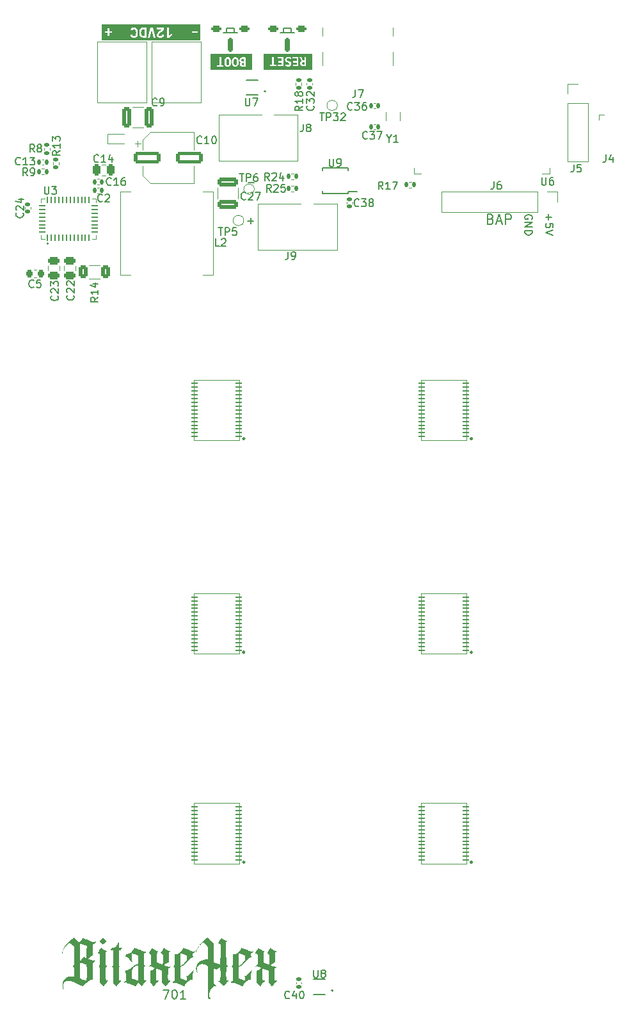
<source format=gbr>
%TF.GenerationSoftware,KiCad,Pcbnew,8.0.1*%
%TF.CreationDate,2024-09-09T23:21:28+08:00*%
%TF.ProjectId,bitaxeHex,62697461-7865-4486-9578-2e6b69636164,701*%
%TF.SameCoordinates,Original*%
%TF.FileFunction,Legend,Top*%
%TF.FilePolarity,Positive*%
%FSLAX46Y46*%
G04 Gerber Fmt 4.6, Leading zero omitted, Abs format (unit mm)*
G04 Created by KiCad (PCBNEW 8.0.1) date 2024-09-09 23:21:28*
%MOMM*%
%LPD*%
G01*
G04 APERTURE LIST*
G04 Aperture macros list*
%AMRoundRect*
0 Rectangle with rounded corners*
0 $1 Rounding radius*
0 $2 $3 $4 $5 $6 $7 $8 $9 X,Y pos of 4 corners*
0 Add a 4 corners polygon primitive as box body*
4,1,4,$2,$3,$4,$5,$6,$7,$8,$9,$2,$3,0*
0 Add four circle primitives for the rounded corners*
1,1,$1+$1,$2,$3*
1,1,$1+$1,$4,$5*
1,1,$1+$1,$6,$7*
1,1,$1+$1,$8,$9*
0 Add four rect primitives between the rounded corners*
20,1,$1+$1,$2,$3,$4,$5,0*
20,1,$1+$1,$4,$5,$6,$7,0*
20,1,$1+$1,$6,$7,$8,$9,0*
20,1,$1+$1,$8,$9,$2,$3,0*%
G04 Aperture macros list end*
%ADD10C,0.150000*%
%ADD11C,0.200000*%
%ADD12C,0.120000*%
%ADD13C,0.000000*%
%ADD14C,0.050000*%
%ADD15C,0.227485*%
%ADD16C,0.100000*%
%ADD17C,0.152400*%
%ADD18C,0.990600*%
%ADD19C,0.787400*%
%ADD20C,1.000000*%
%ADD21RoundRect,0.135000X0.185000X-0.135000X0.185000X0.135000X-0.185000X0.135000X-0.185000X-0.135000X0*%
%ADD22C,0.800000*%
%ADD23C,6.000000*%
%ADD24R,1.600200X1.168400*%
%ADD25C,2.520000*%
%ADD26C,1.295400*%
%ADD27C,1.574800*%
%ADD28C,5.000000*%
%ADD29RoundRect,0.250000X-0.475000X0.250000X-0.475000X-0.250000X0.475000X-0.250000X0.475000X0.250000X0*%
%ADD30RoundRect,0.135000X0.135000X0.185000X-0.135000X0.185000X-0.135000X-0.185000X0.135000X-0.185000X0*%
%ADD31RoundRect,0.200000X0.450000X0.200000X-0.450000X0.200000X-0.450000X-0.200000X0.450000X-0.200000X0*%
%ADD32O,0.740000X1.750000*%
%ADD33RoundRect,0.150000X0.150000X0.750000X-0.150000X0.750000X-0.150000X-0.750000X0.150000X-0.750000X0*%
%ADD34C,2.000000*%
%ADD35R,9.000000X2.380000*%
%ADD36RoundRect,0.140000X0.140000X0.170000X-0.140000X0.170000X-0.140000X-0.170000X0.140000X-0.170000X0*%
%ADD37RoundRect,0.225000X-0.225000X-0.250000X0.225000X-0.250000X0.225000X0.250000X-0.225000X0.250000X0*%
%ADD38RoundRect,0.250000X-1.500000X-0.550000X1.500000X-0.550000X1.500000X0.550000X-1.500000X0.550000X0*%
%ADD39R,1.700000X1.700000*%
%ADD40O,1.700000X1.700000*%
%ADD41RoundRect,0.055250X0.340750X0.055250X-0.340750X0.055250X-0.340750X-0.055250X0.340750X-0.055250X0*%
%ADD42RoundRect,0.135000X-0.185000X0.135000X-0.185000X-0.135000X0.185000X-0.135000X0.185000X0.135000X0*%
%ADD43RoundRect,0.140000X0.170000X-0.140000X0.170000X0.140000X-0.170000X0.140000X-0.170000X-0.140000X0*%
%ADD44R,0.625000X1.000000*%
%ADD45RoundRect,0.250000X1.100000X-0.325000X1.100000X0.325000X-1.100000X0.325000X-1.100000X-0.325000X0*%
%ADD46RoundRect,0.140000X-0.140000X-0.170000X0.140000X-0.170000X0.140000X0.170000X-0.140000X0.170000X0*%
%ADD47R,1.400000X0.300000*%
%ADD48RoundRect,0.062500X0.062500X-0.337500X0.062500X0.337500X-0.062500X0.337500X-0.062500X-0.337500X0*%
%ADD49RoundRect,0.062500X0.337500X-0.062500X0.337500X0.062500X-0.337500X0.062500X-0.337500X-0.062500X0*%
%ADD50C,0.400000*%
%ADD51R,5.300000X3.300000*%
%ADD52R,0.711200X0.228600*%
%ADD53R,1.500000X0.900000*%
%ADD54R,0.900000X1.500000*%
%ADD55R,0.900000X0.900000*%
%ADD56RoundRect,0.250000X-0.325000X-1.100000X0.325000X-1.100000X0.325000X1.100000X-0.325000X1.100000X0*%
%ADD57RoundRect,0.140000X-0.170000X0.140000X-0.170000X-0.140000X0.170000X-0.140000X0.170000X0.140000X0*%
%ADD58C,0.650000*%
%ADD59R,0.600000X1.060000*%
%ADD60R,0.300000X1.150000*%
%ADD61O,1.000000X2.100000*%
%ADD62O,1.000000X1.800000*%
%ADD63RoundRect,0.135000X-0.135000X-0.185000X0.135000X-0.185000X0.135000X0.185000X-0.135000X0.185000X0*%
%ADD64RoundRect,0.250000X-0.312500X-0.625000X0.312500X-0.625000X0.312500X0.625000X-0.312500X0.625000X0*%
%ADD65RoundRect,0.250000X-0.250000X-0.475000X0.250000X-0.475000X0.250000X0.475000X-0.250000X0.475000X0*%
G04 APERTURE END LIST*
D10*
X82136779Y-71988866D02*
X82898684Y-71988866D01*
X82517731Y-72369819D02*
X82517731Y-71607914D01*
X119732561Y-71760588D02*
X119780180Y-71665350D01*
X119780180Y-71665350D02*
X119780180Y-71522493D01*
X119780180Y-71522493D02*
X119732561Y-71379636D01*
X119732561Y-71379636D02*
X119637323Y-71284398D01*
X119637323Y-71284398D02*
X119542085Y-71236779D01*
X119542085Y-71236779D02*
X119351609Y-71189160D01*
X119351609Y-71189160D02*
X119208752Y-71189160D01*
X119208752Y-71189160D02*
X119018276Y-71236779D01*
X119018276Y-71236779D02*
X118923038Y-71284398D01*
X118923038Y-71284398D02*
X118827800Y-71379636D01*
X118827800Y-71379636D02*
X118780180Y-71522493D01*
X118780180Y-71522493D02*
X118780180Y-71617731D01*
X118780180Y-71617731D02*
X118827800Y-71760588D01*
X118827800Y-71760588D02*
X118875419Y-71808207D01*
X118875419Y-71808207D02*
X119208752Y-71808207D01*
X119208752Y-71808207D02*
X119208752Y-71617731D01*
X118780180Y-72236779D02*
X119780180Y-72236779D01*
X119780180Y-72236779D02*
X118780180Y-72808207D01*
X118780180Y-72808207D02*
X119780180Y-72808207D01*
X118780180Y-73284398D02*
X119780180Y-73284398D01*
X119780180Y-73284398D02*
X119780180Y-73522493D01*
X119780180Y-73522493D02*
X119732561Y-73665350D01*
X119732561Y-73665350D02*
X119637323Y-73760588D01*
X119637323Y-73760588D02*
X119542085Y-73808207D01*
X119542085Y-73808207D02*
X119351609Y-73855826D01*
X119351609Y-73855826D02*
X119208752Y-73855826D01*
X119208752Y-73855826D02*
X119018276Y-73808207D01*
X119018276Y-73808207D02*
X118923038Y-73760588D01*
X118923038Y-73760588D02*
X118827800Y-73665350D01*
X118827800Y-73665350D02*
X118780180Y-73522493D01*
X118780180Y-73522493D02*
X118780180Y-73284398D01*
X121911133Y-71136779D02*
X121911133Y-71898684D01*
X121530180Y-71517731D02*
X122292085Y-71517731D01*
X122530180Y-72851064D02*
X122530180Y-72374874D01*
X122530180Y-72374874D02*
X122053990Y-72327255D01*
X122053990Y-72327255D02*
X122101609Y-72374874D01*
X122101609Y-72374874D02*
X122149228Y-72470112D01*
X122149228Y-72470112D02*
X122149228Y-72708207D01*
X122149228Y-72708207D02*
X122101609Y-72803445D01*
X122101609Y-72803445D02*
X122053990Y-72851064D01*
X122053990Y-72851064D02*
X121958752Y-72898683D01*
X121958752Y-72898683D02*
X121720657Y-72898683D01*
X121720657Y-72898683D02*
X121625419Y-72851064D01*
X121625419Y-72851064D02*
X121577800Y-72803445D01*
X121577800Y-72803445D02*
X121530180Y-72708207D01*
X121530180Y-72708207D02*
X121530180Y-72470112D01*
X121530180Y-72470112D02*
X121577800Y-72374874D01*
X121577800Y-72374874D02*
X121625419Y-72327255D01*
X122530180Y-73184398D02*
X121530180Y-73517731D01*
X121530180Y-73517731D02*
X122530180Y-73851064D01*
D11*
X70903006Y-173592742D02*
X71703006Y-173592742D01*
X71703006Y-173592742D02*
X71188720Y-174792742D01*
X72388720Y-173592742D02*
X72503006Y-173592742D01*
X72503006Y-173592742D02*
X72617292Y-173649885D01*
X72617292Y-173649885D02*
X72674435Y-173707028D01*
X72674435Y-173707028D02*
X72731577Y-173821314D01*
X72731577Y-173821314D02*
X72788720Y-174049885D01*
X72788720Y-174049885D02*
X72788720Y-174335600D01*
X72788720Y-174335600D02*
X72731577Y-174564171D01*
X72731577Y-174564171D02*
X72674435Y-174678457D01*
X72674435Y-174678457D02*
X72617292Y-174735600D01*
X72617292Y-174735600D02*
X72503006Y-174792742D01*
X72503006Y-174792742D02*
X72388720Y-174792742D01*
X72388720Y-174792742D02*
X72274435Y-174735600D01*
X72274435Y-174735600D02*
X72217292Y-174678457D01*
X72217292Y-174678457D02*
X72160149Y-174564171D01*
X72160149Y-174564171D02*
X72103006Y-174335600D01*
X72103006Y-174335600D02*
X72103006Y-174049885D01*
X72103006Y-174049885D02*
X72160149Y-173821314D01*
X72160149Y-173821314D02*
X72217292Y-173707028D01*
X72217292Y-173707028D02*
X72274435Y-173649885D01*
X72274435Y-173649885D02*
X72388720Y-173592742D01*
X73931577Y-174792742D02*
X73245863Y-174792742D01*
X73588720Y-174792742D02*
X73588720Y-173592742D01*
X73588720Y-173592742D02*
X73474434Y-173764171D01*
X73474434Y-173764171D02*
X73360149Y-173878457D01*
X73360149Y-173878457D02*
X73245863Y-173935600D01*
D10*
X82236779Y-66938866D02*
X82998684Y-66938866D01*
D11*
X114274435Y-71749552D02*
X114460149Y-71811457D01*
X114460149Y-71811457D02*
X114522054Y-71873361D01*
X114522054Y-71873361D02*
X114583958Y-71997171D01*
X114583958Y-71997171D02*
X114583958Y-72182885D01*
X114583958Y-72182885D02*
X114522054Y-72306695D01*
X114522054Y-72306695D02*
X114460149Y-72368600D01*
X114460149Y-72368600D02*
X114336339Y-72430504D01*
X114336339Y-72430504D02*
X113841101Y-72430504D01*
X113841101Y-72430504D02*
X113841101Y-71130504D01*
X113841101Y-71130504D02*
X114274435Y-71130504D01*
X114274435Y-71130504D02*
X114398244Y-71192409D01*
X114398244Y-71192409D02*
X114460149Y-71254314D01*
X114460149Y-71254314D02*
X114522054Y-71378123D01*
X114522054Y-71378123D02*
X114522054Y-71501933D01*
X114522054Y-71501933D02*
X114460149Y-71625742D01*
X114460149Y-71625742D02*
X114398244Y-71687647D01*
X114398244Y-71687647D02*
X114274435Y-71749552D01*
X114274435Y-71749552D02*
X113841101Y-71749552D01*
X115079197Y-72059076D02*
X115698244Y-72059076D01*
X114955387Y-72430504D02*
X115388720Y-71130504D01*
X115388720Y-71130504D02*
X115822054Y-72430504D01*
X116255387Y-72430504D02*
X116255387Y-71130504D01*
X116255387Y-71130504D02*
X116750625Y-71130504D01*
X116750625Y-71130504D02*
X116874435Y-71192409D01*
X116874435Y-71192409D02*
X116936340Y-71254314D01*
X116936340Y-71254314D02*
X116998244Y-71378123D01*
X116998244Y-71378123D02*
X116998244Y-71563838D01*
X116998244Y-71563838D02*
X116936340Y-71687647D01*
X116936340Y-71687647D02*
X116874435Y-71749552D01*
X116874435Y-71749552D02*
X116750625Y-71811457D01*
X116750625Y-71811457D02*
X116255387Y-71811457D01*
D10*
X129516666Y-63254819D02*
X129516666Y-63969104D01*
X129516666Y-63969104D02*
X129469047Y-64111961D01*
X129469047Y-64111961D02*
X129373809Y-64207200D01*
X129373809Y-64207200D02*
X129230952Y-64254819D01*
X129230952Y-64254819D02*
X129135714Y-64254819D01*
X130421428Y-63588152D02*
X130421428Y-64254819D01*
X130183333Y-63207200D02*
X129945238Y-63921485D01*
X129945238Y-63921485D02*
X130564285Y-63921485D01*
X78238095Y-72904819D02*
X78809523Y-72904819D01*
X78523809Y-73904819D02*
X78523809Y-72904819D01*
X79142857Y-73904819D02*
X79142857Y-72904819D01*
X79142857Y-72904819D02*
X79523809Y-72904819D01*
X79523809Y-72904819D02*
X79619047Y-72952438D01*
X79619047Y-72952438D02*
X79666666Y-73000057D01*
X79666666Y-73000057D02*
X79714285Y-73095295D01*
X79714285Y-73095295D02*
X79714285Y-73238152D01*
X79714285Y-73238152D02*
X79666666Y-73333390D01*
X79666666Y-73333390D02*
X79619047Y-73381009D01*
X79619047Y-73381009D02*
X79523809Y-73428628D01*
X79523809Y-73428628D02*
X79142857Y-73428628D01*
X80619047Y-72904819D02*
X80142857Y-72904819D01*
X80142857Y-72904819D02*
X80095238Y-73381009D01*
X80095238Y-73381009D02*
X80142857Y-73333390D01*
X80142857Y-73333390D02*
X80238095Y-73285771D01*
X80238095Y-73285771D02*
X80476190Y-73285771D01*
X80476190Y-73285771D02*
X80571428Y-73333390D01*
X80571428Y-73333390D02*
X80619047Y-73381009D01*
X80619047Y-73381009D02*
X80666666Y-73476247D01*
X80666666Y-73476247D02*
X80666666Y-73714342D01*
X80666666Y-73714342D02*
X80619047Y-73809580D01*
X80619047Y-73809580D02*
X80571428Y-73857200D01*
X80571428Y-73857200D02*
X80476190Y-73904819D01*
X80476190Y-73904819D02*
X80238095Y-73904819D01*
X80238095Y-73904819D02*
X80142857Y-73857200D01*
X80142857Y-73857200D02*
X80095238Y-73809580D01*
X89404819Y-56842857D02*
X88928628Y-57176190D01*
X89404819Y-57414285D02*
X88404819Y-57414285D01*
X88404819Y-57414285D02*
X88404819Y-57033333D01*
X88404819Y-57033333D02*
X88452438Y-56938095D01*
X88452438Y-56938095D02*
X88500057Y-56890476D01*
X88500057Y-56890476D02*
X88595295Y-56842857D01*
X88595295Y-56842857D02*
X88738152Y-56842857D01*
X88738152Y-56842857D02*
X88833390Y-56890476D01*
X88833390Y-56890476D02*
X88881009Y-56938095D01*
X88881009Y-56938095D02*
X88928628Y-57033333D01*
X88928628Y-57033333D02*
X88928628Y-57414285D01*
X89404819Y-55890476D02*
X89404819Y-56461904D01*
X89404819Y-56176190D02*
X88404819Y-56176190D01*
X88404819Y-56176190D02*
X88547676Y-56271428D01*
X88547676Y-56271428D02*
X88642914Y-56366666D01*
X88642914Y-56366666D02*
X88690533Y-56461904D01*
X88833390Y-55319047D02*
X88785771Y-55414285D01*
X88785771Y-55414285D02*
X88738152Y-55461904D01*
X88738152Y-55461904D02*
X88642914Y-55509523D01*
X88642914Y-55509523D02*
X88595295Y-55509523D01*
X88595295Y-55509523D02*
X88500057Y-55461904D01*
X88500057Y-55461904D02*
X88452438Y-55414285D01*
X88452438Y-55414285D02*
X88404819Y-55319047D01*
X88404819Y-55319047D02*
X88404819Y-55128571D01*
X88404819Y-55128571D02*
X88452438Y-55033333D01*
X88452438Y-55033333D02*
X88500057Y-54985714D01*
X88500057Y-54985714D02*
X88595295Y-54938095D01*
X88595295Y-54938095D02*
X88642914Y-54938095D01*
X88642914Y-54938095D02*
X88738152Y-54985714D01*
X88738152Y-54985714D02*
X88785771Y-55033333D01*
X88785771Y-55033333D02*
X88833390Y-55128571D01*
X88833390Y-55128571D02*
X88833390Y-55319047D01*
X88833390Y-55319047D02*
X88881009Y-55414285D01*
X88881009Y-55414285D02*
X88928628Y-55461904D01*
X88928628Y-55461904D02*
X89023866Y-55509523D01*
X89023866Y-55509523D02*
X89214342Y-55509523D01*
X89214342Y-55509523D02*
X89309580Y-55461904D01*
X89309580Y-55461904D02*
X89357200Y-55414285D01*
X89357200Y-55414285D02*
X89404819Y-55319047D01*
X89404819Y-55319047D02*
X89404819Y-55128571D01*
X89404819Y-55128571D02*
X89357200Y-55033333D01*
X89357200Y-55033333D02*
X89309580Y-54985714D01*
X89309580Y-54985714D02*
X89214342Y-54938095D01*
X89214342Y-54938095D02*
X89023866Y-54938095D01*
X89023866Y-54938095D02*
X88928628Y-54985714D01*
X88928628Y-54985714D02*
X88881009Y-55033333D01*
X88881009Y-55033333D02*
X88833390Y-55128571D01*
X100823809Y-61128628D02*
X100823809Y-61604819D01*
X100490476Y-60604819D02*
X100823809Y-61128628D01*
X100823809Y-61128628D02*
X101157142Y-60604819D01*
X102014285Y-61604819D02*
X101442857Y-61604819D01*
X101728571Y-61604819D02*
X101728571Y-60604819D01*
X101728571Y-60604819D02*
X101633333Y-60747676D01*
X101633333Y-60747676D02*
X101538095Y-60842914D01*
X101538095Y-60842914D02*
X101442857Y-60890533D01*
X89466666Y-59204819D02*
X89466666Y-59919104D01*
X89466666Y-59919104D02*
X89419047Y-60061961D01*
X89419047Y-60061961D02*
X89323809Y-60157200D01*
X89323809Y-60157200D02*
X89180952Y-60204819D01*
X89180952Y-60204819D02*
X89085714Y-60204819D01*
X90085714Y-59633390D02*
X89990476Y-59585771D01*
X89990476Y-59585771D02*
X89942857Y-59538152D01*
X89942857Y-59538152D02*
X89895238Y-59442914D01*
X89895238Y-59442914D02*
X89895238Y-59395295D01*
X89895238Y-59395295D02*
X89942857Y-59300057D01*
X89942857Y-59300057D02*
X89990476Y-59252438D01*
X89990476Y-59252438D02*
X90085714Y-59204819D01*
X90085714Y-59204819D02*
X90276190Y-59204819D01*
X90276190Y-59204819D02*
X90371428Y-59252438D01*
X90371428Y-59252438D02*
X90419047Y-59300057D01*
X90419047Y-59300057D02*
X90466666Y-59395295D01*
X90466666Y-59395295D02*
X90466666Y-59442914D01*
X90466666Y-59442914D02*
X90419047Y-59538152D01*
X90419047Y-59538152D02*
X90371428Y-59585771D01*
X90371428Y-59585771D02*
X90276190Y-59633390D01*
X90276190Y-59633390D02*
X90085714Y-59633390D01*
X90085714Y-59633390D02*
X89990476Y-59681009D01*
X89990476Y-59681009D02*
X89942857Y-59728628D01*
X89942857Y-59728628D02*
X89895238Y-59823866D01*
X89895238Y-59823866D02*
X89895238Y-60014342D01*
X89895238Y-60014342D02*
X89942857Y-60109580D01*
X89942857Y-60109580D02*
X89990476Y-60157200D01*
X89990476Y-60157200D02*
X90085714Y-60204819D01*
X90085714Y-60204819D02*
X90276190Y-60204819D01*
X90276190Y-60204819D02*
X90371428Y-60157200D01*
X90371428Y-60157200D02*
X90419047Y-60109580D01*
X90419047Y-60109580D02*
X90466666Y-60014342D01*
X90466666Y-60014342D02*
X90466666Y-59823866D01*
X90466666Y-59823866D02*
X90419047Y-59728628D01*
X90419047Y-59728628D02*
X90371428Y-59681009D01*
X90371428Y-59681009D02*
X90276190Y-59633390D01*
X56984580Y-81892857D02*
X57032200Y-81940476D01*
X57032200Y-81940476D02*
X57079819Y-82083333D01*
X57079819Y-82083333D02*
X57079819Y-82178571D01*
X57079819Y-82178571D02*
X57032200Y-82321428D01*
X57032200Y-82321428D02*
X56936961Y-82416666D01*
X56936961Y-82416666D02*
X56841723Y-82464285D01*
X56841723Y-82464285D02*
X56651247Y-82511904D01*
X56651247Y-82511904D02*
X56508390Y-82511904D01*
X56508390Y-82511904D02*
X56317914Y-82464285D01*
X56317914Y-82464285D02*
X56222676Y-82416666D01*
X56222676Y-82416666D02*
X56127438Y-82321428D01*
X56127438Y-82321428D02*
X56079819Y-82178571D01*
X56079819Y-82178571D02*
X56079819Y-82083333D01*
X56079819Y-82083333D02*
X56127438Y-81940476D01*
X56127438Y-81940476D02*
X56175057Y-81892857D01*
X56175057Y-81511904D02*
X56127438Y-81464285D01*
X56127438Y-81464285D02*
X56079819Y-81369047D01*
X56079819Y-81369047D02*
X56079819Y-81130952D01*
X56079819Y-81130952D02*
X56127438Y-81035714D01*
X56127438Y-81035714D02*
X56175057Y-80988095D01*
X56175057Y-80988095D02*
X56270295Y-80940476D01*
X56270295Y-80940476D02*
X56365533Y-80940476D01*
X56365533Y-80940476D02*
X56508390Y-80988095D01*
X56508390Y-80988095D02*
X57079819Y-81559523D01*
X57079819Y-81559523D02*
X57079819Y-80940476D01*
X56079819Y-80607142D02*
X56079819Y-79988095D01*
X56079819Y-79988095D02*
X56460771Y-80321428D01*
X56460771Y-80321428D02*
X56460771Y-80178571D01*
X56460771Y-80178571D02*
X56508390Y-80083333D01*
X56508390Y-80083333D02*
X56556009Y-80035714D01*
X56556009Y-80035714D02*
X56651247Y-79988095D01*
X56651247Y-79988095D02*
X56889342Y-79988095D01*
X56889342Y-79988095D02*
X56984580Y-80035714D01*
X56984580Y-80035714D02*
X57032200Y-80083333D01*
X57032200Y-80083333D02*
X57079819Y-80178571D01*
X57079819Y-80178571D02*
X57079819Y-80464285D01*
X57079819Y-80464285D02*
X57032200Y-80559523D01*
X57032200Y-80559523D02*
X56984580Y-80607142D01*
X85207142Y-68179819D02*
X84873809Y-67703628D01*
X84635714Y-68179819D02*
X84635714Y-67179819D01*
X84635714Y-67179819D02*
X85016666Y-67179819D01*
X85016666Y-67179819D02*
X85111904Y-67227438D01*
X85111904Y-67227438D02*
X85159523Y-67275057D01*
X85159523Y-67275057D02*
X85207142Y-67370295D01*
X85207142Y-67370295D02*
X85207142Y-67513152D01*
X85207142Y-67513152D02*
X85159523Y-67608390D01*
X85159523Y-67608390D02*
X85111904Y-67656009D01*
X85111904Y-67656009D02*
X85016666Y-67703628D01*
X85016666Y-67703628D02*
X84635714Y-67703628D01*
X85588095Y-67275057D02*
X85635714Y-67227438D01*
X85635714Y-67227438D02*
X85730952Y-67179819D01*
X85730952Y-67179819D02*
X85969047Y-67179819D01*
X85969047Y-67179819D02*
X86064285Y-67227438D01*
X86064285Y-67227438D02*
X86111904Y-67275057D01*
X86111904Y-67275057D02*
X86159523Y-67370295D01*
X86159523Y-67370295D02*
X86159523Y-67465533D01*
X86159523Y-67465533D02*
X86111904Y-67608390D01*
X86111904Y-67608390D02*
X85540476Y-68179819D01*
X85540476Y-68179819D02*
X86159523Y-68179819D01*
X87064285Y-67179819D02*
X86588095Y-67179819D01*
X86588095Y-67179819D02*
X86540476Y-67656009D01*
X86540476Y-67656009D02*
X86588095Y-67608390D01*
X86588095Y-67608390D02*
X86683333Y-67560771D01*
X86683333Y-67560771D02*
X86921428Y-67560771D01*
X86921428Y-67560771D02*
X87016666Y-67608390D01*
X87016666Y-67608390D02*
X87064285Y-67656009D01*
X87064285Y-67656009D02*
X87111904Y-67751247D01*
X87111904Y-67751247D02*
X87111904Y-67989342D01*
X87111904Y-67989342D02*
X87064285Y-68084580D01*
X87064285Y-68084580D02*
X87016666Y-68132200D01*
X87016666Y-68132200D02*
X86921428Y-68179819D01*
X86921428Y-68179819D02*
X86683333Y-68179819D01*
X86683333Y-68179819D02*
X86588095Y-68132200D01*
X86588095Y-68132200D02*
X86540476Y-68084580D01*
X78358333Y-75354819D02*
X77882143Y-75354819D01*
X77882143Y-75354819D02*
X77882143Y-74354819D01*
X78644048Y-74450057D02*
X78691667Y-74402438D01*
X78691667Y-74402438D02*
X78786905Y-74354819D01*
X78786905Y-74354819D02*
X79025000Y-74354819D01*
X79025000Y-74354819D02*
X79120238Y-74402438D01*
X79120238Y-74402438D02*
X79167857Y-74450057D01*
X79167857Y-74450057D02*
X79215476Y-74545295D01*
X79215476Y-74545295D02*
X79215476Y-74640533D01*
X79215476Y-74640533D02*
X79167857Y-74783390D01*
X79167857Y-74783390D02*
X78596429Y-75354819D01*
X78596429Y-75354819D02*
X79215476Y-75354819D01*
X52027142Y-64509580D02*
X51979523Y-64557200D01*
X51979523Y-64557200D02*
X51836666Y-64604819D01*
X51836666Y-64604819D02*
X51741428Y-64604819D01*
X51741428Y-64604819D02*
X51598571Y-64557200D01*
X51598571Y-64557200D02*
X51503333Y-64461961D01*
X51503333Y-64461961D02*
X51455714Y-64366723D01*
X51455714Y-64366723D02*
X51408095Y-64176247D01*
X51408095Y-64176247D02*
X51408095Y-64033390D01*
X51408095Y-64033390D02*
X51455714Y-63842914D01*
X51455714Y-63842914D02*
X51503333Y-63747676D01*
X51503333Y-63747676D02*
X51598571Y-63652438D01*
X51598571Y-63652438D02*
X51741428Y-63604819D01*
X51741428Y-63604819D02*
X51836666Y-63604819D01*
X51836666Y-63604819D02*
X51979523Y-63652438D01*
X51979523Y-63652438D02*
X52027142Y-63700057D01*
X52979523Y-64604819D02*
X52408095Y-64604819D01*
X52693809Y-64604819D02*
X52693809Y-63604819D01*
X52693809Y-63604819D02*
X52598571Y-63747676D01*
X52598571Y-63747676D02*
X52503333Y-63842914D01*
X52503333Y-63842914D02*
X52408095Y-63890533D01*
X53312857Y-63604819D02*
X53931904Y-63604819D01*
X53931904Y-63604819D02*
X53598571Y-63985771D01*
X53598571Y-63985771D02*
X53741428Y-63985771D01*
X53741428Y-63985771D02*
X53836666Y-64033390D01*
X53836666Y-64033390D02*
X53884285Y-64081009D01*
X53884285Y-64081009D02*
X53931904Y-64176247D01*
X53931904Y-64176247D02*
X53931904Y-64414342D01*
X53931904Y-64414342D02*
X53884285Y-64509580D01*
X53884285Y-64509580D02*
X53836666Y-64557200D01*
X53836666Y-64557200D02*
X53741428Y-64604819D01*
X53741428Y-64604819D02*
X53455714Y-64604819D01*
X53455714Y-64604819D02*
X53360476Y-64557200D01*
X53360476Y-64557200D02*
X53312857Y-64509580D01*
X53808333Y-80709580D02*
X53760714Y-80757200D01*
X53760714Y-80757200D02*
X53617857Y-80804819D01*
X53617857Y-80804819D02*
X53522619Y-80804819D01*
X53522619Y-80804819D02*
X53379762Y-80757200D01*
X53379762Y-80757200D02*
X53284524Y-80661961D01*
X53284524Y-80661961D02*
X53236905Y-80566723D01*
X53236905Y-80566723D02*
X53189286Y-80376247D01*
X53189286Y-80376247D02*
X53189286Y-80233390D01*
X53189286Y-80233390D02*
X53236905Y-80042914D01*
X53236905Y-80042914D02*
X53284524Y-79947676D01*
X53284524Y-79947676D02*
X53379762Y-79852438D01*
X53379762Y-79852438D02*
X53522619Y-79804819D01*
X53522619Y-79804819D02*
X53617857Y-79804819D01*
X53617857Y-79804819D02*
X53760714Y-79852438D01*
X53760714Y-79852438D02*
X53808333Y-79900057D01*
X54713095Y-79804819D02*
X54236905Y-79804819D01*
X54236905Y-79804819D02*
X54189286Y-80281009D01*
X54189286Y-80281009D02*
X54236905Y-80233390D01*
X54236905Y-80233390D02*
X54332143Y-80185771D01*
X54332143Y-80185771D02*
X54570238Y-80185771D01*
X54570238Y-80185771D02*
X54665476Y-80233390D01*
X54665476Y-80233390D02*
X54713095Y-80281009D01*
X54713095Y-80281009D02*
X54760714Y-80376247D01*
X54760714Y-80376247D02*
X54760714Y-80614342D01*
X54760714Y-80614342D02*
X54713095Y-80709580D01*
X54713095Y-80709580D02*
X54665476Y-80757200D01*
X54665476Y-80757200D02*
X54570238Y-80804819D01*
X54570238Y-80804819D02*
X54332143Y-80804819D01*
X54332143Y-80804819D02*
X54236905Y-80757200D01*
X54236905Y-80757200D02*
X54189286Y-80709580D01*
X95957142Y-57259580D02*
X95909523Y-57307200D01*
X95909523Y-57307200D02*
X95766666Y-57354819D01*
X95766666Y-57354819D02*
X95671428Y-57354819D01*
X95671428Y-57354819D02*
X95528571Y-57307200D01*
X95528571Y-57307200D02*
X95433333Y-57211961D01*
X95433333Y-57211961D02*
X95385714Y-57116723D01*
X95385714Y-57116723D02*
X95338095Y-56926247D01*
X95338095Y-56926247D02*
X95338095Y-56783390D01*
X95338095Y-56783390D02*
X95385714Y-56592914D01*
X95385714Y-56592914D02*
X95433333Y-56497676D01*
X95433333Y-56497676D02*
X95528571Y-56402438D01*
X95528571Y-56402438D02*
X95671428Y-56354819D01*
X95671428Y-56354819D02*
X95766666Y-56354819D01*
X95766666Y-56354819D02*
X95909523Y-56402438D01*
X95909523Y-56402438D02*
X95957142Y-56450057D01*
X96290476Y-56354819D02*
X96909523Y-56354819D01*
X96909523Y-56354819D02*
X96576190Y-56735771D01*
X96576190Y-56735771D02*
X96719047Y-56735771D01*
X96719047Y-56735771D02*
X96814285Y-56783390D01*
X96814285Y-56783390D02*
X96861904Y-56831009D01*
X96861904Y-56831009D02*
X96909523Y-56926247D01*
X96909523Y-56926247D02*
X96909523Y-57164342D01*
X96909523Y-57164342D02*
X96861904Y-57259580D01*
X96861904Y-57259580D02*
X96814285Y-57307200D01*
X96814285Y-57307200D02*
X96719047Y-57354819D01*
X96719047Y-57354819D02*
X96433333Y-57354819D01*
X96433333Y-57354819D02*
X96338095Y-57307200D01*
X96338095Y-57307200D02*
X96290476Y-57259580D01*
X97766666Y-56354819D02*
X97576190Y-56354819D01*
X97576190Y-56354819D02*
X97480952Y-56402438D01*
X97480952Y-56402438D02*
X97433333Y-56450057D01*
X97433333Y-56450057D02*
X97338095Y-56592914D01*
X97338095Y-56592914D02*
X97290476Y-56783390D01*
X97290476Y-56783390D02*
X97290476Y-57164342D01*
X97290476Y-57164342D02*
X97338095Y-57259580D01*
X97338095Y-57259580D02*
X97385714Y-57307200D01*
X97385714Y-57307200D02*
X97480952Y-57354819D01*
X97480952Y-57354819D02*
X97671428Y-57354819D01*
X97671428Y-57354819D02*
X97766666Y-57307200D01*
X97766666Y-57307200D02*
X97814285Y-57259580D01*
X97814285Y-57259580D02*
X97861904Y-57164342D01*
X97861904Y-57164342D02*
X97861904Y-56926247D01*
X97861904Y-56926247D02*
X97814285Y-56831009D01*
X97814285Y-56831009D02*
X97766666Y-56783390D01*
X97766666Y-56783390D02*
X97671428Y-56735771D01*
X97671428Y-56735771D02*
X97480952Y-56735771D01*
X97480952Y-56735771D02*
X97385714Y-56783390D01*
X97385714Y-56783390D02*
X97338095Y-56831009D01*
X97338095Y-56831009D02*
X97290476Y-56926247D01*
X76035142Y-61709580D02*
X75987523Y-61757200D01*
X75987523Y-61757200D02*
X75844666Y-61804819D01*
X75844666Y-61804819D02*
X75749428Y-61804819D01*
X75749428Y-61804819D02*
X75606571Y-61757200D01*
X75606571Y-61757200D02*
X75511333Y-61661961D01*
X75511333Y-61661961D02*
X75463714Y-61566723D01*
X75463714Y-61566723D02*
X75416095Y-61376247D01*
X75416095Y-61376247D02*
X75416095Y-61233390D01*
X75416095Y-61233390D02*
X75463714Y-61042914D01*
X75463714Y-61042914D02*
X75511333Y-60947676D01*
X75511333Y-60947676D02*
X75606571Y-60852438D01*
X75606571Y-60852438D02*
X75749428Y-60804819D01*
X75749428Y-60804819D02*
X75844666Y-60804819D01*
X75844666Y-60804819D02*
X75987523Y-60852438D01*
X75987523Y-60852438D02*
X76035142Y-60900057D01*
X76987523Y-61804819D02*
X76416095Y-61804819D01*
X76701809Y-61804819D02*
X76701809Y-60804819D01*
X76701809Y-60804819D02*
X76606571Y-60947676D01*
X76606571Y-60947676D02*
X76511333Y-61042914D01*
X76511333Y-61042914D02*
X76416095Y-61090533D01*
X77606571Y-60804819D02*
X77701809Y-60804819D01*
X77701809Y-60804819D02*
X77797047Y-60852438D01*
X77797047Y-60852438D02*
X77844666Y-60900057D01*
X77844666Y-60900057D02*
X77892285Y-60995295D01*
X77892285Y-60995295D02*
X77939904Y-61185771D01*
X77939904Y-61185771D02*
X77939904Y-61423866D01*
X77939904Y-61423866D02*
X77892285Y-61614342D01*
X77892285Y-61614342D02*
X77844666Y-61709580D01*
X77844666Y-61709580D02*
X77797047Y-61757200D01*
X77797047Y-61757200D02*
X77701809Y-61804819D01*
X77701809Y-61804819D02*
X77606571Y-61804819D01*
X77606571Y-61804819D02*
X77511333Y-61757200D01*
X77511333Y-61757200D02*
X77463714Y-61709580D01*
X77463714Y-61709580D02*
X77416095Y-61614342D01*
X77416095Y-61614342D02*
X77368476Y-61423866D01*
X77368476Y-61423866D02*
X77368476Y-61185771D01*
X77368476Y-61185771D02*
X77416095Y-60995295D01*
X77416095Y-60995295D02*
X77463714Y-60900057D01*
X77463714Y-60900057D02*
X77511333Y-60852438D01*
X77511333Y-60852438D02*
X77606571Y-60804819D01*
X114686666Y-66804819D02*
X114686666Y-67519104D01*
X114686666Y-67519104D02*
X114639047Y-67661961D01*
X114639047Y-67661961D02*
X114543809Y-67757200D01*
X114543809Y-67757200D02*
X114400952Y-67804819D01*
X114400952Y-67804819D02*
X114305714Y-67804819D01*
X115591428Y-66804819D02*
X115400952Y-66804819D01*
X115400952Y-66804819D02*
X115305714Y-66852438D01*
X115305714Y-66852438D02*
X115258095Y-66900057D01*
X115258095Y-66900057D02*
X115162857Y-67042914D01*
X115162857Y-67042914D02*
X115115238Y-67233390D01*
X115115238Y-67233390D02*
X115115238Y-67614342D01*
X115115238Y-67614342D02*
X115162857Y-67709580D01*
X115162857Y-67709580D02*
X115210476Y-67757200D01*
X115210476Y-67757200D02*
X115305714Y-67804819D01*
X115305714Y-67804819D02*
X115496190Y-67804819D01*
X115496190Y-67804819D02*
X115591428Y-67757200D01*
X115591428Y-67757200D02*
X115639047Y-67709580D01*
X115639047Y-67709580D02*
X115686666Y-67614342D01*
X115686666Y-67614342D02*
X115686666Y-67376247D01*
X115686666Y-67376247D02*
X115639047Y-67281009D01*
X115639047Y-67281009D02*
X115591428Y-67233390D01*
X115591428Y-67233390D02*
X115496190Y-67185771D01*
X115496190Y-67185771D02*
X115305714Y-67185771D01*
X115305714Y-67185771D02*
X115210476Y-67233390D01*
X115210476Y-67233390D02*
X115162857Y-67281009D01*
X115162857Y-67281009D02*
X115115238Y-67376247D01*
X53903333Y-62904819D02*
X53570000Y-62428628D01*
X53331905Y-62904819D02*
X53331905Y-61904819D01*
X53331905Y-61904819D02*
X53712857Y-61904819D01*
X53712857Y-61904819D02*
X53808095Y-61952438D01*
X53808095Y-61952438D02*
X53855714Y-62000057D01*
X53855714Y-62000057D02*
X53903333Y-62095295D01*
X53903333Y-62095295D02*
X53903333Y-62238152D01*
X53903333Y-62238152D02*
X53855714Y-62333390D01*
X53855714Y-62333390D02*
X53808095Y-62381009D01*
X53808095Y-62381009D02*
X53712857Y-62428628D01*
X53712857Y-62428628D02*
X53331905Y-62428628D01*
X54474762Y-62333390D02*
X54379524Y-62285771D01*
X54379524Y-62285771D02*
X54331905Y-62238152D01*
X54331905Y-62238152D02*
X54284286Y-62142914D01*
X54284286Y-62142914D02*
X54284286Y-62095295D01*
X54284286Y-62095295D02*
X54331905Y-62000057D01*
X54331905Y-62000057D02*
X54379524Y-61952438D01*
X54379524Y-61952438D02*
X54474762Y-61904819D01*
X54474762Y-61904819D02*
X54665238Y-61904819D01*
X54665238Y-61904819D02*
X54760476Y-61952438D01*
X54760476Y-61952438D02*
X54808095Y-62000057D01*
X54808095Y-62000057D02*
X54855714Y-62095295D01*
X54855714Y-62095295D02*
X54855714Y-62142914D01*
X54855714Y-62142914D02*
X54808095Y-62238152D01*
X54808095Y-62238152D02*
X54760476Y-62285771D01*
X54760476Y-62285771D02*
X54665238Y-62333390D01*
X54665238Y-62333390D02*
X54474762Y-62333390D01*
X54474762Y-62333390D02*
X54379524Y-62381009D01*
X54379524Y-62381009D02*
X54331905Y-62428628D01*
X54331905Y-62428628D02*
X54284286Y-62523866D01*
X54284286Y-62523866D02*
X54284286Y-62714342D01*
X54284286Y-62714342D02*
X54331905Y-62809580D01*
X54331905Y-62809580D02*
X54379524Y-62857200D01*
X54379524Y-62857200D02*
X54474762Y-62904819D01*
X54474762Y-62904819D02*
X54665238Y-62904819D01*
X54665238Y-62904819D02*
X54760476Y-62857200D01*
X54760476Y-62857200D02*
X54808095Y-62809580D01*
X54808095Y-62809580D02*
X54855714Y-62714342D01*
X54855714Y-62714342D02*
X54855714Y-62523866D01*
X54855714Y-62523866D02*
X54808095Y-62428628D01*
X54808095Y-62428628D02*
X54760476Y-62381009D01*
X54760476Y-62381009D02*
X54665238Y-62333390D01*
X87466666Y-76104819D02*
X87466666Y-76819104D01*
X87466666Y-76819104D02*
X87419047Y-76961961D01*
X87419047Y-76961961D02*
X87323809Y-77057200D01*
X87323809Y-77057200D02*
X87180952Y-77104819D01*
X87180952Y-77104819D02*
X87085714Y-77104819D01*
X87990476Y-77104819D02*
X88180952Y-77104819D01*
X88180952Y-77104819D02*
X88276190Y-77057200D01*
X88276190Y-77057200D02*
X88323809Y-77009580D01*
X88323809Y-77009580D02*
X88419047Y-76866723D01*
X88419047Y-76866723D02*
X88466666Y-76676247D01*
X88466666Y-76676247D02*
X88466666Y-76295295D01*
X88466666Y-76295295D02*
X88419047Y-76200057D01*
X88419047Y-76200057D02*
X88371428Y-76152438D01*
X88371428Y-76152438D02*
X88276190Y-76104819D01*
X88276190Y-76104819D02*
X88085714Y-76104819D01*
X88085714Y-76104819D02*
X87990476Y-76152438D01*
X87990476Y-76152438D02*
X87942857Y-76200057D01*
X87942857Y-76200057D02*
X87895238Y-76295295D01*
X87895238Y-76295295D02*
X87895238Y-76533390D01*
X87895238Y-76533390D02*
X87942857Y-76628628D01*
X87942857Y-76628628D02*
X87990476Y-76676247D01*
X87990476Y-76676247D02*
X88085714Y-76723866D01*
X88085714Y-76723866D02*
X88276190Y-76723866D01*
X88276190Y-76723866D02*
X88371428Y-76676247D01*
X88371428Y-76676247D02*
X88419047Y-76628628D01*
X88419047Y-76628628D02*
X88466666Y-76533390D01*
X87657142Y-174659580D02*
X87609523Y-174707200D01*
X87609523Y-174707200D02*
X87466666Y-174754819D01*
X87466666Y-174754819D02*
X87371428Y-174754819D01*
X87371428Y-174754819D02*
X87228571Y-174707200D01*
X87228571Y-174707200D02*
X87133333Y-174611961D01*
X87133333Y-174611961D02*
X87085714Y-174516723D01*
X87085714Y-174516723D02*
X87038095Y-174326247D01*
X87038095Y-174326247D02*
X87038095Y-174183390D01*
X87038095Y-174183390D02*
X87085714Y-173992914D01*
X87085714Y-173992914D02*
X87133333Y-173897676D01*
X87133333Y-173897676D02*
X87228571Y-173802438D01*
X87228571Y-173802438D02*
X87371428Y-173754819D01*
X87371428Y-173754819D02*
X87466666Y-173754819D01*
X87466666Y-173754819D02*
X87609523Y-173802438D01*
X87609523Y-173802438D02*
X87657142Y-173850057D01*
X88514285Y-174088152D02*
X88514285Y-174754819D01*
X88276190Y-173707200D02*
X88038095Y-174421485D01*
X88038095Y-174421485D02*
X88657142Y-174421485D01*
X89228571Y-173754819D02*
X89323809Y-173754819D01*
X89323809Y-173754819D02*
X89419047Y-173802438D01*
X89419047Y-173802438D02*
X89466666Y-173850057D01*
X89466666Y-173850057D02*
X89514285Y-173945295D01*
X89514285Y-173945295D02*
X89561904Y-174135771D01*
X89561904Y-174135771D02*
X89561904Y-174373866D01*
X89561904Y-174373866D02*
X89514285Y-174564342D01*
X89514285Y-174564342D02*
X89466666Y-174659580D01*
X89466666Y-174659580D02*
X89419047Y-174707200D01*
X89419047Y-174707200D02*
X89323809Y-174754819D01*
X89323809Y-174754819D02*
X89228571Y-174754819D01*
X89228571Y-174754819D02*
X89133333Y-174707200D01*
X89133333Y-174707200D02*
X89085714Y-174659580D01*
X89085714Y-174659580D02*
X89038095Y-174564342D01*
X89038095Y-174564342D02*
X88990476Y-174373866D01*
X88990476Y-174373866D02*
X88990476Y-174135771D01*
X88990476Y-174135771D02*
X89038095Y-173945295D01*
X89038095Y-173945295D02*
X89085714Y-173850057D01*
X89085714Y-173850057D02*
X89133333Y-173802438D01*
X89133333Y-173802438D02*
X89228571Y-173754819D01*
X81034095Y-65772819D02*
X81605523Y-65772819D01*
X81319809Y-66772819D02*
X81319809Y-65772819D01*
X81938857Y-66772819D02*
X81938857Y-65772819D01*
X81938857Y-65772819D02*
X82319809Y-65772819D01*
X82319809Y-65772819D02*
X82415047Y-65820438D01*
X82415047Y-65820438D02*
X82462666Y-65868057D01*
X82462666Y-65868057D02*
X82510285Y-65963295D01*
X82510285Y-65963295D02*
X82510285Y-66106152D01*
X82510285Y-66106152D02*
X82462666Y-66201390D01*
X82462666Y-66201390D02*
X82415047Y-66249009D01*
X82415047Y-66249009D02*
X82319809Y-66296628D01*
X82319809Y-66296628D02*
X81938857Y-66296628D01*
X83367428Y-65772819D02*
X83176952Y-65772819D01*
X83176952Y-65772819D02*
X83081714Y-65820438D01*
X83081714Y-65820438D02*
X83034095Y-65868057D01*
X83034095Y-65868057D02*
X82938857Y-66010914D01*
X82938857Y-66010914D02*
X82891238Y-66201390D01*
X82891238Y-66201390D02*
X82891238Y-66582342D01*
X82891238Y-66582342D02*
X82938857Y-66677580D01*
X82938857Y-66677580D02*
X82986476Y-66725200D01*
X82986476Y-66725200D02*
X83081714Y-66772819D01*
X83081714Y-66772819D02*
X83272190Y-66772819D01*
X83272190Y-66772819D02*
X83367428Y-66725200D01*
X83367428Y-66725200D02*
X83415047Y-66677580D01*
X83415047Y-66677580D02*
X83462666Y-66582342D01*
X83462666Y-66582342D02*
X83462666Y-66344247D01*
X83462666Y-66344247D02*
X83415047Y-66249009D01*
X83415047Y-66249009D02*
X83367428Y-66201390D01*
X83367428Y-66201390D02*
X83272190Y-66153771D01*
X83272190Y-66153771D02*
X83081714Y-66153771D01*
X83081714Y-66153771D02*
X82986476Y-66201390D01*
X82986476Y-66201390D02*
X82938857Y-66249009D01*
X82938857Y-66249009D02*
X82891238Y-66344247D01*
X81857142Y-69109580D02*
X81809523Y-69157200D01*
X81809523Y-69157200D02*
X81666666Y-69204819D01*
X81666666Y-69204819D02*
X81571428Y-69204819D01*
X81571428Y-69204819D02*
X81428571Y-69157200D01*
X81428571Y-69157200D02*
X81333333Y-69061961D01*
X81333333Y-69061961D02*
X81285714Y-68966723D01*
X81285714Y-68966723D02*
X81238095Y-68776247D01*
X81238095Y-68776247D02*
X81238095Y-68633390D01*
X81238095Y-68633390D02*
X81285714Y-68442914D01*
X81285714Y-68442914D02*
X81333333Y-68347676D01*
X81333333Y-68347676D02*
X81428571Y-68252438D01*
X81428571Y-68252438D02*
X81571428Y-68204819D01*
X81571428Y-68204819D02*
X81666666Y-68204819D01*
X81666666Y-68204819D02*
X81809523Y-68252438D01*
X81809523Y-68252438D02*
X81857142Y-68300057D01*
X82238095Y-68300057D02*
X82285714Y-68252438D01*
X82285714Y-68252438D02*
X82380952Y-68204819D01*
X82380952Y-68204819D02*
X82619047Y-68204819D01*
X82619047Y-68204819D02*
X82714285Y-68252438D01*
X82714285Y-68252438D02*
X82761904Y-68300057D01*
X82761904Y-68300057D02*
X82809523Y-68395295D01*
X82809523Y-68395295D02*
X82809523Y-68490533D01*
X82809523Y-68490533D02*
X82761904Y-68633390D01*
X82761904Y-68633390D02*
X82190476Y-69204819D01*
X82190476Y-69204819D02*
X82809523Y-69204819D01*
X83142857Y-68204819D02*
X83809523Y-68204819D01*
X83809523Y-68204819D02*
X83380952Y-69204819D01*
X62883333Y-69384580D02*
X62835714Y-69432200D01*
X62835714Y-69432200D02*
X62692857Y-69479819D01*
X62692857Y-69479819D02*
X62597619Y-69479819D01*
X62597619Y-69479819D02*
X62454762Y-69432200D01*
X62454762Y-69432200D02*
X62359524Y-69336961D01*
X62359524Y-69336961D02*
X62311905Y-69241723D01*
X62311905Y-69241723D02*
X62264286Y-69051247D01*
X62264286Y-69051247D02*
X62264286Y-68908390D01*
X62264286Y-68908390D02*
X62311905Y-68717914D01*
X62311905Y-68717914D02*
X62359524Y-68622676D01*
X62359524Y-68622676D02*
X62454762Y-68527438D01*
X62454762Y-68527438D02*
X62597619Y-68479819D01*
X62597619Y-68479819D02*
X62692857Y-68479819D01*
X62692857Y-68479819D02*
X62835714Y-68527438D01*
X62835714Y-68527438D02*
X62883333Y-68575057D01*
X63264286Y-68575057D02*
X63311905Y-68527438D01*
X63311905Y-68527438D02*
X63407143Y-68479819D01*
X63407143Y-68479819D02*
X63645238Y-68479819D01*
X63645238Y-68479819D02*
X63740476Y-68527438D01*
X63740476Y-68527438D02*
X63788095Y-68575057D01*
X63788095Y-68575057D02*
X63835714Y-68670295D01*
X63835714Y-68670295D02*
X63835714Y-68765533D01*
X63835714Y-68765533D02*
X63788095Y-68908390D01*
X63788095Y-68908390D02*
X63216667Y-69479819D01*
X63216667Y-69479819D02*
X63835714Y-69479819D01*
X92913095Y-63804819D02*
X92913095Y-64614342D01*
X92913095Y-64614342D02*
X92960714Y-64709580D01*
X92960714Y-64709580D02*
X93008333Y-64757200D01*
X93008333Y-64757200D02*
X93103571Y-64804819D01*
X93103571Y-64804819D02*
X93294047Y-64804819D01*
X93294047Y-64804819D02*
X93389285Y-64757200D01*
X93389285Y-64757200D02*
X93436904Y-64709580D01*
X93436904Y-64709580D02*
X93484523Y-64614342D01*
X93484523Y-64614342D02*
X93484523Y-63804819D01*
X94008333Y-64804819D02*
X94198809Y-64804819D01*
X94198809Y-64804819D02*
X94294047Y-64757200D01*
X94294047Y-64757200D02*
X94341666Y-64709580D01*
X94341666Y-64709580D02*
X94436904Y-64566723D01*
X94436904Y-64566723D02*
X94484523Y-64376247D01*
X94484523Y-64376247D02*
X94484523Y-63995295D01*
X94484523Y-63995295D02*
X94436904Y-63900057D01*
X94436904Y-63900057D02*
X94389285Y-63852438D01*
X94389285Y-63852438D02*
X94294047Y-63804819D01*
X94294047Y-63804819D02*
X94103571Y-63804819D01*
X94103571Y-63804819D02*
X94008333Y-63852438D01*
X94008333Y-63852438D02*
X93960714Y-63900057D01*
X93960714Y-63900057D02*
X93913095Y-63995295D01*
X93913095Y-63995295D02*
X93913095Y-64233390D01*
X93913095Y-64233390D02*
X93960714Y-64328628D01*
X93960714Y-64328628D02*
X94008333Y-64376247D01*
X94008333Y-64376247D02*
X94103571Y-64423866D01*
X94103571Y-64423866D02*
X94294047Y-64423866D01*
X94294047Y-64423866D02*
X94389285Y-64376247D01*
X94389285Y-64376247D02*
X94436904Y-64328628D01*
X94436904Y-64328628D02*
X94484523Y-64233390D01*
X97932142Y-61084580D02*
X97884523Y-61132200D01*
X97884523Y-61132200D02*
X97741666Y-61179819D01*
X97741666Y-61179819D02*
X97646428Y-61179819D01*
X97646428Y-61179819D02*
X97503571Y-61132200D01*
X97503571Y-61132200D02*
X97408333Y-61036961D01*
X97408333Y-61036961D02*
X97360714Y-60941723D01*
X97360714Y-60941723D02*
X97313095Y-60751247D01*
X97313095Y-60751247D02*
X97313095Y-60608390D01*
X97313095Y-60608390D02*
X97360714Y-60417914D01*
X97360714Y-60417914D02*
X97408333Y-60322676D01*
X97408333Y-60322676D02*
X97503571Y-60227438D01*
X97503571Y-60227438D02*
X97646428Y-60179819D01*
X97646428Y-60179819D02*
X97741666Y-60179819D01*
X97741666Y-60179819D02*
X97884523Y-60227438D01*
X97884523Y-60227438D02*
X97932142Y-60275057D01*
X98265476Y-60179819D02*
X98884523Y-60179819D01*
X98884523Y-60179819D02*
X98551190Y-60560771D01*
X98551190Y-60560771D02*
X98694047Y-60560771D01*
X98694047Y-60560771D02*
X98789285Y-60608390D01*
X98789285Y-60608390D02*
X98836904Y-60656009D01*
X98836904Y-60656009D02*
X98884523Y-60751247D01*
X98884523Y-60751247D02*
X98884523Y-60989342D01*
X98884523Y-60989342D02*
X98836904Y-61084580D01*
X98836904Y-61084580D02*
X98789285Y-61132200D01*
X98789285Y-61132200D02*
X98694047Y-61179819D01*
X98694047Y-61179819D02*
X98408333Y-61179819D01*
X98408333Y-61179819D02*
X98313095Y-61132200D01*
X98313095Y-61132200D02*
X98265476Y-61084580D01*
X99217857Y-60179819D02*
X99884523Y-60179819D01*
X99884523Y-60179819D02*
X99455952Y-61179819D01*
X52978333Y-66029819D02*
X52645000Y-65553628D01*
X52406905Y-66029819D02*
X52406905Y-65029819D01*
X52406905Y-65029819D02*
X52787857Y-65029819D01*
X52787857Y-65029819D02*
X52883095Y-65077438D01*
X52883095Y-65077438D02*
X52930714Y-65125057D01*
X52930714Y-65125057D02*
X52978333Y-65220295D01*
X52978333Y-65220295D02*
X52978333Y-65363152D01*
X52978333Y-65363152D02*
X52930714Y-65458390D01*
X52930714Y-65458390D02*
X52883095Y-65506009D01*
X52883095Y-65506009D02*
X52787857Y-65553628D01*
X52787857Y-65553628D02*
X52406905Y-65553628D01*
X53454524Y-66029819D02*
X53645000Y-66029819D01*
X53645000Y-66029819D02*
X53740238Y-65982200D01*
X53740238Y-65982200D02*
X53787857Y-65934580D01*
X53787857Y-65934580D02*
X53883095Y-65791723D01*
X53883095Y-65791723D02*
X53930714Y-65601247D01*
X53930714Y-65601247D02*
X53930714Y-65220295D01*
X53930714Y-65220295D02*
X53883095Y-65125057D01*
X53883095Y-65125057D02*
X53835476Y-65077438D01*
X53835476Y-65077438D02*
X53740238Y-65029819D01*
X53740238Y-65029819D02*
X53549762Y-65029819D01*
X53549762Y-65029819D02*
X53454524Y-65077438D01*
X53454524Y-65077438D02*
X53406905Y-65125057D01*
X53406905Y-65125057D02*
X53359286Y-65220295D01*
X53359286Y-65220295D02*
X53359286Y-65458390D01*
X53359286Y-65458390D02*
X53406905Y-65553628D01*
X53406905Y-65553628D02*
X53454524Y-65601247D01*
X53454524Y-65601247D02*
X53549762Y-65648866D01*
X53549762Y-65648866D02*
X53740238Y-65648866D01*
X53740238Y-65648866D02*
X53835476Y-65601247D01*
X53835476Y-65601247D02*
X53883095Y-65553628D01*
X53883095Y-65553628D02*
X53930714Y-65458390D01*
X57304819Y-62742857D02*
X56828628Y-63076190D01*
X57304819Y-63314285D02*
X56304819Y-63314285D01*
X56304819Y-63314285D02*
X56304819Y-62933333D01*
X56304819Y-62933333D02*
X56352438Y-62838095D01*
X56352438Y-62838095D02*
X56400057Y-62790476D01*
X56400057Y-62790476D02*
X56495295Y-62742857D01*
X56495295Y-62742857D02*
X56638152Y-62742857D01*
X56638152Y-62742857D02*
X56733390Y-62790476D01*
X56733390Y-62790476D02*
X56781009Y-62838095D01*
X56781009Y-62838095D02*
X56828628Y-62933333D01*
X56828628Y-62933333D02*
X56828628Y-63314285D01*
X57304819Y-61790476D02*
X57304819Y-62361904D01*
X57304819Y-62076190D02*
X56304819Y-62076190D01*
X56304819Y-62076190D02*
X56447676Y-62171428D01*
X56447676Y-62171428D02*
X56542914Y-62266666D01*
X56542914Y-62266666D02*
X56590533Y-62361904D01*
X56304819Y-61457142D02*
X56304819Y-60838095D01*
X56304819Y-60838095D02*
X56685771Y-61171428D01*
X56685771Y-61171428D02*
X56685771Y-61028571D01*
X56685771Y-61028571D02*
X56733390Y-60933333D01*
X56733390Y-60933333D02*
X56781009Y-60885714D01*
X56781009Y-60885714D02*
X56876247Y-60838095D01*
X56876247Y-60838095D02*
X57114342Y-60838095D01*
X57114342Y-60838095D02*
X57209580Y-60885714D01*
X57209580Y-60885714D02*
X57257200Y-60933333D01*
X57257200Y-60933333D02*
X57304819Y-61028571D01*
X57304819Y-61028571D02*
X57304819Y-61314285D01*
X57304819Y-61314285D02*
X57257200Y-61409523D01*
X57257200Y-61409523D02*
X57209580Y-61457142D01*
X55238095Y-67454819D02*
X55238095Y-68264342D01*
X55238095Y-68264342D02*
X55285714Y-68359580D01*
X55285714Y-68359580D02*
X55333333Y-68407200D01*
X55333333Y-68407200D02*
X55428571Y-68454819D01*
X55428571Y-68454819D02*
X55619047Y-68454819D01*
X55619047Y-68454819D02*
X55714285Y-68407200D01*
X55714285Y-68407200D02*
X55761904Y-68359580D01*
X55761904Y-68359580D02*
X55809523Y-68264342D01*
X55809523Y-68264342D02*
X55809523Y-67454819D01*
X56190476Y-67454819D02*
X56809523Y-67454819D01*
X56809523Y-67454819D02*
X56476190Y-67835771D01*
X56476190Y-67835771D02*
X56619047Y-67835771D01*
X56619047Y-67835771D02*
X56714285Y-67883390D01*
X56714285Y-67883390D02*
X56761904Y-67931009D01*
X56761904Y-67931009D02*
X56809523Y-68026247D01*
X56809523Y-68026247D02*
X56809523Y-68264342D01*
X56809523Y-68264342D02*
X56761904Y-68359580D01*
X56761904Y-68359580D02*
X56714285Y-68407200D01*
X56714285Y-68407200D02*
X56619047Y-68454819D01*
X56619047Y-68454819D02*
X56333333Y-68454819D01*
X56333333Y-68454819D02*
X56238095Y-68407200D01*
X56238095Y-68407200D02*
X56190476Y-68359580D01*
X64057142Y-67209580D02*
X64009523Y-67257200D01*
X64009523Y-67257200D02*
X63866666Y-67304819D01*
X63866666Y-67304819D02*
X63771428Y-67304819D01*
X63771428Y-67304819D02*
X63628571Y-67257200D01*
X63628571Y-67257200D02*
X63533333Y-67161961D01*
X63533333Y-67161961D02*
X63485714Y-67066723D01*
X63485714Y-67066723D02*
X63438095Y-66876247D01*
X63438095Y-66876247D02*
X63438095Y-66733390D01*
X63438095Y-66733390D02*
X63485714Y-66542914D01*
X63485714Y-66542914D02*
X63533333Y-66447676D01*
X63533333Y-66447676D02*
X63628571Y-66352438D01*
X63628571Y-66352438D02*
X63771428Y-66304819D01*
X63771428Y-66304819D02*
X63866666Y-66304819D01*
X63866666Y-66304819D02*
X64009523Y-66352438D01*
X64009523Y-66352438D02*
X64057142Y-66400057D01*
X65009523Y-67304819D02*
X64438095Y-67304819D01*
X64723809Y-67304819D02*
X64723809Y-66304819D01*
X64723809Y-66304819D02*
X64628571Y-66447676D01*
X64628571Y-66447676D02*
X64533333Y-66542914D01*
X64533333Y-66542914D02*
X64438095Y-66590533D01*
X65866666Y-66304819D02*
X65676190Y-66304819D01*
X65676190Y-66304819D02*
X65580952Y-66352438D01*
X65580952Y-66352438D02*
X65533333Y-66400057D01*
X65533333Y-66400057D02*
X65438095Y-66542914D01*
X65438095Y-66542914D02*
X65390476Y-66733390D01*
X65390476Y-66733390D02*
X65390476Y-67114342D01*
X65390476Y-67114342D02*
X65438095Y-67209580D01*
X65438095Y-67209580D02*
X65485714Y-67257200D01*
X65485714Y-67257200D02*
X65580952Y-67304819D01*
X65580952Y-67304819D02*
X65771428Y-67304819D01*
X65771428Y-67304819D02*
X65866666Y-67257200D01*
X65866666Y-67257200D02*
X65914285Y-67209580D01*
X65914285Y-67209580D02*
X65961904Y-67114342D01*
X65961904Y-67114342D02*
X65961904Y-66876247D01*
X65961904Y-66876247D02*
X65914285Y-66781009D01*
X65914285Y-66781009D02*
X65866666Y-66733390D01*
X65866666Y-66733390D02*
X65771428Y-66685771D01*
X65771428Y-66685771D02*
X65580952Y-66685771D01*
X65580952Y-66685771D02*
X65485714Y-66733390D01*
X65485714Y-66733390D02*
X65438095Y-66781009D01*
X65438095Y-66781009D02*
X65390476Y-66876247D01*
X81838095Y-55804819D02*
X81838095Y-56614342D01*
X81838095Y-56614342D02*
X81885714Y-56709580D01*
X81885714Y-56709580D02*
X81933333Y-56757200D01*
X81933333Y-56757200D02*
X82028571Y-56804819D01*
X82028571Y-56804819D02*
X82219047Y-56804819D01*
X82219047Y-56804819D02*
X82314285Y-56757200D01*
X82314285Y-56757200D02*
X82361904Y-56709580D01*
X82361904Y-56709580D02*
X82409523Y-56614342D01*
X82409523Y-56614342D02*
X82409523Y-55804819D01*
X82790476Y-55804819D02*
X83457142Y-55804819D01*
X83457142Y-55804819D02*
X83028571Y-56804819D01*
X59059580Y-81842857D02*
X59107200Y-81890476D01*
X59107200Y-81890476D02*
X59154819Y-82033333D01*
X59154819Y-82033333D02*
X59154819Y-82128571D01*
X59154819Y-82128571D02*
X59107200Y-82271428D01*
X59107200Y-82271428D02*
X59011961Y-82366666D01*
X59011961Y-82366666D02*
X58916723Y-82414285D01*
X58916723Y-82414285D02*
X58726247Y-82461904D01*
X58726247Y-82461904D02*
X58583390Y-82461904D01*
X58583390Y-82461904D02*
X58392914Y-82414285D01*
X58392914Y-82414285D02*
X58297676Y-82366666D01*
X58297676Y-82366666D02*
X58202438Y-82271428D01*
X58202438Y-82271428D02*
X58154819Y-82128571D01*
X58154819Y-82128571D02*
X58154819Y-82033333D01*
X58154819Y-82033333D02*
X58202438Y-81890476D01*
X58202438Y-81890476D02*
X58250057Y-81842857D01*
X58250057Y-81461904D02*
X58202438Y-81414285D01*
X58202438Y-81414285D02*
X58154819Y-81319047D01*
X58154819Y-81319047D02*
X58154819Y-81080952D01*
X58154819Y-81080952D02*
X58202438Y-80985714D01*
X58202438Y-80985714D02*
X58250057Y-80938095D01*
X58250057Y-80938095D02*
X58345295Y-80890476D01*
X58345295Y-80890476D02*
X58440533Y-80890476D01*
X58440533Y-80890476D02*
X58583390Y-80938095D01*
X58583390Y-80938095D02*
X59154819Y-81509523D01*
X59154819Y-81509523D02*
X59154819Y-80890476D01*
X58250057Y-80509523D02*
X58202438Y-80461904D01*
X58202438Y-80461904D02*
X58154819Y-80366666D01*
X58154819Y-80366666D02*
X58154819Y-80128571D01*
X58154819Y-80128571D02*
X58202438Y-80033333D01*
X58202438Y-80033333D02*
X58250057Y-79985714D01*
X58250057Y-79985714D02*
X58345295Y-79938095D01*
X58345295Y-79938095D02*
X58440533Y-79938095D01*
X58440533Y-79938095D02*
X58583390Y-79985714D01*
X58583390Y-79985714D02*
X59154819Y-80557142D01*
X59154819Y-80557142D02*
X59154819Y-79938095D01*
X125266666Y-64534819D02*
X125266666Y-65249104D01*
X125266666Y-65249104D02*
X125219047Y-65391961D01*
X125219047Y-65391961D02*
X125123809Y-65487200D01*
X125123809Y-65487200D02*
X124980952Y-65534819D01*
X124980952Y-65534819D02*
X124885714Y-65534819D01*
X126219047Y-64534819D02*
X125742857Y-64534819D01*
X125742857Y-64534819D02*
X125695238Y-65011009D01*
X125695238Y-65011009D02*
X125742857Y-64963390D01*
X125742857Y-64963390D02*
X125838095Y-64915771D01*
X125838095Y-64915771D02*
X126076190Y-64915771D01*
X126076190Y-64915771D02*
X126171428Y-64963390D01*
X126171428Y-64963390D02*
X126219047Y-65011009D01*
X126219047Y-65011009D02*
X126266666Y-65106247D01*
X126266666Y-65106247D02*
X126266666Y-65344342D01*
X126266666Y-65344342D02*
X126219047Y-65439580D01*
X126219047Y-65439580D02*
X126171428Y-65487200D01*
X126171428Y-65487200D02*
X126076190Y-65534819D01*
X126076190Y-65534819D02*
X125838095Y-65534819D01*
X125838095Y-65534819D02*
X125742857Y-65487200D01*
X125742857Y-65487200D02*
X125695238Y-65439580D01*
X121038095Y-66254819D02*
X121038095Y-67064342D01*
X121038095Y-67064342D02*
X121085714Y-67159580D01*
X121085714Y-67159580D02*
X121133333Y-67207200D01*
X121133333Y-67207200D02*
X121228571Y-67254819D01*
X121228571Y-67254819D02*
X121419047Y-67254819D01*
X121419047Y-67254819D02*
X121514285Y-67207200D01*
X121514285Y-67207200D02*
X121561904Y-67159580D01*
X121561904Y-67159580D02*
X121609523Y-67064342D01*
X121609523Y-67064342D02*
X121609523Y-66254819D01*
X122514285Y-66254819D02*
X122323809Y-66254819D01*
X122323809Y-66254819D02*
X122228571Y-66302438D01*
X122228571Y-66302438D02*
X122180952Y-66350057D01*
X122180952Y-66350057D02*
X122085714Y-66492914D01*
X122085714Y-66492914D02*
X122038095Y-66683390D01*
X122038095Y-66683390D02*
X122038095Y-67064342D01*
X122038095Y-67064342D02*
X122085714Y-67159580D01*
X122085714Y-67159580D02*
X122133333Y-67207200D01*
X122133333Y-67207200D02*
X122228571Y-67254819D01*
X122228571Y-67254819D02*
X122419047Y-67254819D01*
X122419047Y-67254819D02*
X122514285Y-67207200D01*
X122514285Y-67207200D02*
X122561904Y-67159580D01*
X122561904Y-67159580D02*
X122609523Y-67064342D01*
X122609523Y-67064342D02*
X122609523Y-66826247D01*
X122609523Y-66826247D02*
X122561904Y-66731009D01*
X122561904Y-66731009D02*
X122514285Y-66683390D01*
X122514285Y-66683390D02*
X122419047Y-66635771D01*
X122419047Y-66635771D02*
X122228571Y-66635771D01*
X122228571Y-66635771D02*
X122133333Y-66683390D01*
X122133333Y-66683390D02*
X122085714Y-66731009D01*
X122085714Y-66731009D02*
X122038095Y-66826247D01*
X70108333Y-56709580D02*
X70060714Y-56757200D01*
X70060714Y-56757200D02*
X69917857Y-56804819D01*
X69917857Y-56804819D02*
X69822619Y-56804819D01*
X69822619Y-56804819D02*
X69679762Y-56757200D01*
X69679762Y-56757200D02*
X69584524Y-56661961D01*
X69584524Y-56661961D02*
X69536905Y-56566723D01*
X69536905Y-56566723D02*
X69489286Y-56376247D01*
X69489286Y-56376247D02*
X69489286Y-56233390D01*
X69489286Y-56233390D02*
X69536905Y-56042914D01*
X69536905Y-56042914D02*
X69584524Y-55947676D01*
X69584524Y-55947676D02*
X69679762Y-55852438D01*
X69679762Y-55852438D02*
X69822619Y-55804819D01*
X69822619Y-55804819D02*
X69917857Y-55804819D01*
X69917857Y-55804819D02*
X70060714Y-55852438D01*
X70060714Y-55852438D02*
X70108333Y-55900057D01*
X70584524Y-56804819D02*
X70775000Y-56804819D01*
X70775000Y-56804819D02*
X70870238Y-56757200D01*
X70870238Y-56757200D02*
X70917857Y-56709580D01*
X70917857Y-56709580D02*
X71013095Y-56566723D01*
X71013095Y-56566723D02*
X71060714Y-56376247D01*
X71060714Y-56376247D02*
X71060714Y-55995295D01*
X71060714Y-55995295D02*
X71013095Y-55900057D01*
X71013095Y-55900057D02*
X70965476Y-55852438D01*
X70965476Y-55852438D02*
X70870238Y-55804819D01*
X70870238Y-55804819D02*
X70679762Y-55804819D01*
X70679762Y-55804819D02*
X70584524Y-55852438D01*
X70584524Y-55852438D02*
X70536905Y-55900057D01*
X70536905Y-55900057D02*
X70489286Y-55995295D01*
X70489286Y-55995295D02*
X70489286Y-56233390D01*
X70489286Y-56233390D02*
X70536905Y-56328628D01*
X70536905Y-56328628D02*
X70584524Y-56376247D01*
X70584524Y-56376247D02*
X70679762Y-56423866D01*
X70679762Y-56423866D02*
X70870238Y-56423866D01*
X70870238Y-56423866D02*
X70965476Y-56376247D01*
X70965476Y-56376247D02*
X71013095Y-56328628D01*
X71013095Y-56328628D02*
X71060714Y-56233390D01*
X90809580Y-56792857D02*
X90857200Y-56840476D01*
X90857200Y-56840476D02*
X90904819Y-56983333D01*
X90904819Y-56983333D02*
X90904819Y-57078571D01*
X90904819Y-57078571D02*
X90857200Y-57221428D01*
X90857200Y-57221428D02*
X90761961Y-57316666D01*
X90761961Y-57316666D02*
X90666723Y-57364285D01*
X90666723Y-57364285D02*
X90476247Y-57411904D01*
X90476247Y-57411904D02*
X90333390Y-57411904D01*
X90333390Y-57411904D02*
X90142914Y-57364285D01*
X90142914Y-57364285D02*
X90047676Y-57316666D01*
X90047676Y-57316666D02*
X89952438Y-57221428D01*
X89952438Y-57221428D02*
X89904819Y-57078571D01*
X89904819Y-57078571D02*
X89904819Y-56983333D01*
X89904819Y-56983333D02*
X89952438Y-56840476D01*
X89952438Y-56840476D02*
X90000057Y-56792857D01*
X89904819Y-56459523D02*
X89904819Y-55840476D01*
X89904819Y-55840476D02*
X90285771Y-56173809D01*
X90285771Y-56173809D02*
X90285771Y-56030952D01*
X90285771Y-56030952D02*
X90333390Y-55935714D01*
X90333390Y-55935714D02*
X90381009Y-55888095D01*
X90381009Y-55888095D02*
X90476247Y-55840476D01*
X90476247Y-55840476D02*
X90714342Y-55840476D01*
X90714342Y-55840476D02*
X90809580Y-55888095D01*
X90809580Y-55888095D02*
X90857200Y-55935714D01*
X90857200Y-55935714D02*
X90904819Y-56030952D01*
X90904819Y-56030952D02*
X90904819Y-56316666D01*
X90904819Y-56316666D02*
X90857200Y-56411904D01*
X90857200Y-56411904D02*
X90809580Y-56459523D01*
X90000057Y-55459523D02*
X89952438Y-55411904D01*
X89952438Y-55411904D02*
X89904819Y-55316666D01*
X89904819Y-55316666D02*
X89904819Y-55078571D01*
X89904819Y-55078571D02*
X89952438Y-54983333D01*
X89952438Y-54983333D02*
X90000057Y-54935714D01*
X90000057Y-54935714D02*
X90095295Y-54888095D01*
X90095295Y-54888095D02*
X90190533Y-54888095D01*
X90190533Y-54888095D02*
X90333390Y-54935714D01*
X90333390Y-54935714D02*
X90904819Y-55507142D01*
X90904819Y-55507142D02*
X90904819Y-54888095D01*
X96366666Y-54654819D02*
X96366666Y-55369104D01*
X96366666Y-55369104D02*
X96319047Y-55511961D01*
X96319047Y-55511961D02*
X96223809Y-55607200D01*
X96223809Y-55607200D02*
X96080952Y-55654819D01*
X96080952Y-55654819D02*
X95985714Y-55654819D01*
X96747619Y-54654819D02*
X97414285Y-54654819D01*
X97414285Y-54654819D02*
X96985714Y-55654819D01*
X100007142Y-67829819D02*
X99673809Y-67353628D01*
X99435714Y-67829819D02*
X99435714Y-66829819D01*
X99435714Y-66829819D02*
X99816666Y-66829819D01*
X99816666Y-66829819D02*
X99911904Y-66877438D01*
X99911904Y-66877438D02*
X99959523Y-66925057D01*
X99959523Y-66925057D02*
X100007142Y-67020295D01*
X100007142Y-67020295D02*
X100007142Y-67163152D01*
X100007142Y-67163152D02*
X99959523Y-67258390D01*
X99959523Y-67258390D02*
X99911904Y-67306009D01*
X99911904Y-67306009D02*
X99816666Y-67353628D01*
X99816666Y-67353628D02*
X99435714Y-67353628D01*
X100959523Y-67829819D02*
X100388095Y-67829819D01*
X100673809Y-67829819D02*
X100673809Y-66829819D01*
X100673809Y-66829819D02*
X100578571Y-66972676D01*
X100578571Y-66972676D02*
X100483333Y-67067914D01*
X100483333Y-67067914D02*
X100388095Y-67115533D01*
X101292857Y-66829819D02*
X101959523Y-66829819D01*
X101959523Y-66829819D02*
X101530952Y-67829819D01*
X62329819Y-82092857D02*
X61853628Y-82426190D01*
X62329819Y-82664285D02*
X61329819Y-82664285D01*
X61329819Y-82664285D02*
X61329819Y-82283333D01*
X61329819Y-82283333D02*
X61377438Y-82188095D01*
X61377438Y-82188095D02*
X61425057Y-82140476D01*
X61425057Y-82140476D02*
X61520295Y-82092857D01*
X61520295Y-82092857D02*
X61663152Y-82092857D01*
X61663152Y-82092857D02*
X61758390Y-82140476D01*
X61758390Y-82140476D02*
X61806009Y-82188095D01*
X61806009Y-82188095D02*
X61853628Y-82283333D01*
X61853628Y-82283333D02*
X61853628Y-82664285D01*
X62329819Y-81140476D02*
X62329819Y-81711904D01*
X62329819Y-81426190D02*
X61329819Y-81426190D01*
X61329819Y-81426190D02*
X61472676Y-81521428D01*
X61472676Y-81521428D02*
X61567914Y-81616666D01*
X61567914Y-81616666D02*
X61615533Y-81711904D01*
X61663152Y-80283333D02*
X62329819Y-80283333D01*
X61282200Y-80521428D02*
X61996485Y-80759523D01*
X61996485Y-80759523D02*
X61996485Y-80140476D01*
X52359580Y-70942857D02*
X52407200Y-70990476D01*
X52407200Y-70990476D02*
X52454819Y-71133333D01*
X52454819Y-71133333D02*
X52454819Y-71228571D01*
X52454819Y-71228571D02*
X52407200Y-71371428D01*
X52407200Y-71371428D02*
X52311961Y-71466666D01*
X52311961Y-71466666D02*
X52216723Y-71514285D01*
X52216723Y-71514285D02*
X52026247Y-71561904D01*
X52026247Y-71561904D02*
X51883390Y-71561904D01*
X51883390Y-71561904D02*
X51692914Y-71514285D01*
X51692914Y-71514285D02*
X51597676Y-71466666D01*
X51597676Y-71466666D02*
X51502438Y-71371428D01*
X51502438Y-71371428D02*
X51454819Y-71228571D01*
X51454819Y-71228571D02*
X51454819Y-71133333D01*
X51454819Y-71133333D02*
X51502438Y-70990476D01*
X51502438Y-70990476D02*
X51550057Y-70942857D01*
X51550057Y-70561904D02*
X51502438Y-70514285D01*
X51502438Y-70514285D02*
X51454819Y-70419047D01*
X51454819Y-70419047D02*
X51454819Y-70180952D01*
X51454819Y-70180952D02*
X51502438Y-70085714D01*
X51502438Y-70085714D02*
X51550057Y-70038095D01*
X51550057Y-70038095D02*
X51645295Y-69990476D01*
X51645295Y-69990476D02*
X51740533Y-69990476D01*
X51740533Y-69990476D02*
X51883390Y-70038095D01*
X51883390Y-70038095D02*
X52454819Y-70609523D01*
X52454819Y-70609523D02*
X52454819Y-69990476D01*
X51788152Y-69133333D02*
X52454819Y-69133333D01*
X51407200Y-69371428D02*
X52121485Y-69609523D01*
X52121485Y-69609523D02*
X52121485Y-68990476D01*
X96832142Y-70009580D02*
X96784523Y-70057200D01*
X96784523Y-70057200D02*
X96641666Y-70104819D01*
X96641666Y-70104819D02*
X96546428Y-70104819D01*
X96546428Y-70104819D02*
X96403571Y-70057200D01*
X96403571Y-70057200D02*
X96308333Y-69961961D01*
X96308333Y-69961961D02*
X96260714Y-69866723D01*
X96260714Y-69866723D02*
X96213095Y-69676247D01*
X96213095Y-69676247D02*
X96213095Y-69533390D01*
X96213095Y-69533390D02*
X96260714Y-69342914D01*
X96260714Y-69342914D02*
X96308333Y-69247676D01*
X96308333Y-69247676D02*
X96403571Y-69152438D01*
X96403571Y-69152438D02*
X96546428Y-69104819D01*
X96546428Y-69104819D02*
X96641666Y-69104819D01*
X96641666Y-69104819D02*
X96784523Y-69152438D01*
X96784523Y-69152438D02*
X96832142Y-69200057D01*
X97165476Y-69104819D02*
X97784523Y-69104819D01*
X97784523Y-69104819D02*
X97451190Y-69485771D01*
X97451190Y-69485771D02*
X97594047Y-69485771D01*
X97594047Y-69485771D02*
X97689285Y-69533390D01*
X97689285Y-69533390D02*
X97736904Y-69581009D01*
X97736904Y-69581009D02*
X97784523Y-69676247D01*
X97784523Y-69676247D02*
X97784523Y-69914342D01*
X97784523Y-69914342D02*
X97736904Y-70009580D01*
X97736904Y-70009580D02*
X97689285Y-70057200D01*
X97689285Y-70057200D02*
X97594047Y-70104819D01*
X97594047Y-70104819D02*
X97308333Y-70104819D01*
X97308333Y-70104819D02*
X97213095Y-70057200D01*
X97213095Y-70057200D02*
X97165476Y-70009580D01*
X98355952Y-69533390D02*
X98260714Y-69485771D01*
X98260714Y-69485771D02*
X98213095Y-69438152D01*
X98213095Y-69438152D02*
X98165476Y-69342914D01*
X98165476Y-69342914D02*
X98165476Y-69295295D01*
X98165476Y-69295295D02*
X98213095Y-69200057D01*
X98213095Y-69200057D02*
X98260714Y-69152438D01*
X98260714Y-69152438D02*
X98355952Y-69104819D01*
X98355952Y-69104819D02*
X98546428Y-69104819D01*
X98546428Y-69104819D02*
X98641666Y-69152438D01*
X98641666Y-69152438D02*
X98689285Y-69200057D01*
X98689285Y-69200057D02*
X98736904Y-69295295D01*
X98736904Y-69295295D02*
X98736904Y-69342914D01*
X98736904Y-69342914D02*
X98689285Y-69438152D01*
X98689285Y-69438152D02*
X98641666Y-69485771D01*
X98641666Y-69485771D02*
X98546428Y-69533390D01*
X98546428Y-69533390D02*
X98355952Y-69533390D01*
X98355952Y-69533390D02*
X98260714Y-69581009D01*
X98260714Y-69581009D02*
X98213095Y-69628628D01*
X98213095Y-69628628D02*
X98165476Y-69723866D01*
X98165476Y-69723866D02*
X98165476Y-69914342D01*
X98165476Y-69914342D02*
X98213095Y-70009580D01*
X98213095Y-70009580D02*
X98260714Y-70057200D01*
X98260714Y-70057200D02*
X98355952Y-70104819D01*
X98355952Y-70104819D02*
X98546428Y-70104819D01*
X98546428Y-70104819D02*
X98641666Y-70057200D01*
X98641666Y-70057200D02*
X98689285Y-70009580D01*
X98689285Y-70009580D02*
X98736904Y-69914342D01*
X98736904Y-69914342D02*
X98736904Y-69723866D01*
X98736904Y-69723866D02*
X98689285Y-69628628D01*
X98689285Y-69628628D02*
X98641666Y-69581009D01*
X98641666Y-69581009D02*
X98546428Y-69533390D01*
X62382142Y-64159580D02*
X62334523Y-64207200D01*
X62334523Y-64207200D02*
X62191666Y-64254819D01*
X62191666Y-64254819D02*
X62096428Y-64254819D01*
X62096428Y-64254819D02*
X61953571Y-64207200D01*
X61953571Y-64207200D02*
X61858333Y-64111961D01*
X61858333Y-64111961D02*
X61810714Y-64016723D01*
X61810714Y-64016723D02*
X61763095Y-63826247D01*
X61763095Y-63826247D02*
X61763095Y-63683390D01*
X61763095Y-63683390D02*
X61810714Y-63492914D01*
X61810714Y-63492914D02*
X61858333Y-63397676D01*
X61858333Y-63397676D02*
X61953571Y-63302438D01*
X61953571Y-63302438D02*
X62096428Y-63254819D01*
X62096428Y-63254819D02*
X62191666Y-63254819D01*
X62191666Y-63254819D02*
X62334523Y-63302438D01*
X62334523Y-63302438D02*
X62382142Y-63350057D01*
X63334523Y-64254819D02*
X62763095Y-64254819D01*
X63048809Y-64254819D02*
X63048809Y-63254819D01*
X63048809Y-63254819D02*
X62953571Y-63397676D01*
X62953571Y-63397676D02*
X62858333Y-63492914D01*
X62858333Y-63492914D02*
X62763095Y-63540533D01*
X64191666Y-63588152D02*
X64191666Y-64254819D01*
X63953571Y-63207200D02*
X63715476Y-63921485D01*
X63715476Y-63921485D02*
X64334523Y-63921485D01*
X90838095Y-170979819D02*
X90838095Y-171789342D01*
X90838095Y-171789342D02*
X90885714Y-171884580D01*
X90885714Y-171884580D02*
X90933333Y-171932200D01*
X90933333Y-171932200D02*
X91028571Y-171979819D01*
X91028571Y-171979819D02*
X91219047Y-171979819D01*
X91219047Y-171979819D02*
X91314285Y-171932200D01*
X91314285Y-171932200D02*
X91361904Y-171884580D01*
X91361904Y-171884580D02*
X91409523Y-171789342D01*
X91409523Y-171789342D02*
X91409523Y-170979819D01*
X92028571Y-171408390D02*
X91933333Y-171360771D01*
X91933333Y-171360771D02*
X91885714Y-171313152D01*
X91885714Y-171313152D02*
X91838095Y-171217914D01*
X91838095Y-171217914D02*
X91838095Y-171170295D01*
X91838095Y-171170295D02*
X91885714Y-171075057D01*
X91885714Y-171075057D02*
X91933333Y-171027438D01*
X91933333Y-171027438D02*
X92028571Y-170979819D01*
X92028571Y-170979819D02*
X92219047Y-170979819D01*
X92219047Y-170979819D02*
X92314285Y-171027438D01*
X92314285Y-171027438D02*
X92361904Y-171075057D01*
X92361904Y-171075057D02*
X92409523Y-171170295D01*
X92409523Y-171170295D02*
X92409523Y-171217914D01*
X92409523Y-171217914D02*
X92361904Y-171313152D01*
X92361904Y-171313152D02*
X92314285Y-171360771D01*
X92314285Y-171360771D02*
X92219047Y-171408390D01*
X92219047Y-171408390D02*
X92028571Y-171408390D01*
X92028571Y-171408390D02*
X91933333Y-171456009D01*
X91933333Y-171456009D02*
X91885714Y-171503628D01*
X91885714Y-171503628D02*
X91838095Y-171598866D01*
X91838095Y-171598866D02*
X91838095Y-171789342D01*
X91838095Y-171789342D02*
X91885714Y-171884580D01*
X91885714Y-171884580D02*
X91933333Y-171932200D01*
X91933333Y-171932200D02*
X92028571Y-171979819D01*
X92028571Y-171979819D02*
X92219047Y-171979819D01*
X92219047Y-171979819D02*
X92314285Y-171932200D01*
X92314285Y-171932200D02*
X92361904Y-171884580D01*
X92361904Y-171884580D02*
X92409523Y-171789342D01*
X92409523Y-171789342D02*
X92409523Y-171598866D01*
X92409523Y-171598866D02*
X92361904Y-171503628D01*
X92361904Y-171503628D02*
X92314285Y-171456009D01*
X92314285Y-171456009D02*
X92219047Y-171408390D01*
X91661905Y-57754819D02*
X92233333Y-57754819D01*
X91947619Y-58754819D02*
X91947619Y-57754819D01*
X92566667Y-58754819D02*
X92566667Y-57754819D01*
X92566667Y-57754819D02*
X92947619Y-57754819D01*
X92947619Y-57754819D02*
X93042857Y-57802438D01*
X93042857Y-57802438D02*
X93090476Y-57850057D01*
X93090476Y-57850057D02*
X93138095Y-57945295D01*
X93138095Y-57945295D02*
X93138095Y-58088152D01*
X93138095Y-58088152D02*
X93090476Y-58183390D01*
X93090476Y-58183390D02*
X93042857Y-58231009D01*
X93042857Y-58231009D02*
X92947619Y-58278628D01*
X92947619Y-58278628D02*
X92566667Y-58278628D01*
X93471429Y-57754819D02*
X94090476Y-57754819D01*
X94090476Y-57754819D02*
X93757143Y-58135771D01*
X93757143Y-58135771D02*
X93900000Y-58135771D01*
X93900000Y-58135771D02*
X93995238Y-58183390D01*
X93995238Y-58183390D02*
X94042857Y-58231009D01*
X94042857Y-58231009D02*
X94090476Y-58326247D01*
X94090476Y-58326247D02*
X94090476Y-58564342D01*
X94090476Y-58564342D02*
X94042857Y-58659580D01*
X94042857Y-58659580D02*
X93995238Y-58707200D01*
X93995238Y-58707200D02*
X93900000Y-58754819D01*
X93900000Y-58754819D02*
X93614286Y-58754819D01*
X93614286Y-58754819D02*
X93519048Y-58707200D01*
X93519048Y-58707200D02*
X93471429Y-58659580D01*
X94471429Y-57850057D02*
X94519048Y-57802438D01*
X94519048Y-57802438D02*
X94614286Y-57754819D01*
X94614286Y-57754819D02*
X94852381Y-57754819D01*
X94852381Y-57754819D02*
X94947619Y-57802438D01*
X94947619Y-57802438D02*
X94995238Y-57850057D01*
X94995238Y-57850057D02*
X95042857Y-57945295D01*
X95042857Y-57945295D02*
X95042857Y-58040533D01*
X95042857Y-58040533D02*
X94995238Y-58183390D01*
X94995238Y-58183390D02*
X94423810Y-58754819D01*
X94423810Y-58754819D02*
X95042857Y-58754819D01*
X84982142Y-66654819D02*
X84648809Y-66178628D01*
X84410714Y-66654819D02*
X84410714Y-65654819D01*
X84410714Y-65654819D02*
X84791666Y-65654819D01*
X84791666Y-65654819D02*
X84886904Y-65702438D01*
X84886904Y-65702438D02*
X84934523Y-65750057D01*
X84934523Y-65750057D02*
X84982142Y-65845295D01*
X84982142Y-65845295D02*
X84982142Y-65988152D01*
X84982142Y-65988152D02*
X84934523Y-66083390D01*
X84934523Y-66083390D02*
X84886904Y-66131009D01*
X84886904Y-66131009D02*
X84791666Y-66178628D01*
X84791666Y-66178628D02*
X84410714Y-66178628D01*
X85363095Y-65750057D02*
X85410714Y-65702438D01*
X85410714Y-65702438D02*
X85505952Y-65654819D01*
X85505952Y-65654819D02*
X85744047Y-65654819D01*
X85744047Y-65654819D02*
X85839285Y-65702438D01*
X85839285Y-65702438D02*
X85886904Y-65750057D01*
X85886904Y-65750057D02*
X85934523Y-65845295D01*
X85934523Y-65845295D02*
X85934523Y-65940533D01*
X85934523Y-65940533D02*
X85886904Y-66083390D01*
X85886904Y-66083390D02*
X85315476Y-66654819D01*
X85315476Y-66654819D02*
X85934523Y-66654819D01*
X86791666Y-65988152D02*
X86791666Y-66654819D01*
X86553571Y-65607200D02*
X86315476Y-66321485D01*
X86315476Y-66321485D02*
X86934523Y-66321485D01*
D12*
%TO.C,J4*%
X128630000Y-57995000D02*
X129265000Y-57995000D01*
X128630000Y-58630000D02*
X128630000Y-57995000D01*
%TO.C,TP5*%
X81600000Y-71950000D02*
G75*
G02*
X80200000Y-71950000I-700000J0D01*
G01*
X80200000Y-71950000D02*
G75*
G02*
X81600000Y-71950000I700000J0D01*
G01*
%TO.C,R18*%
X88470000Y-54073641D02*
X88470000Y-53766359D01*
X89230000Y-54073641D02*
X89230000Y-53766359D01*
D13*
%TO.C,G\u002A\u002A\u002A*%
G36*
X57666993Y-169054887D02*
G01*
X57667911Y-169062438D01*
X57643870Y-169093112D01*
X57636319Y-169094030D01*
X57605645Y-169069989D01*
X57604727Y-169062438D01*
X57628768Y-169031764D01*
X57636319Y-169030846D01*
X57666993Y-169054887D01*
G37*
G36*
X75327861Y-169015050D02*
G01*
X75357999Y-169043439D01*
X75359453Y-169048506D01*
X75335011Y-169062076D01*
X75327861Y-169062438D01*
X75297483Y-169038152D01*
X75296269Y-169028982D01*
X75315624Y-169010114D01*
X75327861Y-169015050D01*
G37*
G36*
X63203822Y-166937824D02*
G01*
X63432270Y-167166273D01*
X63228429Y-167371942D01*
X63133215Y-167462862D01*
X63049829Y-167533215D01*
X62990976Y-167572675D01*
X62975374Y-167577612D01*
X62932486Y-167556291D01*
X62859078Y-167499210D01*
X62767856Y-167416696D01*
X62722319Y-167371942D01*
X62518477Y-167166273D01*
X62746925Y-166937824D01*
X62975374Y-166709376D01*
X63203822Y-166937824D01*
G37*
G36*
X62768870Y-168039832D02*
G01*
X62827251Y-168090147D01*
X62857191Y-168118225D01*
X63052659Y-168278366D01*
X63252236Y-168390349D01*
X63362376Y-168429401D01*
X63448861Y-168457075D01*
X63503091Y-168482209D01*
X63512438Y-168492380D01*
X63491599Y-168526795D01*
X63440700Y-168581662D01*
X63433458Y-168588557D01*
X63354478Y-168662755D01*
X63354478Y-169460422D01*
X63354478Y-170258088D01*
X63436266Y-170355288D01*
X63518055Y-170452488D01*
X63436266Y-170549688D01*
X63354478Y-170646888D01*
X63354478Y-171470272D01*
X63354674Y-171732898D01*
X63356328Y-171939165D01*
X63361045Y-172095899D01*
X63370425Y-172209926D01*
X63386072Y-172288071D01*
X63409589Y-172337160D01*
X63442576Y-172364018D01*
X63486637Y-172375471D01*
X63543375Y-172378344D01*
X63567724Y-172378597D01*
X63637666Y-172383236D01*
X63670117Y-172393181D01*
X63670398Y-172394271D01*
X63649787Y-172421632D01*
X63594184Y-172483768D01*
X63512938Y-172570437D01*
X63446893Y-172639109D01*
X63342913Y-172751191D01*
X63249100Y-172861219D01*
X63179298Y-172952560D01*
X63156747Y-172987749D01*
X63112057Y-173060218D01*
X63078630Y-173102099D01*
X63071440Y-173106219D01*
X63042767Y-173085186D01*
X62980186Y-173028418D01*
X62893907Y-172945416D01*
X62824521Y-172876434D01*
X62596269Y-172646649D01*
X62596269Y-171646768D01*
X62596269Y-170646888D01*
X62514481Y-170549688D01*
X62432692Y-170452488D01*
X62514481Y-170355288D01*
X62596269Y-170258088D01*
X62596269Y-169584285D01*
X62596269Y-168910482D01*
X62454105Y-168827168D01*
X62373305Y-168770956D01*
X62321803Y-168718101D01*
X62311941Y-168694195D01*
X62327864Y-168653119D01*
X62370300Y-168574445D01*
X62431245Y-168470837D01*
X62502699Y-168354959D01*
X62576658Y-168239475D01*
X62645122Y-168137048D01*
X62700088Y-168060344D01*
X62733554Y-168022026D01*
X62738006Y-168019901D01*
X62768870Y-168039832D01*
G37*
G36*
X65042367Y-167228980D02*
G01*
X65052464Y-167316055D01*
X65058645Y-167453215D01*
X65060448Y-167609204D01*
X65060448Y-168019901D01*
X65281592Y-168019901D01*
X65411945Y-168024998D01*
X65484032Y-168044588D01*
X65500273Y-168085117D01*
X65463088Y-168153032D01*
X65374896Y-168254779D01*
X65371229Y-168258697D01*
X65275444Y-168348710D01*
X65197054Y-168391962D01*
X65150085Y-168399005D01*
X65060448Y-168399005D01*
X65060448Y-169345005D01*
X65060448Y-170291004D01*
X65136136Y-170378996D01*
X65211823Y-170466989D01*
X65136136Y-170556938D01*
X65113251Y-170585356D01*
X65095517Y-170614855D01*
X65082278Y-170653363D01*
X65072878Y-170708808D01*
X65066658Y-170789117D01*
X65062961Y-170902217D01*
X65061132Y-171056035D01*
X65060514Y-171258499D01*
X65060448Y-171470272D01*
X65060644Y-171732898D01*
X65062298Y-171939165D01*
X65067015Y-172095899D01*
X65076395Y-172209926D01*
X65092043Y-172288071D01*
X65115559Y-172337160D01*
X65148546Y-172364018D01*
X65192607Y-172375471D01*
X65249345Y-172378344D01*
X65273694Y-172378597D01*
X65343627Y-172384721D01*
X65376086Y-172398282D01*
X65376369Y-172399786D01*
X65355842Y-172429501D01*
X65300285Y-172494263D01*
X65218736Y-172583836D01*
X65141587Y-172665712D01*
X65038448Y-172777811D01*
X64947706Y-172883964D01*
X64881396Y-172969690D01*
X64856447Y-173008837D01*
X64816847Y-173073848D01*
X64785996Y-173105169D01*
X64783207Y-173105689D01*
X64752386Y-173084682D01*
X64687524Y-173028454D01*
X64599240Y-172946479D01*
X64531282Y-172880900D01*
X64302239Y-172656641D01*
X64302082Y-171657238D01*
X64301925Y-170657836D01*
X64226507Y-170563574D01*
X64151088Y-170469312D01*
X64226664Y-170379496D01*
X64302239Y-170289680D01*
X64302239Y-169344342D01*
X64302239Y-168399005D01*
X64128483Y-168399005D01*
X64017947Y-168392622D01*
X63961167Y-168374306D01*
X63954727Y-168362281D01*
X63970772Y-168317209D01*
X64012181Y-168239340D01*
X64052796Y-168172729D01*
X64111955Y-168085886D01*
X64159607Y-168040267D01*
X64216348Y-168022677D01*
X64291305Y-168019901D01*
X64455303Y-167997067D01*
X64595863Y-167923625D01*
X64686342Y-167841067D01*
X64751037Y-167758960D01*
X64822748Y-167648114D01*
X64892285Y-167525501D01*
X64950455Y-167408093D01*
X64988069Y-167312861D01*
X64997264Y-167266966D01*
X65009574Y-167212832D01*
X65028856Y-167198508D01*
X65042367Y-167228980D01*
G37*
G36*
X73628271Y-168062812D02*
G01*
X73716680Y-168092935D01*
X73832763Y-168136592D01*
X73897020Y-168162065D01*
X74019242Y-168210300D01*
X74119403Y-168247876D01*
X74183087Y-168269479D01*
X74197031Y-168272637D01*
X74239265Y-168284492D01*
X74316227Y-168314463D01*
X74356750Y-168331884D01*
X74567045Y-168421351D01*
X74731176Y-168481951D01*
X74858112Y-168515684D01*
X74956818Y-168524553D01*
X75036263Y-168510557D01*
X75077202Y-168492670D01*
X75122327Y-168473931D01*
X75134687Y-168489292D01*
X75115123Y-168546920D01*
X75088704Y-168604562D01*
X75023888Y-168692700D01*
X74944060Y-168748463D01*
X74891917Y-168773261D01*
X74864712Y-168804251D01*
X74856074Y-168859258D01*
X74859630Y-168956106D01*
X74861140Y-168980420D01*
X74871245Y-169091533D01*
X74884954Y-169181323D01*
X74896079Y-169221744D01*
X74895646Y-169255784D01*
X74853278Y-169288721D01*
X74759364Y-169327834D01*
X74752940Y-169330155D01*
X74628616Y-169395945D01*
X74474498Y-169513679D01*
X74293146Y-169681029D01*
X74087121Y-169895666D01*
X73905375Y-170100884D01*
X73718143Y-170294908D01*
X73537058Y-170432106D01*
X73355381Y-170517509D01*
X73341478Y-170521987D01*
X73210125Y-170562982D01*
X73218558Y-171331456D01*
X73226990Y-172099930D01*
X73590299Y-172226566D01*
X73776544Y-172292116D01*
X73910758Y-172337807D01*
X74001378Y-172362099D01*
X74056843Y-172363455D01*
X74085590Y-172340337D01*
X74096059Y-172291207D01*
X74096686Y-172214525D01*
X74095772Y-172134417D01*
X74091878Y-171991144D01*
X74079019Y-171899763D01*
X74055429Y-171849395D01*
X74048383Y-171842538D01*
X74009280Y-171801626D01*
X74015077Y-171771477D01*
X74072287Y-171743117D01*
X74135262Y-171722848D01*
X74202294Y-171695240D01*
X74275860Y-171647503D01*
X74365091Y-171572115D01*
X74479121Y-171461552D01*
X74585620Y-171351848D01*
X74711934Y-171223975D01*
X74821023Y-171121822D01*
X74905147Y-171052194D01*
X74956566Y-171021896D01*
X74961723Y-171021145D01*
X75002264Y-171026550D01*
X74993077Y-171053560D01*
X74974251Y-171076431D01*
X74937537Y-171125290D01*
X74910253Y-171181046D01*
X74890507Y-171254380D01*
X74876408Y-171355974D01*
X74866064Y-171496510D01*
X74857584Y-171686668D01*
X74855373Y-171747761D01*
X74838184Y-172237438D01*
X74759204Y-172246805D01*
X74555080Y-172298701D01*
X74348160Y-172399911D01*
X74153324Y-172539088D01*
X73985449Y-172704885D01*
X73859415Y-172885956D01*
X73824121Y-172959947D01*
X73778892Y-173047889D01*
X73734426Y-173098297D01*
X73716667Y-173104590D01*
X73668011Y-173092882D01*
X73576366Y-173062589D01*
X73457237Y-173019016D01*
X73384951Y-172991051D01*
X73113509Y-172884207D01*
X72894180Y-172798863D01*
X72720365Y-172733170D01*
X72585465Y-172685280D01*
X72482879Y-172653344D01*
X72406010Y-172635515D01*
X72348257Y-172629942D01*
X72303022Y-172634779D01*
X72263706Y-172648177D01*
X72226775Y-172666642D01*
X72181587Y-172685298D01*
X72175995Y-172660924D01*
X72185330Y-172627152D01*
X72232368Y-172526291D01*
X72311946Y-172453762D01*
X72363806Y-172424096D01*
X72452985Y-172377980D01*
X72452985Y-171514318D01*
X72452985Y-170650656D01*
X72369079Y-170566750D01*
X72285173Y-170482843D01*
X72361181Y-170402017D01*
X72385927Y-170373776D01*
X72404850Y-170342823D01*
X72418967Y-170300491D01*
X72429298Y-170238116D01*
X72436861Y-170147034D01*
X72442673Y-170018578D01*
X72447752Y-169844086D01*
X72452985Y-169620732D01*
X72457395Y-169425185D01*
X73211060Y-169425185D01*
X73211194Y-169599503D01*
X73212346Y-169859497D01*
X73215694Y-170075282D01*
X73221079Y-170242592D01*
X73228342Y-170357162D01*
X73237325Y-170414726D01*
X73241826Y-170420896D01*
X73286632Y-170406510D01*
X73361266Y-170370580D01*
X73387755Y-170356136D01*
X73583327Y-170220487D01*
X73769676Y-170044345D01*
X73930143Y-169845969D01*
X74048072Y-169643616D01*
X74057812Y-169621710D01*
X74079504Y-169539288D01*
X74091986Y-169427314D01*
X74095312Y-169304962D01*
X74089536Y-169191405D01*
X74074711Y-169105817D01*
X74056282Y-169070298D01*
X74007630Y-169044314D01*
X73918521Y-169006777D01*
X73811443Y-168966964D01*
X73680584Y-168919523D01*
X73550933Y-168869883D01*
X73469210Y-168836605D01*
X73392797Y-168803276D01*
X73333127Y-168780405D01*
X73288139Y-168774086D01*
X73255770Y-168790417D01*
X73233959Y-168835494D01*
X73220645Y-168915413D01*
X73213765Y-169036270D01*
X73211257Y-169204162D01*
X73211060Y-169425185D01*
X72457395Y-169425185D01*
X72468782Y-168920274D01*
X72547762Y-168910907D01*
X72751598Y-168859210D01*
X72958329Y-168758531D01*
X73152967Y-168620253D01*
X73320522Y-168455760D01*
X73446006Y-168276435D01*
X73481647Y-168201673D01*
X73523686Y-168116277D01*
X73564178Y-168061916D01*
X73582858Y-168051611D01*
X73628271Y-168062812D01*
G37*
G36*
X81336728Y-168062812D02*
G01*
X81425138Y-168092935D01*
X81541220Y-168136592D01*
X81605477Y-168162065D01*
X81727700Y-168210300D01*
X81827860Y-168247876D01*
X81891544Y-168269479D01*
X81905489Y-168272637D01*
X81947722Y-168284492D01*
X82024685Y-168314463D01*
X82065208Y-168331884D01*
X82275503Y-168421351D01*
X82439634Y-168481951D01*
X82566569Y-168515684D01*
X82665276Y-168524553D01*
X82744721Y-168510557D01*
X82785659Y-168492670D01*
X82830784Y-168473931D01*
X82843145Y-168489292D01*
X82823581Y-168546920D01*
X82797162Y-168604562D01*
X82732345Y-168692700D01*
X82652517Y-168748463D01*
X82600374Y-168773261D01*
X82573170Y-168804251D01*
X82564531Y-168859258D01*
X82568088Y-168956106D01*
X82569598Y-168980420D01*
X82579703Y-169091533D01*
X82593411Y-169181323D01*
X82604536Y-169221744D01*
X82604104Y-169255784D01*
X82561736Y-169288721D01*
X82467822Y-169327834D01*
X82461398Y-169330155D01*
X82337074Y-169395945D01*
X82182956Y-169513679D01*
X82001604Y-169681029D01*
X81795579Y-169895666D01*
X81613833Y-170100884D01*
X81426601Y-170294908D01*
X81245515Y-170432106D01*
X81063839Y-170517509D01*
X81049936Y-170521987D01*
X80918583Y-170562982D01*
X80927015Y-171331456D01*
X80935448Y-172099930D01*
X81298757Y-172226566D01*
X81485002Y-172292116D01*
X81619215Y-172337807D01*
X81709835Y-172362099D01*
X81765300Y-172363455D01*
X81794048Y-172340337D01*
X81804516Y-172291207D01*
X81805144Y-172214525D01*
X81804229Y-172134417D01*
X81800336Y-171991144D01*
X81787477Y-171899763D01*
X81763887Y-171849395D01*
X81756841Y-171842538D01*
X81717738Y-171801626D01*
X81723534Y-171771477D01*
X81780745Y-171743117D01*
X81843719Y-171722848D01*
X81910751Y-171695240D01*
X81984317Y-171647503D01*
X82073549Y-171572115D01*
X82187578Y-171461552D01*
X82294078Y-171351848D01*
X82420392Y-171223975D01*
X82529481Y-171121822D01*
X82613605Y-171052194D01*
X82665023Y-171021896D01*
X82670181Y-171021145D01*
X82710722Y-171026550D01*
X82701535Y-171053560D01*
X82682709Y-171076431D01*
X82645995Y-171125290D01*
X82618711Y-171181046D01*
X82598965Y-171254380D01*
X82584866Y-171355974D01*
X82574522Y-171496510D01*
X82566042Y-171686668D01*
X82563831Y-171747761D01*
X82546642Y-172237438D01*
X82467662Y-172246805D01*
X82263538Y-172298701D01*
X82056618Y-172399911D01*
X81861781Y-172539088D01*
X81693907Y-172704885D01*
X81567873Y-172885956D01*
X81532578Y-172959947D01*
X81487350Y-173047889D01*
X81442883Y-173098297D01*
X81425125Y-173104590D01*
X81376468Y-173092882D01*
X81284824Y-173062589D01*
X81165695Y-173019016D01*
X81093408Y-172991051D01*
X80821967Y-172884207D01*
X80602638Y-172798863D01*
X80428823Y-172733170D01*
X80293922Y-172685280D01*
X80191337Y-172653344D01*
X80114467Y-172635515D01*
X80056715Y-172629942D01*
X80011480Y-172634779D01*
X79972164Y-172648177D01*
X79935233Y-172666642D01*
X79890044Y-172685298D01*
X79884453Y-172660924D01*
X79893788Y-172627152D01*
X79940825Y-172526291D01*
X80020404Y-172453762D01*
X80072264Y-172424096D01*
X80161443Y-172377980D01*
X80161443Y-171514318D01*
X80161443Y-170650656D01*
X80077537Y-170566750D01*
X79993631Y-170482843D01*
X80069639Y-170402017D01*
X80094385Y-170373776D01*
X80113307Y-170342823D01*
X80127425Y-170300491D01*
X80137756Y-170238116D01*
X80145318Y-170147034D01*
X80151130Y-170018578D01*
X80156210Y-169844086D01*
X80161443Y-169620732D01*
X80165853Y-169425185D01*
X80919518Y-169425185D01*
X80919652Y-169599503D01*
X80920803Y-169859497D01*
X80924151Y-170075282D01*
X80929536Y-170242592D01*
X80936800Y-170357162D01*
X80945783Y-170414726D01*
X80950283Y-170420896D01*
X80995090Y-170406510D01*
X81069724Y-170370580D01*
X81096213Y-170356136D01*
X81291785Y-170220487D01*
X81478133Y-170044345D01*
X81638601Y-169845969D01*
X81756529Y-169643616D01*
X81766270Y-169621710D01*
X81787961Y-169539288D01*
X81800444Y-169427314D01*
X81803770Y-169304962D01*
X81797994Y-169191405D01*
X81783169Y-169105817D01*
X81764739Y-169070298D01*
X81716088Y-169044314D01*
X81626979Y-169006777D01*
X81519901Y-168966964D01*
X81389042Y-168919523D01*
X81259391Y-168869883D01*
X81177667Y-168836605D01*
X81101254Y-168803276D01*
X81041585Y-168780405D01*
X80996596Y-168774086D01*
X80964228Y-168790417D01*
X80942417Y-168835494D01*
X80929103Y-168915413D01*
X80922222Y-169036270D01*
X80919715Y-169204162D01*
X80919518Y-169425185D01*
X80165853Y-169425185D01*
X80177239Y-168920274D01*
X80256219Y-168910907D01*
X80460056Y-168859210D01*
X80666787Y-168758531D01*
X80861425Y-168620253D01*
X81028980Y-168455760D01*
X81154463Y-168276435D01*
X81190104Y-168201673D01*
X81232143Y-168116277D01*
X81272636Y-168061916D01*
X81291316Y-168051611D01*
X81336728Y-168062812D01*
G37*
G36*
X71091836Y-168072905D02*
G01*
X71151105Y-168125405D01*
X71160103Y-168134970D01*
X71269398Y-168235159D01*
X71401068Y-168328003D01*
X71537308Y-168403302D01*
X71660313Y-168450856D01*
X71731266Y-168462189D01*
X71819237Y-168471142D01*
X71847926Y-168500013D01*
X71818303Y-168551820D01*
X71773757Y-168594464D01*
X71694777Y-168663136D01*
X71694293Y-169281381D01*
X71693003Y-169474060D01*
X71689697Y-169645816D01*
X71684746Y-169786363D01*
X71678524Y-169885414D01*
X71671405Y-169932680D01*
X71670599Y-169934253D01*
X71624469Y-169967451D01*
X71565503Y-169988888D01*
X71502000Y-170016584D01*
X71406581Y-170072218D01*
X71297293Y-170145053D01*
X71269547Y-170164963D01*
X71055475Y-170321029D01*
X71182636Y-170385902D01*
X71401198Y-170483903D01*
X71580007Y-170534325D01*
X71720534Y-170537474D01*
X71794619Y-170512960D01*
X71839807Y-170494305D01*
X71845398Y-170518678D01*
X71836064Y-170552450D01*
X71787812Y-170655173D01*
X71706613Y-170724556D01*
X71667035Y-170745337D01*
X71584204Y-170785017D01*
X71575725Y-171538912D01*
X71573183Y-171790246D01*
X71573055Y-171985501D01*
X71577084Y-172131780D01*
X71587011Y-172236184D01*
X71604577Y-172305814D01*
X71631524Y-172347774D01*
X71669594Y-172369163D01*
X71720529Y-172377085D01*
X71781655Y-172378597D01*
X71851596Y-172383369D01*
X71884048Y-172393640D01*
X71884329Y-172394767D01*
X71863886Y-172422774D01*
X71809279Y-172484633D01*
X71730587Y-172569089D01*
X71693338Y-172608013D01*
X71589755Y-172721309D01*
X71490112Y-172840169D01*
X71413394Y-172941772D01*
X71403689Y-172956157D01*
X71347015Y-173037654D01*
X71303192Y-173092153D01*
X71285867Y-173106219D01*
X71256973Y-173085182D01*
X71194224Y-173028415D01*
X71107867Y-172945433D01*
X71039020Y-172877007D01*
X70811337Y-172647794D01*
X70802870Y-171863108D01*
X70794403Y-171078421D01*
X70683831Y-171037250D01*
X70597933Y-171004781D01*
X70478903Y-170959191D01*
X70352465Y-170910331D01*
X70352115Y-170910195D01*
X70233831Y-170865797D01*
X70130391Y-170829675D01*
X70062905Y-170809175D01*
X70059888Y-170808474D01*
X69988806Y-170792634D01*
X69988806Y-171536939D01*
X69988970Y-171772445D01*
X69989934Y-171952788D01*
X69992408Y-172085990D01*
X69997103Y-172180073D01*
X70004727Y-172243057D01*
X70015991Y-172282965D01*
X70031604Y-172307817D01*
X70052277Y-172325635D01*
X70059020Y-172330423D01*
X70145823Y-172368519D01*
X70216980Y-172379602D01*
X70280481Y-172384328D01*
X70304727Y-172394767D01*
X70284284Y-172422774D01*
X70229677Y-172484633D01*
X70150985Y-172569089D01*
X70113736Y-172608013D01*
X70010153Y-172721309D01*
X69910510Y-172840169D01*
X69833792Y-172941772D01*
X69824087Y-172956157D01*
X69767413Y-173037654D01*
X69723590Y-173092153D01*
X69706265Y-173106219D01*
X69677379Y-173085181D01*
X69614621Y-173028401D01*
X69528224Y-172945382D01*
X69458849Y-172876434D01*
X69230597Y-172646649D01*
X69230597Y-171852232D01*
X69230597Y-171057814D01*
X69386596Y-171006000D01*
X69474509Y-170966944D01*
X69574684Y-170908092D01*
X69671690Y-170840556D01*
X69750097Y-170775445D01*
X69794475Y-170723870D01*
X69799254Y-170708873D01*
X69771494Y-170684050D01*
X69697217Y-170645491D01*
X69589933Y-170599196D01*
X69463148Y-170551163D01*
X69381851Y-170523521D01*
X69288449Y-170496406D01*
X69228980Y-170492363D01*
X69178374Y-170511858D01*
X69152809Y-170527782D01*
X69091275Y-170558081D01*
X69067246Y-170548184D01*
X69077925Y-170506558D01*
X69120511Y-170441667D01*
X69192206Y-170361975D01*
X69214801Y-170340310D01*
X69356966Y-170207921D01*
X69356966Y-169575629D01*
X69356966Y-168943337D01*
X69270087Y-168888134D01*
X69182999Y-168826626D01*
X69114180Y-168770350D01*
X69045151Y-168707769D01*
X69159175Y-168529693D01*
X69234048Y-168412852D01*
X69309233Y-168295673D01*
X69354483Y-168225249D01*
X69408977Y-168145608D01*
X69453364Y-168089447D01*
X69466255Y-168077077D01*
X69503839Y-168084920D01*
X69572743Y-168126562D01*
X69655896Y-168191223D01*
X69823580Y-168324786D01*
X69960503Y-168411420D01*
X70073482Y-168454989D01*
X70133603Y-168462071D01*
X70222483Y-168470694D01*
X70252620Y-168499555D01*
X70226571Y-168553576D01*
X70198172Y-168586367D01*
X70172133Y-168616567D01*
X70152582Y-168649857D01*
X70138317Y-168695574D01*
X70128138Y-168763057D01*
X70120842Y-168861641D01*
X70115229Y-169000663D01*
X70110096Y-169189462D01*
X70107711Y-169289416D01*
X70104138Y-169482036D01*
X70102773Y-169653199D01*
X70103549Y-169792812D01*
X70106398Y-169890779D01*
X70111254Y-169937008D01*
X70112034Y-169938699D01*
X70153814Y-169969713D01*
X70238823Y-170014148D01*
X70353052Y-170066371D01*
X70482491Y-170120745D01*
X70613131Y-170171637D01*
X70730962Y-170213410D01*
X70821974Y-170240429D01*
X70872159Y-170247061D01*
X70875542Y-170245806D01*
X70884783Y-170209713D01*
X70892780Y-170119493D01*
X70899122Y-169984199D01*
X70903399Y-169812882D01*
X70905202Y-169614593D01*
X70905233Y-169589740D01*
X70905490Y-168951866D01*
X70765724Y-168825498D01*
X70625959Y-168699130D01*
X70820739Y-168375311D01*
X70899088Y-168249520D01*
X70968351Y-168146526D01*
X71021009Y-168076970D01*
X71049516Y-168051493D01*
X71091836Y-168072905D01*
G37*
G36*
X85181886Y-168072905D02*
G01*
X85241154Y-168125405D01*
X85250153Y-168134970D01*
X85359447Y-168235159D01*
X85491117Y-168328003D01*
X85627358Y-168403302D01*
X85750363Y-168450856D01*
X85821316Y-168462189D01*
X85909287Y-168471142D01*
X85937975Y-168500013D01*
X85908353Y-168551820D01*
X85863806Y-168594464D01*
X85784826Y-168663136D01*
X85784343Y-169281381D01*
X85783053Y-169474060D01*
X85779746Y-169645816D01*
X85774795Y-169786363D01*
X85768574Y-169885414D01*
X85761455Y-169932680D01*
X85760648Y-169934253D01*
X85714518Y-169967451D01*
X85655553Y-169988888D01*
X85592050Y-170016584D01*
X85496631Y-170072218D01*
X85387343Y-170145053D01*
X85359596Y-170164963D01*
X85145525Y-170321029D01*
X85272686Y-170385902D01*
X85491247Y-170483903D01*
X85670057Y-170534325D01*
X85810584Y-170537474D01*
X85884669Y-170512960D01*
X85929857Y-170494305D01*
X85935448Y-170518678D01*
X85926113Y-170552450D01*
X85877862Y-170655173D01*
X85796662Y-170724556D01*
X85757085Y-170745337D01*
X85674254Y-170785017D01*
X85665775Y-171538912D01*
X85663233Y-171790246D01*
X85663105Y-171985501D01*
X85667134Y-172131780D01*
X85677060Y-172236184D01*
X85694626Y-172305814D01*
X85721574Y-172347774D01*
X85759644Y-172369163D01*
X85810579Y-172377085D01*
X85871704Y-172378597D01*
X85941646Y-172383369D01*
X85974097Y-172393640D01*
X85974379Y-172394767D01*
X85953936Y-172422774D01*
X85899329Y-172484633D01*
X85820637Y-172569089D01*
X85783387Y-172608013D01*
X85679805Y-172721309D01*
X85580162Y-172840169D01*
X85503444Y-172941772D01*
X85493738Y-172956157D01*
X85437065Y-173037654D01*
X85393241Y-173092153D01*
X85375917Y-173106219D01*
X85347023Y-173085182D01*
X85284274Y-173028415D01*
X85197916Y-172945433D01*
X85129070Y-172877007D01*
X84901387Y-172647794D01*
X84892920Y-171863108D01*
X84884453Y-171078421D01*
X84773881Y-171037250D01*
X84687983Y-171004781D01*
X84568952Y-170959191D01*
X84442515Y-170910331D01*
X84442165Y-170910195D01*
X84323880Y-170865797D01*
X84220441Y-170829675D01*
X84152955Y-170809175D01*
X84149938Y-170808474D01*
X84078856Y-170792634D01*
X84078856Y-171536939D01*
X84079020Y-171772445D01*
X84079984Y-171952788D01*
X84082458Y-172085990D01*
X84087152Y-172180073D01*
X84094777Y-172243057D01*
X84106041Y-172282965D01*
X84121654Y-172307817D01*
X84142326Y-172325635D01*
X84149070Y-172330423D01*
X84235873Y-172368519D01*
X84307030Y-172379602D01*
X84370531Y-172384328D01*
X84394777Y-172394767D01*
X84374334Y-172422774D01*
X84319727Y-172484633D01*
X84241035Y-172569089D01*
X84203785Y-172608013D01*
X84100203Y-172721309D01*
X84000560Y-172840169D01*
X83923842Y-172941772D01*
X83914136Y-172956157D01*
X83857463Y-173037654D01*
X83813639Y-173092153D01*
X83796315Y-173106219D01*
X83767429Y-173085181D01*
X83704671Y-173028401D01*
X83618274Y-172945382D01*
X83548899Y-172876434D01*
X83320647Y-172646649D01*
X83320647Y-171852232D01*
X83320647Y-171057814D01*
X83476646Y-171006000D01*
X83564559Y-170966944D01*
X83664734Y-170908092D01*
X83761740Y-170840556D01*
X83840147Y-170775445D01*
X83884525Y-170723870D01*
X83889304Y-170708873D01*
X83861543Y-170684050D01*
X83787267Y-170645491D01*
X83679982Y-170599196D01*
X83553197Y-170551163D01*
X83471901Y-170523521D01*
X83378499Y-170496406D01*
X83319029Y-170492363D01*
X83268424Y-170511858D01*
X83242859Y-170527782D01*
X83181324Y-170558081D01*
X83157296Y-170548184D01*
X83167975Y-170506558D01*
X83210561Y-170441667D01*
X83282256Y-170361975D01*
X83304851Y-170340310D01*
X83447015Y-170207921D01*
X83447015Y-169575629D01*
X83447015Y-168943337D01*
X83360137Y-168888134D01*
X83273049Y-168826626D01*
X83204230Y-168770350D01*
X83135201Y-168707769D01*
X83249225Y-168529693D01*
X83324098Y-168412852D01*
X83399283Y-168295673D01*
X83444533Y-168225249D01*
X83499026Y-168145608D01*
X83543414Y-168089447D01*
X83556305Y-168077077D01*
X83593889Y-168084920D01*
X83662792Y-168126562D01*
X83745946Y-168191223D01*
X83913630Y-168324786D01*
X84050552Y-168411420D01*
X84163531Y-168454989D01*
X84223653Y-168462071D01*
X84312533Y-168470694D01*
X84342670Y-168499555D01*
X84316621Y-168553576D01*
X84288222Y-168586367D01*
X84262182Y-168616567D01*
X84242631Y-168649857D01*
X84228367Y-168695574D01*
X84218187Y-168763057D01*
X84210892Y-168861641D01*
X84205278Y-169000663D01*
X84200146Y-169189462D01*
X84197761Y-169289416D01*
X84194188Y-169482036D01*
X84192823Y-169653199D01*
X84193599Y-169792812D01*
X84196448Y-169890779D01*
X84201303Y-169937008D01*
X84202084Y-169938699D01*
X84243864Y-169969713D01*
X84328873Y-170014148D01*
X84443101Y-170066371D01*
X84572540Y-170120745D01*
X84703180Y-170171637D01*
X84821011Y-170213410D01*
X84912024Y-170240429D01*
X84962209Y-170247061D01*
X84965591Y-170245806D01*
X84974833Y-170209713D01*
X84982830Y-170119493D01*
X84989172Y-169984199D01*
X84993449Y-169812882D01*
X84995252Y-169614593D01*
X84995282Y-169589740D01*
X84995539Y-168951866D01*
X84855774Y-168825498D01*
X84716008Y-168699130D01*
X84910788Y-168375311D01*
X84989138Y-168249520D01*
X85058401Y-168146526D01*
X85111059Y-168076970D01*
X85139566Y-168051493D01*
X85181886Y-168072905D01*
G37*
G36*
X67183482Y-168063469D02*
G01*
X67271867Y-168093182D01*
X67387921Y-168136598D01*
X67452244Y-168162065D01*
X67574466Y-168210300D01*
X67674627Y-168247876D01*
X67738311Y-168269479D01*
X67752255Y-168272637D01*
X67794489Y-168284492D01*
X67871451Y-168314463D01*
X67911974Y-168331884D01*
X68121535Y-168421095D01*
X68285015Y-168481571D01*
X68411535Y-168515318D01*
X68510214Y-168524344D01*
X68590173Y-168510654D01*
X68635415Y-168491070D01*
X68680603Y-168472414D01*
X68686194Y-168496787D01*
X68676860Y-168530560D01*
X68628608Y-168633283D01*
X68547408Y-168702666D01*
X68507831Y-168723445D01*
X68425000Y-168763125D01*
X68416510Y-169501373D01*
X68408020Y-170239622D01*
X68493677Y-170351925D01*
X68544997Y-170431729D01*
X68547997Y-170472850D01*
X68540993Y-170477008D01*
X68500647Y-170512021D01*
X68456695Y-170578666D01*
X68455928Y-170580141D01*
X68440948Y-170620614D01*
X68429383Y-170681933D01*
X68420845Y-170771500D01*
X68414949Y-170896720D01*
X68411309Y-171064996D01*
X68409539Y-171283730D01*
X68409204Y-171475869D01*
X68409341Y-171721948D01*
X68410170Y-171912516D01*
X68412323Y-172055245D01*
X68416429Y-172157808D01*
X68423120Y-172227878D01*
X68433025Y-172273127D01*
X68446776Y-172301228D01*
X68465002Y-172319853D01*
X68479418Y-172330423D01*
X68566221Y-172368519D01*
X68637378Y-172379602D01*
X68700880Y-172384170D01*
X68725125Y-172394261D01*
X68704589Y-172421806D01*
X68649439Y-172483716D01*
X68569362Y-172569304D01*
X68517522Y-172623303D01*
X68414026Y-172736026D01*
X68318123Y-172850648D01*
X68245809Y-172947714D01*
X68228646Y-172974589D01*
X68147374Y-173111492D01*
X67900038Y-172865607D01*
X67652702Y-172619721D01*
X67580321Y-172687720D01*
X67526177Y-172752984D01*
X67461610Y-172850847D01*
X67416252Y-172930969D01*
X67363389Y-173022119D01*
X67317048Y-173084928D01*
X67290330Y-173104680D01*
X67245391Y-173093012D01*
X67160172Y-173063862D01*
X67052945Y-173023489D01*
X67050747Y-173022628D01*
X66916362Y-172970524D01*
X66755907Y-172909153D01*
X66602560Y-172851200D01*
X66592662Y-172847492D01*
X66451756Y-172794425D01*
X66311446Y-172741070D01*
X66198925Y-172697775D01*
X66185651Y-172692603D01*
X66003207Y-172640682D01*
X65855320Y-172640794D01*
X65781999Y-172666642D01*
X65736811Y-172685298D01*
X65731219Y-172660924D01*
X65740554Y-172627152D01*
X65787592Y-172526291D01*
X65867170Y-172453762D01*
X65919030Y-172424096D01*
X66008209Y-172377980D01*
X66008209Y-171877176D01*
X66004592Y-171630697D01*
X66000828Y-171568878D01*
X66766418Y-171568878D01*
X66768165Y-171775918D01*
X66773706Y-171925752D01*
X66783487Y-172024273D01*
X66797959Y-172077371D01*
X66805908Y-172087847D01*
X66851449Y-172111180D01*
X66942019Y-172148131D01*
X67062563Y-172192770D01*
X67145523Y-172221628D01*
X67278098Y-172267689D01*
X67391168Y-172308917D01*
X67469226Y-172339556D01*
X67493035Y-172350594D01*
X67567329Y-172375585D01*
X67595709Y-172378642D01*
X67611134Y-172375330D01*
X67623401Y-172360506D01*
X67632869Y-172327729D01*
X67639897Y-172270559D01*
X67644844Y-172182556D01*
X67648069Y-172057280D01*
X67649929Y-171888290D01*
X67650785Y-171669146D01*
X67650995Y-171393407D01*
X67650995Y-171386317D01*
X67650021Y-171097288D01*
X67647181Y-170850834D01*
X67642604Y-170651102D01*
X67636415Y-170502243D01*
X67628741Y-170408405D01*
X67620053Y-170373909D01*
X67551961Y-170364766D01*
X67450846Y-170390368D01*
X67330751Y-170443301D01*
X67205716Y-170516154D01*
X67089783Y-170601512D01*
X66996993Y-170691963D01*
X66981779Y-170710887D01*
X66903603Y-170818470D01*
X66846911Y-170913704D01*
X66808302Y-171010151D01*
X66784371Y-171121369D01*
X66771714Y-171260919D01*
X66766929Y-171442360D01*
X66766418Y-171568878D01*
X66000828Y-171568878D01*
X65993020Y-171440637D01*
X65972414Y-171300605D01*
X65941694Y-171204211D01*
X65899781Y-171145064D01*
X65882320Y-171132012D01*
X65850409Y-171093170D01*
X65873628Y-171062415D01*
X65928044Y-171052737D01*
X66042517Y-171033640D01*
X66189888Y-170981568D01*
X66354814Y-170904348D01*
X66521950Y-170809808D01*
X66675952Y-170705774D01*
X66785448Y-170615371D01*
X66838258Y-170572607D01*
X66927657Y-170506496D01*
X67037660Y-170428738D01*
X67083246Y-170397407D01*
X67226927Y-170306117D01*
X67343298Y-170249507D01*
X67451126Y-170219018D01*
X67486691Y-170213407D01*
X67652389Y-170191427D01*
X67643794Y-169621281D01*
X67635199Y-169051135D01*
X67556219Y-169028215D01*
X67491422Y-169006821D01*
X67386395Y-168969432D01*
X67259866Y-168922767D01*
X67208707Y-168903495D01*
X67077767Y-168855767D01*
X66959676Y-168816099D01*
X66873700Y-168790843D01*
X66853296Y-168786317D01*
X66766418Y-168770938D01*
X66766894Y-169193119D01*
X66771221Y-169420202D01*
X66784691Y-169595030D01*
X66808905Y-169728080D01*
X66845463Y-169829828D01*
X66871213Y-169875933D01*
X66873199Y-169909347D01*
X66845827Y-169915423D01*
X66815339Y-169909804D01*
X66778664Y-169888300D01*
X66728485Y-169843947D01*
X66657485Y-169769778D01*
X66558349Y-169658825D01*
X66470374Y-169557941D01*
X66330895Y-169413925D01*
X66195516Y-169305234D01*
X66073961Y-169238703D01*
X65990292Y-169220398D01*
X65954579Y-169205134D01*
X65962255Y-169165112D01*
X65983799Y-169094508D01*
X66000620Y-169007700D01*
X66020999Y-168935193D01*
X66069085Y-168894553D01*
X66130072Y-168873610D01*
X66218606Y-168852247D01*
X66285948Y-168841466D01*
X66292538Y-168841173D01*
X66363419Y-168821080D01*
X66465495Y-168768444D01*
X66583217Y-168693235D01*
X66701033Y-168605423D01*
X66803397Y-168514977D01*
X66807179Y-168511216D01*
X66899705Y-168404601D01*
X66984062Y-168284009D01*
X67024751Y-168210556D01*
X67072186Y-168123582D01*
X67116195Y-168066200D01*
X67138082Y-168052788D01*
X67183482Y-168063469D01*
G37*
G36*
X76840798Y-166722538D02*
G01*
X76909651Y-166783179D01*
X77008082Y-166872914D01*
X77128061Y-166984441D01*
X77236064Y-167086245D01*
X77634080Y-167463658D01*
X77634080Y-168706119D01*
X77634080Y-169948579D01*
X77720958Y-169983151D01*
X77856370Y-170035028D01*
X78004200Y-170088407D01*
X78152206Y-170139275D01*
X78288146Y-170183624D01*
X78399777Y-170217441D01*
X78474860Y-170236716D01*
X78500822Y-170238648D01*
X78504643Y-170204236D01*
X78508180Y-170113318D01*
X78511343Y-169972572D01*
X78514044Y-169788677D01*
X78516194Y-169568312D01*
X78517703Y-169318153D01*
X78518483Y-169044880D01*
X78518572Y-168907111D01*
X78518486Y-167593408D01*
X78402753Y-167530224D01*
X78318559Y-167480453D01*
X78268412Y-167434206D01*
X78252780Y-167380551D01*
X78272126Y-167308559D01*
X78326917Y-167207302D01*
X78417616Y-167065848D01*
X78422857Y-167057897D01*
X78504439Y-166936075D01*
X78574759Y-166834595D01*
X78625883Y-166764678D01*
X78649062Y-166737928D01*
X78683818Y-166748811D01*
X78755414Y-166791260D01*
X78851283Y-166857456D01*
X78903219Y-166896119D01*
X79051420Y-167000297D01*
X79170860Y-167063203D01*
X79267849Y-167090604D01*
X79369835Y-167111241D01*
X79413293Y-167138323D01*
X79402871Y-167179348D01*
X79354872Y-167231014D01*
X79276866Y-167304298D01*
X79276866Y-168750538D01*
X79277455Y-169133568D01*
X79279266Y-169456247D01*
X79282367Y-169721398D01*
X79286825Y-169931842D01*
X79292707Y-170090404D01*
X79300082Y-170199905D01*
X79309016Y-170263169D01*
X79313299Y-170276740D01*
X79368975Y-170348200D01*
X79439667Y-170396510D01*
X79510315Y-170434057D01*
X79521267Y-170465541D01*
X79473353Y-170503045D01*
X79447927Y-170517114D01*
X79397379Y-170547948D01*
X79357858Y-170585061D01*
X79328021Y-170636102D01*
X79306521Y-170708720D01*
X79292012Y-170810564D01*
X79283150Y-170949283D01*
X79278589Y-171132526D01*
X79276983Y-171367942D01*
X79276866Y-171489588D01*
X79277136Y-171742004D01*
X79279199Y-171938219D01*
X79284929Y-172085215D01*
X79296205Y-172189977D01*
X79314902Y-172259487D01*
X79342898Y-172300728D01*
X79382068Y-172320683D01*
X79434289Y-172326336D01*
X79501281Y-172324675D01*
X79579188Y-172324296D01*
X79621714Y-172329395D01*
X79624379Y-172331771D01*
X79603712Y-172358013D01*
X79548328Y-172418314D01*
X79468147Y-172502014D01*
X79421921Y-172549246D01*
X79315141Y-172663202D01*
X79212192Y-172782513D01*
X79131601Y-172885477D01*
X79116677Y-172906774D01*
X79060164Y-172990212D01*
X79019833Y-173049450D01*
X79006537Y-173068672D01*
X78982437Y-173052157D01*
X78922744Y-172999847D01*
X78836902Y-172920262D01*
X78751022Y-172838108D01*
X78593622Y-172692303D01*
X78467719Y-172591734D01*
X78366232Y-172531600D01*
X78282078Y-172507099D01*
X78261067Y-172505970D01*
X78212386Y-172494590D01*
X78202737Y-172480725D01*
X78229725Y-172454378D01*
X78295369Y-172422972D01*
X78376690Y-172395348D01*
X78450706Y-172380345D01*
X78465614Y-172379602D01*
X78480755Y-172375230D01*
X78492728Y-172357741D01*
X78501898Y-172320576D01*
X78508633Y-172257176D01*
X78513301Y-172160981D01*
X78516268Y-172025433D01*
X78517901Y-171843973D01*
X78518568Y-171610042D01*
X78518657Y-171431841D01*
X78518063Y-171148235D01*
X78516141Y-170922639D01*
X78512678Y-170749892D01*
X78507464Y-170624829D01*
X78500288Y-170542287D01*
X78490937Y-170497104D01*
X78479862Y-170484080D01*
X78442927Y-170505857D01*
X78377712Y-170562365D01*
X78297066Y-170640365D01*
X78213834Y-170726619D01*
X78140864Y-170807890D01*
X78091001Y-170870940D01*
X78076369Y-170899852D01*
X78051533Y-170924489D01*
X77983310Y-170916008D01*
X77881130Y-170875972D01*
X77855224Y-170863184D01*
X77795206Y-170831835D01*
X77747124Y-170809331D01*
X77709660Y-170801319D01*
X77681496Y-170813450D01*
X77661314Y-170851372D01*
X77647796Y-170920734D01*
X77639622Y-171027184D01*
X77635476Y-171176372D01*
X77634037Y-171373946D01*
X77633990Y-171625556D01*
X77634080Y-171810784D01*
X77634080Y-172821567D01*
X77771758Y-172886283D01*
X77887380Y-172949836D01*
X77979595Y-173017723D01*
X78034910Y-173078998D01*
X78044777Y-173107823D01*
X78016880Y-173123697D01*
X77943774Y-173121991D01*
X77921649Y-173118869D01*
X77749758Y-173122153D01*
X77579792Y-173187725D01*
X77420664Y-173306580D01*
X77286395Y-173463967D01*
X77169499Y-173664744D01*
X77077937Y-173889826D01*
X77019664Y-174120125D01*
X77002239Y-174310210D01*
X77004916Y-174415235D01*
X77017846Y-174476109D01*
X77048383Y-174511796D01*
X77089117Y-174534331D01*
X77160104Y-174593370D01*
X77187369Y-174668809D01*
X77173436Y-174742427D01*
X77120827Y-174796000D01*
X77050655Y-174812189D01*
X76974547Y-174789562D01*
X76928155Y-174754416D01*
X76917796Y-174738740D01*
X76908890Y-174713283D01*
X76901329Y-174673531D01*
X76895005Y-174614967D01*
X76889810Y-174533077D01*
X76885634Y-174423346D01*
X76882371Y-174281260D01*
X76879911Y-174102303D01*
X76878146Y-173881960D01*
X76876968Y-173615717D01*
X76876269Y-173299059D01*
X76875940Y-172927471D01*
X76875871Y-172574961D01*
X76875871Y-170453280D01*
X76757401Y-170381044D01*
X76633381Y-170315265D01*
X76492346Y-170262155D01*
X76314542Y-170214708D01*
X76244030Y-170199013D01*
X76127017Y-170179655D01*
X76028774Y-170181897D01*
X75914163Y-170207287D01*
X75888253Y-170214676D01*
X75697441Y-170289118D01*
X75559446Y-170389852D01*
X75469077Y-170524099D01*
X75421139Y-170699075D01*
X75409852Y-170879626D01*
X75414053Y-171024228D01*
X75428888Y-171129055D01*
X75458910Y-171217220D01*
X75487622Y-171274527D01*
X75538074Y-171360610D01*
X75580860Y-171422676D01*
X75596393Y-171439255D01*
X75608649Y-171460253D01*
X75594002Y-171462949D01*
X75542800Y-171436343D01*
X75475586Y-171362629D01*
X75401452Y-171252683D01*
X75366277Y-171190599D01*
X75324351Y-171092330D01*
X75302600Y-170981261D01*
X75296271Y-170832880D01*
X75296269Y-170829534D01*
X75324194Y-170542879D01*
X75407360Y-170284796D01*
X75544850Y-170057638D01*
X75637578Y-169952450D01*
X75816820Y-169812686D01*
X76039132Y-169704642D01*
X76290401Y-169633161D01*
X76556513Y-169603087D01*
X76654727Y-169603381D01*
X76860075Y-169610637D01*
X76868499Y-168783124D01*
X76871143Y-168517969D01*
X76871709Y-168307558D01*
X76868166Y-168143451D01*
X76858480Y-168017209D01*
X76840622Y-167920392D01*
X76812558Y-167844561D01*
X76772257Y-167781274D01*
X76717688Y-167722094D01*
X76646818Y-167658579D01*
X76585103Y-167605892D01*
X76490405Y-167523582D01*
X76414315Y-167454942D01*
X76369805Y-167411753D01*
X76364629Y-167405632D01*
X76321513Y-167385860D01*
X76242774Y-167375760D01*
X76224929Y-167375423D01*
X76162263Y-167380504D01*
X76107141Y-167401988D01*
X76045505Y-167449239D01*
X75963297Y-167531623D01*
X75919035Y-167579192D01*
X75817914Y-167693416D01*
X75720496Y-167811006D01*
X75645062Y-167909747D01*
X75634327Y-167925125D01*
X75577239Y-168007058D01*
X75534192Y-168065604D01*
X75519498Y-168083085D01*
X75481519Y-168136184D01*
X75435921Y-168225043D01*
X75393540Y-168324992D01*
X75365210Y-168411360D01*
X75359453Y-168447514D01*
X75347355Y-168513221D01*
X75327861Y-168541169D01*
X75310281Y-168581116D01*
X75297907Y-168663846D01*
X75294131Y-168740484D01*
X75291357Y-168837504D01*
X75284335Y-168879050D01*
X75270471Y-168872812D01*
X75257569Y-168848874D01*
X75241377Y-168757324D01*
X75255114Y-168622673D01*
X75296405Y-168456122D01*
X75362875Y-168268873D01*
X75398171Y-168185759D01*
X75477546Y-168038312D01*
X75593060Y-167864229D01*
X75733406Y-167678595D01*
X75887274Y-167496499D01*
X76020610Y-167355404D01*
X76196589Y-167184221D01*
X76361991Y-167030920D01*
X76510693Y-166900602D01*
X76636572Y-166798365D01*
X76733507Y-166729309D01*
X76795375Y-166698534D01*
X76809552Y-166698294D01*
X76840798Y-166722538D01*
G37*
G36*
X59141295Y-166714934D02*
G01*
X59209299Y-166772014D01*
X59305054Y-166857403D01*
X59419703Y-166963311D01*
X59468657Y-167009474D01*
X59588488Y-167121372D01*
X59693121Y-167215784D01*
X59773658Y-167284931D01*
X59821200Y-167321035D01*
X59828959Y-167324481D01*
X59873208Y-167300669D01*
X59941146Y-167237033D01*
X60021622Y-167146460D01*
X60103485Y-167041838D01*
X60175586Y-166936052D01*
X60198745Y-166897098D01*
X60294629Y-166727202D01*
X60442402Y-166803585D01*
X60543880Y-166851386D01*
X60679118Y-166908967D01*
X60822187Y-166965377D01*
X60850809Y-166976054D01*
X61011996Y-167036094D01*
X61190037Y-167103354D01*
X61347964Y-167163863D01*
X61356282Y-167167086D01*
X61575115Y-167236507D01*
X61757085Y-167259479D01*
X61907850Y-167236285D01*
X61988122Y-167198854D01*
X62056663Y-167165135D01*
X62089500Y-167166647D01*
X62090796Y-167172296D01*
X62065717Y-167239308D01*
X61999235Y-167324621D01*
X61904481Y-167414630D01*
X61794586Y-167495727D01*
X61756619Y-167518563D01*
X61585324Y-167615236D01*
X61584828Y-168346735D01*
X61584333Y-169078234D01*
X61299452Y-169264643D01*
X61184491Y-169343071D01*
X61093701Y-169411155D01*
X61037562Y-169460630D01*
X61024661Y-169481319D01*
X61058956Y-169509460D01*
X61138089Y-169549890D01*
X61246422Y-169596594D01*
X61368317Y-169643558D01*
X61488138Y-169684766D01*
X61590248Y-169714205D01*
X61659008Y-169725859D01*
X61660468Y-169725871D01*
X61757091Y-169702610D01*
X61828126Y-169657180D01*
X61901244Y-169588489D01*
X61901244Y-169655693D01*
X61884427Y-169746766D01*
X61843719Y-169850608D01*
X61793740Y-169930394D01*
X61791041Y-169933323D01*
X61743013Y-169973761D01*
X61672346Y-170023740D01*
X61672202Y-170023835D01*
X61585324Y-170080650D01*
X61585324Y-171086098D01*
X61586315Y-171387624D01*
X61589223Y-171640992D01*
X61593956Y-171843126D01*
X61600417Y-171990951D01*
X61608512Y-172081391D01*
X61616916Y-172111070D01*
X61643455Y-172155630D01*
X61648508Y-172191914D01*
X61629542Y-172239828D01*
X61567457Y-172253234D01*
X61489369Y-172268817D01*
X61375254Y-172310154D01*
X61242423Y-172369126D01*
X61108185Y-172437614D01*
X60989852Y-172507501D01*
X60921891Y-172556000D01*
X60851042Y-172617633D01*
X60751955Y-172709336D01*
X60640672Y-172816100D01*
X60580017Y-172875865D01*
X60479796Y-172971982D01*
X60393022Y-173048435D01*
X60330970Y-173095665D01*
X60308306Y-173106219D01*
X60264596Y-173093794D01*
X60173168Y-173059281D01*
X60043785Y-173006821D01*
X59886211Y-172940555D01*
X59710209Y-172864627D01*
X59525544Y-172783178D01*
X59341978Y-172700349D01*
X59231717Y-172649521D01*
X59040632Y-172563062D01*
X58889841Y-172502187D01*
X58763970Y-172462591D01*
X58647645Y-172439969D01*
X58525493Y-172430014D01*
X58441916Y-172428325D01*
X58270220Y-172431325D01*
X58144833Y-172445168D01*
X58049242Y-172473943D01*
X57966934Y-172521741D01*
X57921947Y-172557112D01*
X57824064Y-172654994D01*
X57762197Y-172761296D01*
X57730028Y-172892870D01*
X57721235Y-173066568D01*
X57721459Y-173091679D01*
X57727181Y-173235383D01*
X57743055Y-173339772D01*
X57774167Y-173428511D01*
X57808008Y-173494478D01*
X57858805Y-173590607D01*
X57874411Y-173634500D01*
X57854613Y-173626541D01*
X57799199Y-173567113D01*
X57780122Y-173544694D01*
X57679656Y-173394238D01*
X57623214Y-173226562D01*
X57604761Y-173023362D01*
X57604727Y-173012802D01*
X57620548Y-172824939D01*
X57663529Y-172627874D01*
X57726944Y-172445545D01*
X57804068Y-172301888D01*
X57804732Y-172300946D01*
X57972457Y-172108319D01*
X58170602Y-171965352D01*
X58403761Y-171869950D01*
X58676527Y-171820015D01*
X58878410Y-171810946D01*
X59184329Y-171810946D01*
X59184329Y-171253917D01*
X59184329Y-170736860D01*
X59942265Y-170736860D01*
X59942538Y-171031491D01*
X59942538Y-171037722D01*
X59942538Y-172096838D01*
X60029416Y-172131487D01*
X60160796Y-172181982D01*
X60306228Y-172234830D01*
X60453137Y-172285846D01*
X60588949Y-172330846D01*
X60701091Y-172365643D01*
X60776987Y-172386054D01*
X60803421Y-172389086D01*
X60809113Y-172355466D01*
X60814315Y-172266172D01*
X60818856Y-172128712D01*
X60822566Y-171950595D01*
X60825277Y-171739331D01*
X60826820Y-171502428D01*
X60827115Y-171339069D01*
X60826536Y-171037878D01*
X60824675Y-170794777D01*
X60821343Y-170604682D01*
X60816352Y-170462509D01*
X60809515Y-170363173D01*
X60800643Y-170301590D01*
X60789549Y-170272675D01*
X60787625Y-170270795D01*
X60738973Y-170244811D01*
X60649864Y-170207274D01*
X60542786Y-170167462D01*
X60411927Y-170120020D01*
X60282276Y-170070380D01*
X60200553Y-170037102D01*
X60131879Y-170006605D01*
X60076547Y-169983620D01*
X60033124Y-169973703D01*
X60000177Y-169982409D01*
X59976273Y-170015294D01*
X59959980Y-170077914D01*
X59949865Y-170175825D01*
X59944496Y-170314582D01*
X59942440Y-170499742D01*
X59942265Y-170736860D01*
X59184329Y-170736860D01*
X59184329Y-170696889D01*
X59073757Y-170592606D01*
X58993734Y-170506621D01*
X58965366Y-170449235D01*
X58989465Y-170422584D01*
X59008280Y-170420896D01*
X59057406Y-170397901D01*
X59115287Y-170342106D01*
X59118852Y-170337655D01*
X59135931Y-170313925D01*
X59149751Y-170286268D01*
X59160656Y-170248188D01*
X59168990Y-170193189D01*
X59175099Y-170114777D01*
X59179327Y-170006455D01*
X59182020Y-169861730D01*
X59183521Y-169674105D01*
X59184175Y-169437085D01*
X59184328Y-169144174D01*
X59184329Y-169103997D01*
X59184324Y-168790697D01*
X59183839Y-168620149D01*
X59942538Y-168620149D01*
X59943348Y-168921848D01*
X59945705Y-169183881D01*
X59949496Y-169401971D01*
X59954608Y-169571840D01*
X59960929Y-169689208D01*
X59968347Y-169749797D01*
X59972394Y-169757463D01*
X60005809Y-169734529D01*
X60064925Y-169674356D01*
X60137049Y-169589881D01*
X60138252Y-169588386D01*
X60218714Y-169487532D01*
X60292357Y-169393834D01*
X60337438Y-169335209D01*
X60400622Y-169251109D01*
X60569923Y-169333405D01*
X60665303Y-169373517D01*
X60737447Y-169392277D01*
X60766318Y-169388608D01*
X60774656Y-169350725D01*
X60783738Y-169258594D01*
X60793025Y-169121137D01*
X60801973Y-168947277D01*
X60810043Y-168745937D01*
X60815148Y-168583860D01*
X60836883Y-167806207D01*
X60767873Y-167769274D01*
X60700090Y-167739349D01*
X60597973Y-167701073D01*
X60518150Y-167674032D01*
X60381182Y-167627465D01*
X60235767Y-167574512D01*
X60170410Y-167549279D01*
X60073836Y-167512856D01*
X60000241Y-167488722D01*
X59972960Y-167482836D01*
X59964626Y-167513845D01*
X59957483Y-167604557D01*
X59951621Y-167751501D01*
X59947136Y-167951206D01*
X59944118Y-168200201D01*
X59942662Y-168495014D01*
X59942538Y-168620149D01*
X59183839Y-168620149D01*
X59183594Y-168533951D01*
X59181063Y-168327129D01*
X59175656Y-168163600D01*
X59166296Y-168036736D01*
X59151909Y-167939907D01*
X59131419Y-167866482D01*
X59103750Y-167809833D01*
X59067828Y-167763329D01*
X59022577Y-167720341D01*
X58966920Y-167674239D01*
X58950179Y-167660570D01*
X58864782Y-167589416D01*
X58795530Y-167529633D01*
X58766518Y-167502953D01*
X58679853Y-167427947D01*
X58598202Y-167386531D01*
X58515631Y-167381699D01*
X58426205Y-167416442D01*
X58323989Y-167493753D01*
X58203049Y-167616625D01*
X58057451Y-167788050D01*
X57960606Y-167909329D01*
X57879553Y-168023953D01*
X57801288Y-168154452D01*
X57734286Y-168284322D01*
X57687022Y-168397058D01*
X57667972Y-168476155D01*
X57667911Y-168479329D01*
X57655778Y-168544947D01*
X57636319Y-168572761D01*
X57617233Y-168613627D01*
X57605993Y-168693885D01*
X57604727Y-168734451D01*
X57598250Y-168827028D01*
X57578766Y-168858040D01*
X57570114Y-168855223D01*
X57550303Y-168811113D01*
X57552819Y-168734888D01*
X57571318Y-168630296D01*
X57590121Y-168525373D01*
X57616582Y-168424754D01*
X57657818Y-168310577D01*
X57670601Y-168280879D01*
X57706572Y-168197720D01*
X57728237Y-168140828D01*
X57731095Y-168129084D01*
X57747978Y-168095141D01*
X57792197Y-168024230D01*
X57854103Y-167930614D01*
X57924049Y-167828554D01*
X57992388Y-167732313D01*
X58049473Y-167656153D01*
X58059482Y-167643609D01*
X58147289Y-167543112D01*
X58261229Y-167423967D01*
X58392996Y-167293684D01*
X58534283Y-167159772D01*
X58676784Y-167029741D01*
X58812194Y-166911101D01*
X58932206Y-166811359D01*
X59028514Y-166738027D01*
X59092812Y-166698613D01*
X59109895Y-166693948D01*
X59141295Y-166714934D01*
G37*
%TO.C,kibuzzard-65356D5C*%
G36*
X81611914Y-51406797D02*
G01*
X81558336Y-51412750D01*
X81500789Y-51414734D01*
X81435305Y-51409773D01*
X81379742Y-51389930D01*
X81342039Y-51348258D01*
X81328148Y-51277813D01*
X81375773Y-51165695D01*
X81516664Y-51125016D01*
X81611914Y-51125016D01*
X81611914Y-51406797D01*
G37*
G36*
X81555359Y-50583281D02*
G01*
X81611914Y-50589234D01*
X81611914Y-50922609D01*
X81480945Y-50922609D01*
X81329141Y-50883914D01*
X81272586Y-50755922D01*
X81292430Y-50667617D01*
X81343031Y-50614039D01*
X81413477Y-50588242D01*
X81494836Y-50581297D01*
X81555359Y-50583281D01*
G37*
G36*
X79583883Y-50605109D02*
G01*
X79642422Y-50696391D01*
X79670203Y-50832320D01*
X79675412Y-50913432D01*
X79677148Y-51000000D01*
X79675412Y-51086320D01*
X79670203Y-51166688D01*
X79642422Y-51302617D01*
X79583883Y-51394891D01*
X79482680Y-51428625D01*
X79381477Y-51394891D01*
X79322937Y-51303609D01*
X79295156Y-51167680D01*
X79289947Y-51086568D01*
X79288211Y-51000000D01*
X79289947Y-50913680D01*
X79295156Y-50833313D01*
X79322937Y-50697383D01*
X79382469Y-50605109D01*
X79482680Y-50571375D01*
X79583883Y-50605109D01*
G37*
G36*
X80576070Y-50605109D02*
G01*
X80634609Y-50696391D01*
X80662391Y-50832320D01*
X80667600Y-50913432D01*
X80669336Y-51000000D01*
X80667600Y-51086320D01*
X80662391Y-51166688D01*
X80634609Y-51302617D01*
X80576070Y-51394891D01*
X80474867Y-51428625D01*
X80373664Y-51394891D01*
X80315125Y-51303609D01*
X80287344Y-51167680D01*
X80282135Y-51086568D01*
X80280398Y-51000000D01*
X80282135Y-50913680D01*
X80287344Y-50833313D01*
X80315125Y-50697383D01*
X80374656Y-50605109D01*
X80474867Y-50571375D01*
X80576070Y-50605109D01*
G37*
G36*
X78367461Y-49945635D02*
G01*
X79480695Y-49945635D01*
X80472883Y-49945635D01*
X81514680Y-49945635D01*
X81855992Y-49945635D01*
X82682815Y-49945635D01*
X82682815Y-52054365D01*
X81855992Y-52054365D01*
X78044008Y-52054365D01*
X77217185Y-52054365D01*
X77217185Y-51613172D01*
X78044008Y-51613172D01*
X78936977Y-51613172D01*
X78936977Y-51410766D01*
X78613523Y-51410766D01*
X78613523Y-51000000D01*
X79040164Y-51000000D01*
X79047233Y-51149014D01*
X79068441Y-51278557D01*
X79103788Y-51388627D01*
X79153273Y-51479227D01*
X79240145Y-51569075D01*
X79349947Y-51622984D01*
X79482680Y-51640953D01*
X79611444Y-51622984D01*
X79719923Y-51569075D01*
X79808117Y-51479227D01*
X79859339Y-51388627D01*
X79895926Y-51278557D01*
X79917878Y-51149014D01*
X79925195Y-51000000D01*
X80032352Y-51000000D01*
X80039421Y-51149014D01*
X80060629Y-51278557D01*
X80095976Y-51388627D01*
X80145461Y-51479227D01*
X80232332Y-51569075D01*
X80342135Y-51622984D01*
X80474867Y-51640953D01*
X80603631Y-51622984D01*
X80712110Y-51569075D01*
X80800305Y-51479227D01*
X80851526Y-51388627D01*
X80888113Y-51278557D01*
X80910065Y-51149014D01*
X80917383Y-51000000D01*
X80910251Y-50850986D01*
X80894551Y-50755922D01*
X81032477Y-50755922D01*
X81043639Y-50839266D01*
X81077125Y-50918641D01*
X81141865Y-50988094D01*
X81246789Y-51041672D01*
X81132688Y-51148828D01*
X81100689Y-51221258D01*
X81090023Y-51303609D01*
X81107883Y-51418703D01*
X81175352Y-51522883D01*
X81312273Y-51598289D01*
X81412484Y-51619869D01*
X81538492Y-51627063D01*
X81703195Y-51618133D01*
X81855992Y-51597297D01*
X81855992Y-50404687D01*
X81770168Y-50389061D01*
X81683352Y-50377898D01*
X81597527Y-50371201D01*
X81514680Y-50368969D01*
X81416701Y-50373682D01*
X81325172Y-50387820D01*
X81242820Y-50413121D01*
X81172375Y-50451320D01*
X81070180Y-50570383D01*
X81041902Y-50653975D01*
X81032477Y-50755922D01*
X80894551Y-50755922D01*
X80888857Y-50721443D01*
X80853201Y-50611373D01*
X80803281Y-50520773D01*
X80715859Y-50430925D01*
X80605726Y-50377016D01*
X80472883Y-50359047D01*
X80343237Y-50377016D01*
X80234758Y-50430925D01*
X80147445Y-50520773D01*
X80097092Y-50611373D01*
X80061125Y-50721443D01*
X80039545Y-50850986D01*
X80032352Y-51000000D01*
X79925195Y-51000000D01*
X79918064Y-50850986D01*
X79896670Y-50721443D01*
X79861013Y-50611373D01*
X79811094Y-50520773D01*
X79723671Y-50430925D01*
X79613538Y-50377016D01*
X79480695Y-50359047D01*
X79351049Y-50377016D01*
X79242570Y-50430925D01*
X79155258Y-50520773D01*
X79104904Y-50611373D01*
X79068937Y-50721443D01*
X79047357Y-50850986D01*
X79040164Y-51000000D01*
X78613523Y-51000000D01*
X78613523Y-50384844D01*
X78367461Y-50384844D01*
X78367461Y-51410766D01*
X78044008Y-51410766D01*
X78044008Y-51613172D01*
X77217185Y-51613172D01*
X77217185Y-49945635D01*
X78044008Y-49945635D01*
X78367461Y-49945635D01*
G37*
D12*
%TO.C,Y1*%
X100372900Y-57669350D02*
X100372900Y-58730650D01*
X102227100Y-58730650D02*
X102227100Y-57669350D01*
%TO.C,J1*%
X62250000Y-48324000D02*
X68750000Y-48324000D01*
X62250000Y-56324000D02*
X62250000Y-48324000D01*
X68750000Y-48324000D02*
X68750000Y-56324000D01*
X68750000Y-56324000D02*
X62250000Y-56324000D01*
%TO.C,J8*%
X78277600Y-57983000D02*
X78277600Y-64079000D01*
X78277600Y-64079000D02*
X88742400Y-64079000D01*
X83940825Y-57983000D02*
X78277600Y-57983000D01*
X88742400Y-57983000D02*
X85619175Y-57983000D01*
X88742400Y-64079000D02*
X88742400Y-57983000D01*
%TO.C,C23*%
X55740000Y-77988748D02*
X55740000Y-78511252D01*
X57210000Y-77988748D02*
X57210000Y-78511252D01*
%TO.C,R25*%
X88203641Y-67345000D02*
X87896359Y-67345000D01*
X88203641Y-68105000D02*
X87896359Y-68105000D01*
D11*
%TO.C,SW2*%
X78920000Y-47127500D02*
X80720000Y-47127500D01*
X79320000Y-46527500D02*
X80320000Y-46527500D01*
X79320000Y-47127500D02*
X79320000Y-46527500D01*
X80320000Y-46527500D02*
X80320000Y-47127500D01*
D12*
%TO.C,L2*%
X65240000Y-68090000D02*
X66640000Y-68090000D01*
X65240000Y-79110000D02*
X65240000Y-68090000D01*
X65240000Y-79110000D02*
X66640000Y-79110000D01*
X77560000Y-68090000D02*
X76160000Y-68090000D01*
X77560000Y-79110000D02*
X76160000Y-79110000D01*
X77560000Y-79110000D02*
X77560000Y-68090000D01*
%TO.C,C13*%
X55127836Y-63865000D02*
X54912164Y-63865000D01*
X55127836Y-64585000D02*
X54912164Y-64585000D01*
%TO.C,C5*%
X53859420Y-78490000D02*
X54140580Y-78490000D01*
X53859420Y-79510000D02*
X54140580Y-79510000D01*
%TO.C,C36*%
X99007836Y-56440000D02*
X98792164Y-56440000D01*
X99007836Y-57160000D02*
X98792164Y-57160000D01*
%TO.C,C10*%
X67190500Y-61802500D02*
X67978000Y-61802500D01*
X67584250Y-61408750D02*
X67584250Y-62196250D01*
X68218000Y-61304437D02*
X68218000Y-62590000D01*
X68218000Y-61304437D02*
X69282437Y-60240000D01*
X68218000Y-65995563D02*
X68218000Y-64710000D01*
X68218000Y-65995563D02*
X69282437Y-67060000D01*
X69282437Y-60240000D02*
X75038000Y-60240000D01*
X69282437Y-67060000D02*
X75038000Y-67060000D01*
X75038000Y-60240000D02*
X75038000Y-62590000D01*
X75038000Y-67060000D02*
X75038000Y-64710000D01*
%TO.C,J6*%
X107730000Y-68170000D02*
X107730000Y-70830000D01*
X120490000Y-68170000D02*
X107730000Y-68170000D01*
X120490000Y-68170000D02*
X120490000Y-70830000D01*
X120490000Y-70830000D02*
X107730000Y-70830000D01*
X121760000Y-68170000D02*
X123090000Y-68170000D01*
X123090000Y-68170000D02*
X123090000Y-69500000D01*
%TO.C,U12*%
D14*
X74978000Y-92986000D02*
X80978000Y-92986000D01*
X80978000Y-100986000D01*
X74978000Y-100986000D01*
X74978000Y-92986000D01*
D15*
X81711742Y-100786000D02*
G75*
G02*
X81484258Y-100786000I-113742J0D01*
G01*
X81484258Y-100786000D02*
G75*
G02*
X81711742Y-100786000I113742J0D01*
G01*
D12*
%TO.C,R8*%
X55165000Y-62346359D02*
X55165000Y-62653641D01*
X55925000Y-62346359D02*
X55925000Y-62653641D01*
%TO.C,J9*%
X83487600Y-69708000D02*
X83487600Y-75804000D01*
X83487600Y-75804000D02*
X93952400Y-75804000D01*
X89150825Y-69708000D02*
X83487600Y-69708000D01*
X93952400Y-69708000D02*
X90829175Y-69708000D01*
X93952400Y-75804000D02*
X93952400Y-69708000D01*
%TO.C,C40*%
X88540000Y-172807836D02*
X88540000Y-172592164D01*
X89260000Y-172807836D02*
X89260000Y-172592164D01*
%TO.C,TP6*%
X82996000Y-67818000D02*
G75*
G02*
X81596000Y-67818000I-700000J0D01*
G01*
X81596000Y-67818000D02*
G75*
G02*
X82996000Y-67818000I700000J0D01*
G01*
D16*
%TO.C,D1*%
X63587500Y-60550000D02*
X63587500Y-61760000D01*
X63587500Y-61760000D02*
X65787500Y-61770000D01*
X63707500Y-60550000D02*
X63587500Y-60550000D01*
X63707500Y-60550000D02*
X65787500Y-60550000D01*
D13*
%TO.C,kibuzzard-65356D4E*%
G36*
X89608008Y-51358781D02*
G01*
X89568320Y-51363742D01*
X89534586Y-51364734D01*
X89446777Y-51353324D01*
X89377820Y-51319094D01*
X89333172Y-51260555D01*
X89318289Y-51176219D01*
X89373852Y-51038305D01*
X89446777Y-51001842D01*
X89554430Y-50989688D01*
X89608008Y-50989688D01*
X89608008Y-51358781D01*
G37*
G36*
X85371367Y-49895635D02*
G01*
X86857664Y-49895635D01*
X87514492Y-49895635D01*
X88842039Y-49895635D01*
X88988883Y-49895635D01*
X89852086Y-49895635D01*
X90678909Y-49895635D01*
X90678909Y-52004365D01*
X89852086Y-52004365D01*
X85047914Y-52004365D01*
X84221091Y-52004365D01*
X84221091Y-51563172D01*
X85047914Y-51563172D01*
X85940883Y-51563172D01*
X85940883Y-51360766D01*
X85617430Y-51360766D01*
X85617430Y-50537250D01*
X86069867Y-50537250D01*
X86613586Y-50537250D01*
X86613586Y-50882531D01*
X86179008Y-50882531D01*
X86179008Y-51084938D01*
X86613586Y-51084938D01*
X86613586Y-51360766D01*
X86113523Y-51360766D01*
X86113523Y-51563172D01*
X86857664Y-51563172D01*
X86857664Y-50670203D01*
X87062055Y-50670203D01*
X87070488Y-50762725D01*
X87095789Y-50837883D01*
X87182109Y-50949008D01*
X87297203Y-51020445D01*
X87417258Y-51069063D01*
X87493656Y-51098828D01*
X87563109Y-51135539D01*
X87613711Y-51183164D01*
X87633555Y-51245672D01*
X87611947Y-51323944D01*
X87547124Y-51370908D01*
X87439086Y-51386563D01*
X87299188Y-51366719D01*
X87189055Y-51319094D01*
X87117617Y-51507609D01*
X87259500Y-51565156D01*
X87351029Y-51584504D01*
X87456945Y-51590953D01*
X87578543Y-51580149D01*
X87681400Y-51547738D01*
X87765516Y-51493719D01*
X87849604Y-51377633D01*
X87877633Y-51223844D01*
X87845883Y-51077992D01*
X87765516Y-50979766D01*
X87657367Y-50914281D01*
X87542273Y-50868641D01*
X87458930Y-50833914D01*
X87383523Y-50792242D01*
X87327961Y-50739656D01*
X87306133Y-50672188D01*
X87315063Y-50613648D01*
X87347805Y-50562055D01*
X87412297Y-50526336D01*
X87514492Y-50513438D01*
X87613463Y-50520383D01*
X87696063Y-50541219D01*
X87824055Y-50600750D01*
X87846915Y-50537250D01*
X88054242Y-50537250D01*
X88597961Y-50537250D01*
X88597961Y-50882531D01*
X88163383Y-50882531D01*
X88163383Y-51084938D01*
X88597961Y-51084938D01*
X88597961Y-51360766D01*
X88097898Y-51360766D01*
X88097898Y-51563172D01*
X88842039Y-51563172D01*
X88842039Y-50334844D01*
X88988883Y-50334844D01*
X89045438Y-50464820D01*
X89113898Y-50601742D01*
X89187320Y-50732711D01*
X89258758Y-50846813D01*
X89171941Y-50902871D01*
X89113898Y-50979766D01*
X89081156Y-51072039D01*
X89070242Y-51174234D01*
X89078428Y-51270725D01*
X89102984Y-51353820D01*
X89197242Y-51479828D01*
X89264711Y-51522988D01*
X89344086Y-51553250D01*
X89434375Y-51571109D01*
X89534586Y-51577063D01*
X89604039Y-51575078D01*
X89687383Y-51570117D01*
X89773703Y-51560195D01*
X89852086Y-51545313D01*
X89852086Y-50334844D01*
X89608008Y-50334844D01*
X89608008Y-50787281D01*
X89481008Y-50787281D01*
X89413787Y-50674916D01*
X89351031Y-50564039D01*
X89294229Y-50451674D01*
X89244867Y-50334844D01*
X88988883Y-50334844D01*
X88842039Y-50334844D01*
X88054242Y-50334844D01*
X88054242Y-50537250D01*
X87846915Y-50537250D01*
X87895492Y-50402313D01*
X87758570Y-50341789D01*
X87651910Y-50317232D01*
X87514492Y-50309047D01*
X87375255Y-50319520D01*
X87261815Y-50350939D01*
X87174172Y-50403305D01*
X87090084Y-50517158D01*
X87062055Y-50670203D01*
X86857664Y-50670203D01*
X86857664Y-50334844D01*
X86069867Y-50334844D01*
X86069867Y-50537250D01*
X85617430Y-50537250D01*
X85617430Y-50334844D01*
X85371367Y-50334844D01*
X85371367Y-51360766D01*
X85047914Y-51360766D01*
X85047914Y-51563172D01*
X84221091Y-51563172D01*
X84221091Y-49895635D01*
X85047914Y-49895635D01*
X85371367Y-49895635D01*
G37*
D12*
%TO.C,C27*%
X78140000Y-69086252D02*
X78140000Y-67663748D01*
X80860000Y-69086252D02*
X80860000Y-67663748D01*
%TO.C,C2*%
X62217164Y-67640000D02*
X62432836Y-67640000D01*
X62217164Y-68360000D02*
X62432836Y-68360000D01*
D10*
%TO.C,U9*%
X92025000Y-65000000D02*
X92025000Y-65300000D01*
X92025000Y-68350000D02*
X92025000Y-68050000D01*
X95375000Y-65000000D02*
X92025000Y-65000000D01*
X95375000Y-65000000D02*
X95375000Y-65300000D01*
X95375000Y-68125000D02*
X96600000Y-68125000D01*
X95375000Y-68350000D02*
X92025000Y-68350000D01*
X95375000Y-68350000D02*
X95375000Y-68125000D01*
D12*
%TO.C,C37*%
X99007836Y-59240000D02*
X98792164Y-59240000D01*
X99007836Y-59960000D02*
X98792164Y-59960000D01*
%TO.C,R9*%
X55198641Y-65120000D02*
X54891359Y-65120000D01*
X55198641Y-65880000D02*
X54891359Y-65880000D01*
%TO.C,R13*%
X56345000Y-64246359D02*
X56345000Y-64553641D01*
X57105000Y-64246359D02*
X57105000Y-64553641D01*
%TO.C,U3*%
X54750000Y-69100000D02*
X55250000Y-69100000D01*
X54750000Y-69600000D02*
X54750000Y-69100000D01*
X54750000Y-73900000D02*
X54750000Y-74400000D01*
X54750000Y-74400000D02*
X55250000Y-74400000D01*
X62050000Y-69100000D02*
X61550000Y-69100000D01*
X62050000Y-69600000D02*
X62050000Y-69100000D01*
X62050000Y-73900000D02*
X62050000Y-74400000D01*
X62050000Y-74400000D02*
X61550000Y-74400000D01*
D11*
X55740000Y-74980000D02*
G75*
G02*
X55560000Y-74980000I-90000J0D01*
G01*
X55560000Y-74980000D02*
G75*
G02*
X55740000Y-74980000I90000J0D01*
G01*
D12*
%TO.C,C16*%
X62217164Y-66465000D02*
X62432836Y-66465000D01*
X62217164Y-67185000D02*
X62432836Y-67185000D01*
D17*
%TO.C,U7*%
X81925300Y-55377900D02*
X83474700Y-55377900D01*
X83474700Y-53422100D02*
X81925300Y-53422100D01*
X84508100Y-54900000D02*
G75*
G02*
X84304900Y-54900000I-101600J0D01*
G01*
X84304900Y-54900000D02*
G75*
G02*
X84508100Y-54900000I101600J0D01*
G01*
D12*
%TO.C,C22*%
X57840000Y-77988748D02*
X57840000Y-78511252D01*
X59310000Y-77988748D02*
X59310000Y-78511252D01*
%TO.C,U18*%
D14*
X105082000Y-121210000D02*
X111082000Y-121210000D01*
X111082000Y-129210000D01*
X105082000Y-129210000D01*
X105082000Y-121210000D01*
D15*
X111815742Y-129010000D02*
G75*
G02*
X111588258Y-129010000I-113742J0D01*
G01*
X111588258Y-129010000D02*
G75*
G02*
X111815742Y-129010000I113742J0D01*
G01*
D12*
%TO.C,J5*%
X124470000Y-53870000D02*
X125800000Y-53870000D01*
X124470000Y-55200000D02*
X124470000Y-53870000D01*
X124470000Y-56470000D02*
X124470000Y-64150000D01*
X124470000Y-56470000D02*
X127130000Y-56470000D01*
X124470000Y-64150000D02*
X127130000Y-64150000D01*
X127130000Y-56470000D02*
X127130000Y-64150000D01*
%TO.C,U6*%
X104100000Y-65040000D02*
X104100000Y-65790000D01*
X104100000Y-65790000D02*
X105100000Y-65790000D01*
X122100000Y-65040000D02*
X122100000Y-65790000D01*
X122100000Y-65790000D02*
X121100000Y-65790000D01*
%TO.C,C9*%
X66888748Y-56940000D02*
X68311252Y-56940000D01*
X66888748Y-59660000D02*
X68311252Y-59660000D01*
%TO.C,U28*%
D14*
X105082000Y-92986000D02*
X111082000Y-92986000D01*
X111082000Y-100986000D01*
X105082000Y-100986000D01*
X105082000Y-92986000D01*
D15*
X111815742Y-100786000D02*
G75*
G02*
X111588258Y-100786000I-113742J0D01*
G01*
X111588258Y-100786000D02*
G75*
G02*
X111815742Y-100786000I113742J0D01*
G01*
%TO.C,U25*%
D14*
X105082000Y-148940000D02*
X111082000Y-148940000D01*
X111082000Y-156940000D01*
X105082000Y-156940000D01*
X105082000Y-148940000D01*
D15*
X111815742Y-156740000D02*
G75*
G02*
X111588258Y-156740000I-113742J0D01*
G01*
X111588258Y-156740000D02*
G75*
G02*
X111815742Y-156740000I113742J0D01*
G01*
D12*
%TO.C,C32*%
X89940000Y-53812164D02*
X89940000Y-54027836D01*
X90660000Y-53812164D02*
X90660000Y-54027836D01*
%TO.C,U13*%
D14*
X74978000Y-121210000D02*
X80978000Y-121210000D01*
X80978000Y-129210000D01*
X74978000Y-129210000D01*
X74978000Y-121210000D01*
D15*
X81711742Y-129010000D02*
G75*
G02*
X81484258Y-129010000I-113742J0D01*
G01*
X81484258Y-129010000D02*
G75*
G02*
X81711742Y-129010000I113742J0D01*
G01*
D12*
%TO.C,J7*%
X92000000Y-47595000D02*
X92000000Y-46445000D01*
X92000000Y-49695000D02*
X92000000Y-51495000D01*
X101340000Y-47595000D02*
X101340000Y-46445000D01*
X101340000Y-49695000D02*
X101340000Y-51495000D01*
%TO.C,R17*%
X103446359Y-66845000D02*
X103753641Y-66845000D01*
X103446359Y-67605000D02*
X103753641Y-67605000D01*
%TO.C,R14*%
X61122936Y-77840000D02*
X62577064Y-77840000D01*
X61122936Y-79660000D02*
X62577064Y-79660000D01*
D11*
%TO.C,SW1*%
X86470000Y-47127500D02*
X88270000Y-47127500D01*
X86870000Y-46527500D02*
X87870000Y-46527500D01*
X86870000Y-47127500D02*
X86870000Y-46527500D01*
X87870000Y-46527500D02*
X87870000Y-47127500D01*
D12*
%TO.C,C24*%
X52665000Y-70167164D02*
X52665000Y-70382836D01*
X53385000Y-70167164D02*
X53385000Y-70382836D01*
%TO.C,C38*%
X95240000Y-69492164D02*
X95240000Y-69707836D01*
X95960000Y-69492164D02*
X95960000Y-69707836D01*
%TO.C,C14*%
X62813748Y-64540000D02*
X63336252Y-64540000D01*
X62813748Y-66010000D02*
X63336252Y-66010000D01*
%TO.C,U27*%
D14*
X74978000Y-148940000D02*
X80978000Y-148940000D01*
X80978000Y-156940000D01*
X74978000Y-156940000D01*
X74978000Y-148940000D01*
D15*
X81711742Y-156740000D02*
G75*
G02*
X81484258Y-156740000I-113742J0D01*
G01*
X81484258Y-156740000D02*
G75*
G02*
X81711742Y-156740000I113742J0D01*
G01*
D17*
%TO.C,U8*%
X90826100Y-174177900D02*
X92375500Y-174177900D01*
X92375500Y-172222100D02*
X90826100Y-172222100D01*
X93408900Y-173700000D02*
G75*
G02*
X93205700Y-173700000I-101600J0D01*
G01*
X93205700Y-173700000D02*
G75*
G02*
X93408900Y-173700000I101600J0D01*
G01*
D13*
%TO.C,kibuzzard-65978662*%
G36*
X68491418Y-46676373D02*
G01*
X68491418Y-47569818D01*
X68417123Y-47567436D01*
X68327588Y-47560293D01*
X68217812Y-47539576D01*
X68136135Y-47504095D01*
X68078271Y-47449326D01*
X68039933Y-47370745D01*
X68018501Y-47262874D01*
X68011358Y-47120238D01*
X68018739Y-46969504D01*
X68040885Y-46856395D01*
X68080652Y-46775194D01*
X68140898Y-46720188D01*
X68226146Y-46686850D01*
X68340923Y-46670658D01*
X68491418Y-46676373D01*
G37*
G36*
X63582232Y-46062327D02*
G01*
X67076003Y-46062327D01*
X68398073Y-46062327D01*
X69261038Y-46062327D01*
X70104953Y-46062327D01*
X71457503Y-46062327D01*
X74762678Y-46062327D01*
X75486578Y-46062327D01*
X75883453Y-46062327D01*
X75883453Y-48187673D01*
X75486578Y-48187673D01*
X63197422Y-48187673D01*
X62800547Y-48187673D01*
X62800547Y-47152623D01*
X63197422Y-47152623D01*
X63582232Y-47152623D01*
X63582232Y-47552673D01*
X63807022Y-47552673D01*
X63807022Y-47152623D01*
X64191832Y-47152623D01*
X64191832Y-46950693D01*
X63807022Y-46950693D01*
X63807022Y-46836393D01*
X66618803Y-46836393D01*
X66856928Y-46836393D01*
X66917888Y-46702090D01*
X66980276Y-46675658D01*
X67076003Y-46666847D01*
X67168871Y-46677087D01*
X67237928Y-46707805D01*
X67286743Y-46762812D01*
X67318890Y-46845917D01*
X67336749Y-46963551D01*
X67342703Y-47122143D01*
X67336749Y-47282639D01*
X67318890Y-47402178D01*
X67286743Y-47486712D01*
X67237928Y-47542195D01*
X67168871Y-47572913D01*
X67076003Y-47583153D01*
X66989325Y-47573628D01*
X66931223Y-47545053D01*
X66893599Y-47490284D01*
X66868358Y-47402178D01*
X66630233Y-47402178D01*
X66644996Y-47537194D01*
X66677858Y-47637445D01*
X66732626Y-47708406D01*
X66813113Y-47755555D01*
X66925508Y-47781987D01*
X67076003Y-47790798D01*
X67200251Y-47784130D01*
X67303756Y-47764128D01*
X67386518Y-47730790D01*
X67479386Y-47650066D01*
X67540823Y-47527908D01*
X67566223Y-47419323D01*
X67581463Y-47284068D01*
X67586543Y-47122143D01*
X67586061Y-47106903D01*
X67765613Y-47106903D01*
X67771116Y-47255175D01*
X67787626Y-47379953D01*
X67815143Y-47481235D01*
X67882056Y-47598631D01*
X67983735Y-47682213D01*
X68074011Y-47721583D01*
X68186088Y-47750793D01*
X68319968Y-47769843D01*
X68411408Y-47776986D01*
X68514278Y-47779368D01*
X68619053Y-47777463D01*
X68735258Y-47771748D01*
X68876228Y-47771748D01*
X69123878Y-47771748D01*
X69405818Y-46762098D01*
X69415343Y-46762098D01*
X69697283Y-47771748D01*
X69944933Y-47771748D01*
X69560123Y-46476347D01*
X70104953Y-46476347D01*
X70104953Y-46689707D01*
X70750748Y-46689707D01*
X70750748Y-46706853D01*
X70637612Y-46787074D01*
X70542044Y-46857559D01*
X70464045Y-46918308D01*
X70360937Y-47006414D01*
X70259258Y-47103093D01*
X70192106Y-47179293D01*
X70150673Y-47247873D01*
X70129241Y-47321691D01*
X70122098Y-47413608D01*
X70132099Y-47545291D01*
X70162103Y-47643160D01*
X70215681Y-47712216D01*
X70296405Y-47757460D01*
X70410943Y-47782463D01*
X70565963Y-47790798D01*
X70720029Y-47782225D01*
X70835520Y-47756508D01*
X70918388Y-47710549D01*
X70974585Y-47641255D01*
X71008637Y-47542909D01*
X71025068Y-47409798D01*
X70781228Y-47409798D01*
X70754558Y-47515525D01*
X70688835Y-47568865D01*
X70564058Y-47585058D01*
X70440233Y-47569818D01*
X70378320Y-47519335D01*
X70360223Y-47417418D01*
X70373558Y-47329788D01*
X70423088Y-47257398D01*
X70509289Y-47176911D01*
X70619303Y-47084042D01*
X70688597Y-47028559D01*
X70774560Y-46961170D01*
X70877192Y-46881874D01*
X70996493Y-46790673D01*
X70996493Y-46476347D01*
X71457503Y-46476347D01*
X71457503Y-47771748D01*
X71693723Y-47771748D01*
X72103298Y-47484093D01*
X72103298Y-47232633D01*
X71760398Y-47444088D01*
X71686103Y-47505048D01*
X71693723Y-47386938D01*
X71693723Y-46939263D01*
X74762678Y-46939263D01*
X74762678Y-47148813D01*
X75486578Y-47148813D01*
X75486578Y-46939263D01*
X74762678Y-46939263D01*
X71693723Y-46939263D01*
X71693723Y-46476347D01*
X71457503Y-46476347D01*
X70996493Y-46476347D01*
X70104953Y-46476347D01*
X69560123Y-46476347D01*
X69261038Y-46476347D01*
X68876228Y-47771748D01*
X68735258Y-47771748D01*
X68735258Y-46476347D01*
X68610586Y-46467881D01*
X68498191Y-46462801D01*
X68398073Y-46461108D01*
X68245461Y-46467669D01*
X68117826Y-46487354D01*
X68015168Y-46520163D01*
X67899439Y-46598982D01*
X67822763Y-46717330D01*
X67791013Y-46821999D01*
X67771963Y-46951857D01*
X67765613Y-47106903D01*
X67586061Y-47106903D01*
X67581463Y-46961487D01*
X67566223Y-46827503D01*
X67540823Y-46720188D01*
X67479386Y-46599458D01*
X67386518Y-46519210D01*
X67303756Y-46485873D01*
X67200251Y-46465870D01*
X67076003Y-46459202D01*
X66923841Y-46467537D01*
X66810255Y-46492540D01*
X66728578Y-46537784D01*
X66672143Y-46606840D01*
X66636900Y-46704709D01*
X66618803Y-46836393D01*
X63807022Y-46836393D01*
X63807022Y-46539213D01*
X63582232Y-46539213D01*
X63582232Y-46950693D01*
X63197422Y-46950693D01*
X63197422Y-47152623D01*
X62800547Y-47152623D01*
X62800547Y-46062327D01*
X63197422Y-46062327D01*
X63582232Y-46062327D01*
G37*
D12*
%TO.C,TP32*%
X94000000Y-56750000D02*
G75*
G02*
X92600000Y-56750000I-700000J0D01*
G01*
X92600000Y-56750000D02*
G75*
G02*
X94000000Y-56750000I700000J0D01*
G01*
%TO.C,J2*%
X69394000Y-48324000D02*
X75894000Y-48324000D01*
X69394000Y-56324000D02*
X69394000Y-48324000D01*
X75894000Y-48324000D02*
X75894000Y-56324000D01*
X75894000Y-56324000D02*
X69394000Y-56324000D01*
%TO.C,R24*%
X88178641Y-65745000D02*
X87871359Y-65745000D01*
X88178641Y-66505000D02*
X87871359Y-66505000D01*
%TD*%
%LPC*%
%TO.C,U12*%
X75888000Y-95966000D02*
X77688000Y-95966000D01*
X77688000Y-98326000D01*
X75888000Y-98326000D01*
X75888000Y-95966000D01*
G36*
X75888000Y-95966000D02*
G01*
X77688000Y-95966000D01*
X77688000Y-98326000D01*
X75888000Y-98326000D01*
X75888000Y-95966000D01*
G37*
X75908000Y-93156000D02*
X77708000Y-93156000D01*
X77708000Y-95516000D01*
X75908000Y-95516000D01*
X75908000Y-93156000D01*
G36*
X75908000Y-93156000D02*
G01*
X77708000Y-93156000D01*
X77708000Y-95516000D01*
X75908000Y-95516000D01*
X75908000Y-93156000D01*
G37*
X75908000Y-98916000D02*
X77688000Y-98916000D01*
X77688000Y-100786000D01*
X75908000Y-100786000D01*
X75908000Y-98916000D01*
G36*
X75908000Y-98916000D02*
G01*
X77688000Y-98916000D01*
X77688000Y-100786000D01*
X75908000Y-100786000D01*
X75908000Y-98916000D01*
G37*
X78258000Y-93156000D02*
X80058000Y-93156000D01*
X80058000Y-95516000D01*
X78258000Y-95516000D01*
X78258000Y-93156000D01*
G36*
X78258000Y-93156000D02*
G01*
X80058000Y-93156000D01*
X80058000Y-95516000D01*
X78258000Y-95516000D01*
X78258000Y-93156000D01*
G37*
X78258000Y-95976000D02*
X80058000Y-95976000D01*
X80058000Y-98336000D01*
X78258000Y-98336000D01*
X78258000Y-95976000D01*
G36*
X78258000Y-95976000D02*
G01*
X80058000Y-95976000D01*
X80058000Y-98336000D01*
X78258000Y-98336000D01*
X78258000Y-95976000D01*
G37*
X78278000Y-98906000D02*
X80058000Y-98906000D01*
X80058000Y-100786000D01*
X78278000Y-100786000D01*
X78278000Y-98906000D01*
G36*
X78278000Y-98906000D02*
G01*
X80058000Y-98906000D01*
X80058000Y-100786000D01*
X78278000Y-100786000D01*
X78278000Y-98906000D01*
G37*
%TO.C,U18*%
X105992000Y-124190000D02*
X107792000Y-124190000D01*
X107792000Y-126550000D01*
X105992000Y-126550000D01*
X105992000Y-124190000D01*
G36*
X105992000Y-124190000D02*
G01*
X107792000Y-124190000D01*
X107792000Y-126550000D01*
X105992000Y-126550000D01*
X105992000Y-124190000D01*
G37*
X106012000Y-121380000D02*
X107812000Y-121380000D01*
X107812000Y-123740000D01*
X106012000Y-123740000D01*
X106012000Y-121380000D01*
G36*
X106012000Y-121380000D02*
G01*
X107812000Y-121380000D01*
X107812000Y-123740000D01*
X106012000Y-123740000D01*
X106012000Y-121380000D01*
G37*
X106012000Y-127140000D02*
X107792000Y-127140000D01*
X107792000Y-129010000D01*
X106012000Y-129010000D01*
X106012000Y-127140000D01*
G36*
X106012000Y-127140000D02*
G01*
X107792000Y-127140000D01*
X107792000Y-129010000D01*
X106012000Y-129010000D01*
X106012000Y-127140000D01*
G37*
X108362000Y-121380000D02*
X110162000Y-121380000D01*
X110162000Y-123740000D01*
X108362000Y-123740000D01*
X108362000Y-121380000D01*
G36*
X108362000Y-121380000D02*
G01*
X110162000Y-121380000D01*
X110162000Y-123740000D01*
X108362000Y-123740000D01*
X108362000Y-121380000D01*
G37*
X108362000Y-124200000D02*
X110162000Y-124200000D01*
X110162000Y-126560000D01*
X108362000Y-126560000D01*
X108362000Y-124200000D01*
G36*
X108362000Y-124200000D02*
G01*
X110162000Y-124200000D01*
X110162000Y-126560000D01*
X108362000Y-126560000D01*
X108362000Y-124200000D01*
G37*
X108382000Y-127130000D02*
X110162000Y-127130000D01*
X110162000Y-129010000D01*
X108382000Y-129010000D01*
X108382000Y-127130000D01*
G36*
X108382000Y-127130000D02*
G01*
X110162000Y-127130000D01*
X110162000Y-129010000D01*
X108382000Y-129010000D01*
X108382000Y-127130000D01*
G37*
%TO.C,U28*%
X105992000Y-95966000D02*
X107792000Y-95966000D01*
X107792000Y-98326000D01*
X105992000Y-98326000D01*
X105992000Y-95966000D01*
G36*
X105992000Y-95966000D02*
G01*
X107792000Y-95966000D01*
X107792000Y-98326000D01*
X105992000Y-98326000D01*
X105992000Y-95966000D01*
G37*
X106012000Y-93156000D02*
X107812000Y-93156000D01*
X107812000Y-95516000D01*
X106012000Y-95516000D01*
X106012000Y-93156000D01*
G36*
X106012000Y-93156000D02*
G01*
X107812000Y-93156000D01*
X107812000Y-95516000D01*
X106012000Y-95516000D01*
X106012000Y-93156000D01*
G37*
X106012000Y-98916000D02*
X107792000Y-98916000D01*
X107792000Y-100786000D01*
X106012000Y-100786000D01*
X106012000Y-98916000D01*
G36*
X106012000Y-98916000D02*
G01*
X107792000Y-98916000D01*
X107792000Y-100786000D01*
X106012000Y-100786000D01*
X106012000Y-98916000D01*
G37*
X108362000Y-93156000D02*
X110162000Y-93156000D01*
X110162000Y-95516000D01*
X108362000Y-95516000D01*
X108362000Y-93156000D01*
G36*
X108362000Y-93156000D02*
G01*
X110162000Y-93156000D01*
X110162000Y-95516000D01*
X108362000Y-95516000D01*
X108362000Y-93156000D01*
G37*
X108362000Y-95976000D02*
X110162000Y-95976000D01*
X110162000Y-98336000D01*
X108362000Y-98336000D01*
X108362000Y-95976000D01*
G36*
X108362000Y-95976000D02*
G01*
X110162000Y-95976000D01*
X110162000Y-98336000D01*
X108362000Y-98336000D01*
X108362000Y-95976000D01*
G37*
X108382000Y-98906000D02*
X110162000Y-98906000D01*
X110162000Y-100786000D01*
X108382000Y-100786000D01*
X108382000Y-98906000D01*
G36*
X108382000Y-98906000D02*
G01*
X110162000Y-98906000D01*
X110162000Y-100786000D01*
X108382000Y-100786000D01*
X108382000Y-98906000D01*
G37*
%TO.C,U25*%
X105992000Y-151920000D02*
X107792000Y-151920000D01*
X107792000Y-154280000D01*
X105992000Y-154280000D01*
X105992000Y-151920000D01*
G36*
X105992000Y-151920000D02*
G01*
X107792000Y-151920000D01*
X107792000Y-154280000D01*
X105992000Y-154280000D01*
X105992000Y-151920000D01*
G37*
X106012000Y-149110000D02*
X107812000Y-149110000D01*
X107812000Y-151470000D01*
X106012000Y-151470000D01*
X106012000Y-149110000D01*
G36*
X106012000Y-149110000D02*
G01*
X107812000Y-149110000D01*
X107812000Y-151470000D01*
X106012000Y-151470000D01*
X106012000Y-149110000D01*
G37*
X106012000Y-154870000D02*
X107792000Y-154870000D01*
X107792000Y-156740000D01*
X106012000Y-156740000D01*
X106012000Y-154870000D01*
G36*
X106012000Y-154870000D02*
G01*
X107792000Y-154870000D01*
X107792000Y-156740000D01*
X106012000Y-156740000D01*
X106012000Y-154870000D01*
G37*
X108362000Y-149110000D02*
X110162000Y-149110000D01*
X110162000Y-151470000D01*
X108362000Y-151470000D01*
X108362000Y-149110000D01*
G36*
X108362000Y-149110000D02*
G01*
X110162000Y-149110000D01*
X110162000Y-151470000D01*
X108362000Y-151470000D01*
X108362000Y-149110000D01*
G37*
X108362000Y-151930000D02*
X110162000Y-151930000D01*
X110162000Y-154290000D01*
X108362000Y-154290000D01*
X108362000Y-151930000D01*
G36*
X108362000Y-151930000D02*
G01*
X110162000Y-151930000D01*
X110162000Y-154290000D01*
X108362000Y-154290000D01*
X108362000Y-151930000D01*
G37*
X108382000Y-154860000D02*
X110162000Y-154860000D01*
X110162000Y-156740000D01*
X108382000Y-156740000D01*
X108382000Y-154860000D01*
G36*
X108382000Y-154860000D02*
G01*
X110162000Y-154860000D01*
X110162000Y-156740000D01*
X108382000Y-156740000D01*
X108382000Y-154860000D01*
G37*
%TO.C,U13*%
X75888000Y-124190000D02*
X77688000Y-124190000D01*
X77688000Y-126550000D01*
X75888000Y-126550000D01*
X75888000Y-124190000D01*
G36*
X75888000Y-124190000D02*
G01*
X77688000Y-124190000D01*
X77688000Y-126550000D01*
X75888000Y-126550000D01*
X75888000Y-124190000D01*
G37*
X75908000Y-121380000D02*
X77708000Y-121380000D01*
X77708000Y-123740000D01*
X75908000Y-123740000D01*
X75908000Y-121380000D01*
G36*
X75908000Y-121380000D02*
G01*
X77708000Y-121380000D01*
X77708000Y-123740000D01*
X75908000Y-123740000D01*
X75908000Y-121380000D01*
G37*
X75908000Y-127140000D02*
X77688000Y-127140000D01*
X77688000Y-129010000D01*
X75908000Y-129010000D01*
X75908000Y-127140000D01*
G36*
X75908000Y-127140000D02*
G01*
X77688000Y-127140000D01*
X77688000Y-129010000D01*
X75908000Y-129010000D01*
X75908000Y-127140000D01*
G37*
X78258000Y-121380000D02*
X80058000Y-121380000D01*
X80058000Y-123740000D01*
X78258000Y-123740000D01*
X78258000Y-121380000D01*
G36*
X78258000Y-121380000D02*
G01*
X80058000Y-121380000D01*
X80058000Y-123740000D01*
X78258000Y-123740000D01*
X78258000Y-121380000D01*
G37*
X78258000Y-124200000D02*
X80058000Y-124200000D01*
X80058000Y-126560000D01*
X78258000Y-126560000D01*
X78258000Y-124200000D01*
G36*
X78258000Y-124200000D02*
G01*
X80058000Y-124200000D01*
X80058000Y-126560000D01*
X78258000Y-126560000D01*
X78258000Y-124200000D01*
G37*
X78278000Y-127130000D02*
X80058000Y-127130000D01*
X80058000Y-129010000D01*
X78278000Y-129010000D01*
X78278000Y-127130000D01*
G36*
X78278000Y-127130000D02*
G01*
X80058000Y-127130000D01*
X80058000Y-129010000D01*
X78278000Y-129010000D01*
X78278000Y-127130000D01*
G37*
%TO.C,U27*%
X75888000Y-151920000D02*
X77688000Y-151920000D01*
X77688000Y-154280000D01*
X75888000Y-154280000D01*
X75888000Y-151920000D01*
G36*
X75888000Y-151920000D02*
G01*
X77688000Y-151920000D01*
X77688000Y-154280000D01*
X75888000Y-154280000D01*
X75888000Y-151920000D01*
G37*
X75908000Y-149110000D02*
X77708000Y-149110000D01*
X77708000Y-151470000D01*
X75908000Y-151470000D01*
X75908000Y-149110000D01*
G36*
X75908000Y-149110000D02*
G01*
X77708000Y-149110000D01*
X77708000Y-151470000D01*
X75908000Y-151470000D01*
X75908000Y-149110000D01*
G37*
X75908000Y-154870000D02*
X77688000Y-154870000D01*
X77688000Y-156740000D01*
X75908000Y-156740000D01*
X75908000Y-154870000D01*
G36*
X75908000Y-154870000D02*
G01*
X77688000Y-154870000D01*
X77688000Y-156740000D01*
X75908000Y-156740000D01*
X75908000Y-154870000D01*
G37*
X78258000Y-149110000D02*
X80058000Y-149110000D01*
X80058000Y-151470000D01*
X78258000Y-151470000D01*
X78258000Y-149110000D01*
G36*
X78258000Y-149110000D02*
G01*
X80058000Y-149110000D01*
X80058000Y-151470000D01*
X78258000Y-151470000D01*
X78258000Y-149110000D01*
G37*
X78258000Y-151930000D02*
X80058000Y-151930000D01*
X80058000Y-154290000D01*
X78258000Y-154290000D01*
X78258000Y-151930000D01*
G36*
X78258000Y-151930000D02*
G01*
X80058000Y-151930000D01*
X80058000Y-154290000D01*
X78258000Y-154290000D01*
X78258000Y-151930000D01*
G37*
X78278000Y-154860000D02*
X80058000Y-154860000D01*
X80058000Y-156740000D01*
X78278000Y-156740000D01*
X78278000Y-154860000D01*
G36*
X78278000Y-154860000D02*
G01*
X80058000Y-154860000D01*
X80058000Y-156740000D01*
X78278000Y-156740000D01*
X78278000Y-154860000D01*
G37*
%TD*%
D18*
%TO.C,J4*%
X129900000Y-57360000D03*
X130916000Y-62440000D03*
X128884000Y-62440000D03*
D19*
X129265000Y-58630000D03*
X130535000Y-58630000D03*
X129265000Y-59900000D03*
X130535000Y-59900000D03*
X129265000Y-61170000D03*
X130535000Y-61170000D03*
%TD*%
D20*
%TO.C,TP5*%
X80900000Y-71950000D03*
%TD*%
D21*
%TO.C,R18*%
X88850000Y-54430000D03*
X88850000Y-53410000D03*
%TD*%
D22*
%TO.C,H1*%
X51250000Y-49500000D03*
X51909010Y-47909010D03*
X51909010Y-51090990D03*
X53500000Y-47250000D03*
D23*
X53500000Y-49500000D03*
D22*
X53500000Y-51750000D03*
X55090990Y-47909010D03*
X55090990Y-51090990D03*
X55750000Y-49500000D03*
%TD*%
D24*
%TO.C,Y1*%
X101300000Y-56777600D03*
X101300000Y-59622400D03*
%TD*%
D25*
%TO.C,J1*%
X65500000Y-54864000D03*
X65500000Y-49784000D03*
%TD*%
D26*
%TO.C,J8*%
X84780000Y-58489999D03*
D27*
X79700000Y-60650000D03*
X82240000Y-60650000D03*
X84780000Y-60650000D03*
X87320000Y-60650000D03*
%TD*%
D28*
%TO.C,H13*%
X92250000Y-97000000D03*
%TD*%
D22*
%TO.C,TP1*%
X54700000Y-67950000D03*
%TD*%
D29*
%TO.C,C23*%
X56475000Y-77300000D03*
X56475000Y-79200000D03*
%TD*%
D30*
%TO.C,R25*%
X88560000Y-67725000D03*
X87540000Y-67725000D03*
%TD*%
D31*
%TO.C,SW2*%
X81650000Y-46667500D03*
X77950000Y-46667500D03*
D32*
X81030000Y-48867500D03*
X78570000Y-48867500D03*
D33*
X79800000Y-48767500D03*
%TD*%
D22*
%TO.C,H4*%
X128750000Y-172000000D03*
X129409010Y-170409010D03*
X129409010Y-173590990D03*
X131000000Y-169750000D03*
D23*
X131000000Y-172000000D03*
D22*
X131000000Y-174250000D03*
X132590990Y-170409010D03*
X132590990Y-173590990D03*
X133250000Y-172000000D03*
%TD*%
D34*
%TO.C,FID3*%
X53340000Y-54356000D03*
%TD*%
D35*
%TO.C,L2*%
X71400000Y-76925000D03*
X71400000Y-70275000D03*
%TD*%
D36*
%TO.C,C13*%
X55500000Y-64225000D03*
X54540000Y-64225000D03*
%TD*%
D37*
%TO.C,C5*%
X53225000Y-79000000D03*
X54775000Y-79000000D03*
%TD*%
D36*
%TO.C,C36*%
X99380000Y-56800000D03*
X98420000Y-56800000D03*
%TD*%
D38*
%TO.C,C10*%
X68828000Y-63650000D03*
X74428000Y-63650000D03*
%TD*%
D28*
%TO.C,H15*%
X92250000Y-153000000D03*
%TD*%
D39*
%TO.C,J6*%
X121760000Y-69500000D03*
D40*
X119220000Y-69500000D03*
X116680000Y-69500000D03*
X114140000Y-69500000D03*
X111600000Y-69500000D03*
X109060000Y-69500000D03*
%TD*%
D41*
%TO.C,U12*%
X80894000Y-100500000D03*
X80894000Y-99998000D03*
X80894000Y-99496000D03*
X80894000Y-98994000D03*
X80894000Y-98492000D03*
X80894000Y-97990000D03*
X80894000Y-97488000D03*
X80894000Y-96986000D03*
X80894000Y-96484000D03*
X80894000Y-95982000D03*
X80894000Y-95480000D03*
X80894000Y-94978000D03*
X80894000Y-94476000D03*
X80894000Y-93974000D03*
X80894000Y-93472000D03*
X75062000Y-93472000D03*
X75062000Y-93974000D03*
X75062000Y-94476000D03*
X75062000Y-94978000D03*
X75062000Y-95480000D03*
X75062000Y-95982000D03*
X75062000Y-96484000D03*
X75062000Y-96986000D03*
X75062000Y-97488000D03*
X75062000Y-97990000D03*
X75062000Y-98492000D03*
X75062000Y-98994000D03*
X75062000Y-99496000D03*
X75062000Y-99998000D03*
X75062000Y-100500000D03*
%TD*%
D42*
%TO.C,R8*%
X55545000Y-61990000D03*
X55545000Y-63010000D03*
%TD*%
D26*
%TO.C,J9*%
X89990000Y-70214999D03*
D27*
X84910000Y-72375000D03*
X87450000Y-72375000D03*
X89990000Y-72375000D03*
X92530000Y-72375000D03*
%TD*%
D43*
%TO.C,C40*%
X88900000Y-173180000D03*
X88900000Y-172220000D03*
%TD*%
D28*
%TO.C,H14*%
X92250000Y-125000000D03*
%TD*%
D20*
%TO.C,TP6*%
X82296000Y-67818000D03*
%TD*%
D28*
%TO.C,H10*%
X122500000Y-125000000D03*
%TD*%
D44*
%TO.C,D1*%
X64075000Y-61170000D03*
X65300000Y-61170000D03*
%TD*%
D45*
%TO.C,C27*%
X79500000Y-69850000D03*
X79500000Y-66900000D03*
%TD*%
D46*
%TO.C,C2*%
X61845000Y-68000000D03*
X62805000Y-68000000D03*
%TD*%
D28*
%TO.C,H9*%
X62000000Y-125000000D03*
%TD*%
D34*
%TO.C,FID1*%
X132842000Y-54050000D03*
%TD*%
D47*
%TO.C,U9*%
X95900000Y-67675000D03*
X95900000Y-67175000D03*
X95900000Y-66675000D03*
X95900000Y-66175000D03*
X95900000Y-65675000D03*
X91500000Y-65675000D03*
X91500000Y-66175000D03*
X91500000Y-66675000D03*
X91500000Y-67175000D03*
X91500000Y-67675000D03*
%TD*%
D36*
%TO.C,C37*%
X99380000Y-59600000D03*
X98420000Y-59600000D03*
%TD*%
D30*
%TO.C,R9*%
X55555000Y-65500000D03*
X54535000Y-65500000D03*
%TD*%
D42*
%TO.C,R13*%
X56725000Y-63890000D03*
X56725000Y-64910000D03*
%TD*%
D48*
%TO.C,U3*%
X55650000Y-74250000D03*
X56150000Y-74250000D03*
X56650000Y-74250000D03*
X57150000Y-74250000D03*
X57650000Y-74250000D03*
X58150000Y-74250000D03*
X58650000Y-74250000D03*
X59150000Y-74250000D03*
X59650000Y-74250000D03*
X60150000Y-74250000D03*
X60650000Y-74250000D03*
X61150000Y-74250000D03*
D49*
X61900000Y-73500000D03*
X61900000Y-73000000D03*
X61900000Y-72500000D03*
X61900000Y-72000000D03*
X61900000Y-71500000D03*
X61900000Y-71000000D03*
X61900000Y-70500000D03*
X61900000Y-70000000D03*
D48*
X61150000Y-69250000D03*
X60650000Y-69250000D03*
X60150000Y-69250000D03*
X59650000Y-69250000D03*
X59150000Y-69250000D03*
X58650000Y-69250000D03*
X58150000Y-69250000D03*
X57650000Y-69250000D03*
X57150000Y-69250000D03*
X56650000Y-69250000D03*
X56150000Y-69250000D03*
X55650000Y-69250000D03*
D49*
X54900000Y-70000000D03*
X54900000Y-70500000D03*
X54900000Y-71000000D03*
X54900000Y-71500000D03*
X54900000Y-72000000D03*
X54900000Y-72500000D03*
X54900000Y-73000000D03*
X54900000Y-73500000D03*
D50*
X57000000Y-73030000D03*
X58400000Y-73030000D03*
X59800000Y-73030000D03*
X56000000Y-71750000D03*
X57000000Y-71750000D03*
X58400000Y-71750000D03*
D51*
X58400000Y-71750000D03*
D50*
X59800000Y-71750000D03*
X60800000Y-71750000D03*
X57000000Y-70470000D03*
X58400000Y-70470000D03*
X59800000Y-70470000D03*
%TD*%
D34*
%TO.C,FID7*%
X58725000Y-173825000D03*
%TD*%
D46*
%TO.C,C16*%
X61845000Y-66825000D03*
X62805000Y-66825000D03*
%TD*%
D52*
%TO.C,U7*%
X83500100Y-54899999D03*
X83500100Y-54400000D03*
X83500100Y-53900001D03*
X81899900Y-53900001D03*
X81899900Y-54400000D03*
X81899900Y-54899999D03*
%TD*%
D28*
%TO.C,H12*%
X122500000Y-153000000D03*
%TD*%
D29*
%TO.C,C22*%
X58575000Y-77300000D03*
X58575000Y-79200000D03*
%TD*%
D28*
%TO.C,H8*%
X122500000Y-97000000D03*
%TD*%
D41*
%TO.C,U18*%
X110998000Y-128724000D03*
X110998000Y-128222000D03*
X110998000Y-127720000D03*
X110998000Y-127218000D03*
X110998000Y-126716000D03*
X110998000Y-126214000D03*
X110998000Y-125712000D03*
X110998000Y-125210000D03*
X110998000Y-124708000D03*
X110998000Y-124206000D03*
X110998000Y-123704000D03*
X110998000Y-123202000D03*
X110998000Y-122700000D03*
X110998000Y-122198000D03*
X110998000Y-121696000D03*
X105166000Y-121696000D03*
X105166000Y-122198000D03*
X105166000Y-122700000D03*
X105166000Y-123202000D03*
X105166000Y-123704000D03*
X105166000Y-124206000D03*
X105166000Y-124708000D03*
X105166000Y-125210000D03*
X105166000Y-125712000D03*
X105166000Y-126214000D03*
X105166000Y-126716000D03*
X105166000Y-127218000D03*
X105166000Y-127720000D03*
X105166000Y-128222000D03*
X105166000Y-128724000D03*
%TD*%
D28*
%TO.C,H7*%
X62000000Y-97000000D03*
%TD*%
D39*
%TO.C,J5*%
X125800000Y-55200000D03*
D40*
X125800000Y-57740000D03*
X125800000Y-60280000D03*
X125800000Y-62820000D03*
%TD*%
D53*
%TO.C,U6*%
X104350000Y-47780000D03*
X104350000Y-49050000D03*
X104350000Y-50320000D03*
X104350000Y-51590000D03*
X104350000Y-52860000D03*
X104350000Y-54130000D03*
X104350000Y-55400000D03*
X104350000Y-56670000D03*
X104350000Y-57940000D03*
X104350000Y-59210000D03*
X104350000Y-60480000D03*
X104350000Y-61750000D03*
X104350000Y-63020000D03*
X104350000Y-64290000D03*
D54*
X106115000Y-65540000D03*
X107385000Y-65540000D03*
X108655000Y-65540000D03*
X109925000Y-65540000D03*
X111195000Y-65540000D03*
X112465000Y-65540000D03*
X113735000Y-65540000D03*
X115005000Y-65540000D03*
X116275000Y-65540000D03*
X117545000Y-65540000D03*
X118815000Y-65540000D03*
X120085000Y-65540000D03*
D53*
X121850000Y-64290000D03*
X121850000Y-63020000D03*
X121850000Y-61750000D03*
X121850000Y-60480000D03*
X121850000Y-59210000D03*
X121850000Y-57940000D03*
X121850000Y-56670000D03*
X121850000Y-55400000D03*
X121850000Y-54130000D03*
X121850000Y-52860000D03*
X121850000Y-51590000D03*
X121850000Y-50320000D03*
X121850000Y-49050000D03*
X121850000Y-47780000D03*
D55*
X110200000Y-54100000D03*
X110200000Y-55500000D03*
X110200000Y-56900000D03*
X111600000Y-54100000D03*
X111600000Y-55500000D03*
X111600000Y-56900000D03*
X113000000Y-54100000D03*
X113000000Y-55500000D03*
X113000000Y-56900000D03*
%TD*%
D56*
%TO.C,C9*%
X66125000Y-58300000D03*
X69075000Y-58300000D03*
%TD*%
D41*
%TO.C,U28*%
X110998000Y-100500000D03*
X110998000Y-99998000D03*
X110998000Y-99496000D03*
X110998000Y-98994000D03*
X110998000Y-98492000D03*
X110998000Y-97990000D03*
X110998000Y-97488000D03*
X110998000Y-96986000D03*
X110998000Y-96484000D03*
X110998000Y-95982000D03*
X110998000Y-95480000D03*
X110998000Y-94978000D03*
X110998000Y-94476000D03*
X110998000Y-93974000D03*
X110998000Y-93472000D03*
X105166000Y-93472000D03*
X105166000Y-93974000D03*
X105166000Y-94476000D03*
X105166000Y-94978000D03*
X105166000Y-95480000D03*
X105166000Y-95982000D03*
X105166000Y-96484000D03*
X105166000Y-96986000D03*
X105166000Y-97488000D03*
X105166000Y-97990000D03*
X105166000Y-98492000D03*
X105166000Y-98994000D03*
X105166000Y-99496000D03*
X105166000Y-99998000D03*
X105166000Y-100500000D03*
%TD*%
D34*
%TO.C,FID5*%
X125984000Y-173228000D03*
%TD*%
D41*
%TO.C,U25*%
X110998000Y-156454000D03*
X110998000Y-155952000D03*
X110998000Y-155450000D03*
X110998000Y-154948000D03*
X110998000Y-154446000D03*
X110998000Y-153944000D03*
X110998000Y-153442000D03*
X110998000Y-152940000D03*
X110998000Y-152438000D03*
X110998000Y-151936000D03*
X110998000Y-151434000D03*
X110998000Y-150932000D03*
X110998000Y-150430000D03*
X110998000Y-149928000D03*
X110998000Y-149426000D03*
X105166000Y-149426000D03*
X105166000Y-149928000D03*
X105166000Y-150430000D03*
X105166000Y-150932000D03*
X105166000Y-151434000D03*
X105166000Y-151936000D03*
X105166000Y-152438000D03*
X105166000Y-152940000D03*
X105166000Y-153442000D03*
X105166000Y-153944000D03*
X105166000Y-154446000D03*
X105166000Y-154948000D03*
X105166000Y-155450000D03*
X105166000Y-155952000D03*
X105166000Y-156454000D03*
%TD*%
D57*
%TO.C,C32*%
X90300000Y-53440000D03*
X90300000Y-54400000D03*
%TD*%
D22*
%TO.C,H5*%
X51250000Y-110750000D03*
X51909010Y-109159010D03*
X51909010Y-112340990D03*
X53500000Y-108500000D03*
D23*
X53500000Y-110750000D03*
D22*
X53500000Y-113000000D03*
X55090990Y-109159010D03*
X55090990Y-112340990D03*
X55750000Y-110750000D03*
%TD*%
D41*
%TO.C,U13*%
X80894000Y-128724000D03*
X80894000Y-128222000D03*
X80894000Y-127720000D03*
X80894000Y-127218000D03*
X80894000Y-126716000D03*
X80894000Y-126214000D03*
X80894000Y-125712000D03*
X80894000Y-125210000D03*
X80894000Y-124708000D03*
X80894000Y-124206000D03*
X80894000Y-123704000D03*
X80894000Y-123202000D03*
X80894000Y-122700000D03*
X80894000Y-122198000D03*
X80894000Y-121696000D03*
X75062000Y-121696000D03*
X75062000Y-122198000D03*
X75062000Y-122700000D03*
X75062000Y-123202000D03*
X75062000Y-123704000D03*
X75062000Y-124206000D03*
X75062000Y-124708000D03*
X75062000Y-125210000D03*
X75062000Y-125712000D03*
X75062000Y-126214000D03*
X75062000Y-126716000D03*
X75062000Y-127218000D03*
X75062000Y-127720000D03*
X75062000Y-128222000D03*
X75062000Y-128724000D03*
%TD*%
D58*
%TO.C,J7*%
X99560000Y-52300000D03*
X93780000Y-52300000D03*
D59*
X99870000Y-53420000D03*
X99070000Y-53420000D03*
D60*
X97920000Y-53375000D03*
X96920000Y-53375000D03*
X96420000Y-53375000D03*
X95420000Y-53375000D03*
D59*
X94270000Y-53420000D03*
X93470000Y-53420000D03*
X93470000Y-53420000D03*
X94270000Y-53420000D03*
D60*
X94920000Y-53375000D03*
X95920000Y-53375000D03*
X97420000Y-53375000D03*
X98420000Y-53375000D03*
D59*
X99070000Y-53420000D03*
X99870000Y-53420000D03*
D61*
X100990000Y-52800000D03*
D62*
X100990000Y-48620000D03*
D61*
X92350000Y-52800000D03*
D62*
X92350000Y-48620000D03*
%TD*%
D63*
%TO.C,R17*%
X103090000Y-67225000D03*
X104110000Y-67225000D03*
%TD*%
D64*
%TO.C,R14*%
X60387500Y-78750000D03*
X63312500Y-78750000D03*
%TD*%
D31*
%TO.C,SW1*%
X89200000Y-46667500D03*
X85500000Y-46667500D03*
D32*
X88580000Y-48867500D03*
X86120000Y-48867500D03*
D33*
X87350000Y-48767500D03*
%TD*%
D22*
%TO.C,H2*%
X128750000Y-49500000D03*
X129409010Y-47909010D03*
X129409010Y-51090990D03*
X131000000Y-47250000D03*
D23*
X131000000Y-49500000D03*
D22*
X131000000Y-51750000D03*
X132590990Y-47909010D03*
X132590990Y-51090990D03*
X133250000Y-49500000D03*
%TD*%
%TO.C,H3*%
X51250000Y-172000000D03*
X51909010Y-170409010D03*
X51909010Y-173590990D03*
X53500000Y-169750000D03*
D23*
X53500000Y-172000000D03*
D22*
X53500000Y-174250000D03*
X55090990Y-170409010D03*
X55090990Y-173590990D03*
X55750000Y-172000000D03*
%TD*%
D57*
%TO.C,C24*%
X53025000Y-69795000D03*
X53025000Y-70755000D03*
%TD*%
D28*
%TO.C,H11*%
X62000000Y-153000000D03*
%TD*%
D57*
%TO.C,C38*%
X95600000Y-69120000D03*
X95600000Y-70080000D03*
%TD*%
D22*
%TO.C,H6*%
X128750000Y-110750000D03*
X129409010Y-109159010D03*
X129409010Y-112340990D03*
X131000000Y-108500000D03*
D23*
X131000000Y-110750000D03*
D22*
X131000000Y-113000000D03*
X132590990Y-109159010D03*
X132590990Y-112340990D03*
X133250000Y-110750000D03*
%TD*%
D65*
%TO.C,C14*%
X62125000Y-65275000D03*
X64025000Y-65275000D03*
%TD*%
D41*
%TO.C,U27*%
X80894000Y-156454000D03*
X80894000Y-155952000D03*
X80894000Y-155450000D03*
X80894000Y-154948000D03*
X80894000Y-154446000D03*
X80894000Y-153944000D03*
X80894000Y-153442000D03*
X80894000Y-152940000D03*
X80894000Y-152438000D03*
X80894000Y-151936000D03*
X80894000Y-151434000D03*
X80894000Y-150932000D03*
X80894000Y-150430000D03*
X80894000Y-149928000D03*
X80894000Y-149426000D03*
X75062000Y-149426000D03*
X75062000Y-149928000D03*
X75062000Y-150430000D03*
X75062000Y-150932000D03*
X75062000Y-151434000D03*
X75062000Y-151936000D03*
X75062000Y-152438000D03*
X75062000Y-152940000D03*
X75062000Y-153442000D03*
X75062000Y-153944000D03*
X75062000Y-154446000D03*
X75062000Y-154948000D03*
X75062000Y-155450000D03*
X75062000Y-155952000D03*
X75062000Y-156454000D03*
%TD*%
D52*
%TO.C,U8*%
X92400900Y-173699999D03*
X92400900Y-173200000D03*
X92400900Y-172700001D03*
X90800700Y-172700001D03*
X90800700Y-173200000D03*
X90800700Y-173699999D03*
%TD*%
D20*
%TO.C,TP32*%
X93300000Y-56750000D03*
%TD*%
D25*
%TO.C,J2*%
X72644000Y-54864000D03*
X72644000Y-49784000D03*
%TD*%
D30*
%TO.C,R24*%
X88535000Y-66125000D03*
X87515000Y-66125000D03*
%TD*%
D39*
%TO.C,J3*%
X54450000Y-98970000D03*
D40*
X56990000Y-98970000D03*
X54450000Y-96430000D03*
X56990000Y-96430000D03*
X54450000Y-93890000D03*
X56990000Y-93890000D03*
X54450000Y-91350000D03*
X56990000Y-91350000D03*
X54450000Y-88810000D03*
X56990000Y-88810000D03*
%TD*%
%LPD*%
M02*

</source>
